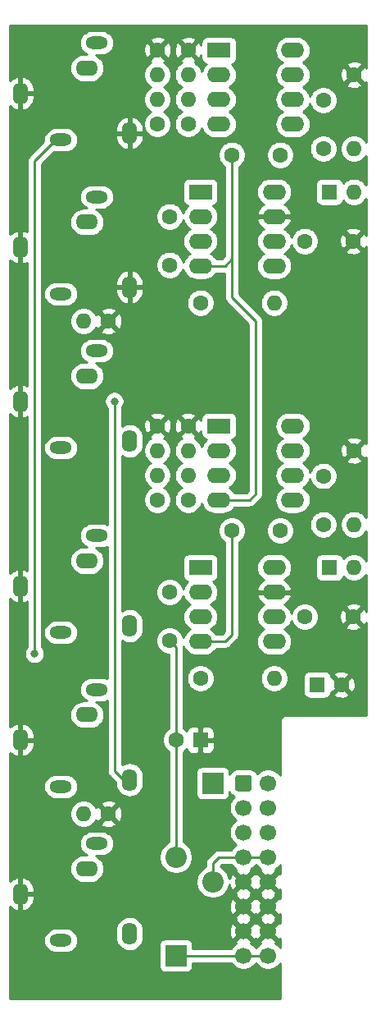
<source format=gbr>
G04 #@! TF.GenerationSoftware,KiCad,Pcbnew,(5.1.10)-1*
G04 #@! TF.CreationDate,2022-12-08T17:23:53+01:00*
G04 #@! TF.ProjectId,S&H Main,53264820-4d61-4696-9e2e-6b696361645f,rev?*
G04 #@! TF.SameCoordinates,Original*
G04 #@! TF.FileFunction,Copper,L1,Top*
G04 #@! TF.FilePolarity,Positive*
%FSLAX46Y46*%
G04 Gerber Fmt 4.6, Leading zero omitted, Abs format (unit mm)*
G04 Created by KiCad (PCBNEW (5.1.10)-1) date 2022-12-08 17:23:53*
%MOMM*%
%LPD*%
G01*
G04 APERTURE LIST*
G04 #@! TA.AperFunction,ComponentPad*
%ADD10C,1.700000*%
G04 #@! TD*
G04 #@! TA.AperFunction,ComponentPad*
%ADD11O,2.200000X2.200000*%
G04 #@! TD*
G04 #@! TA.AperFunction,ComponentPad*
%ADD12R,2.200000X2.200000*%
G04 #@! TD*
G04 #@! TA.AperFunction,ComponentPad*
%ADD13O,2.300000X1.300000*%
G04 #@! TD*
G04 #@! TA.AperFunction,ComponentPad*
%ADD14O,2.300000X1.600000*%
G04 #@! TD*
G04 #@! TA.AperFunction,ComponentPad*
%ADD15O,1.600000X2.300000*%
G04 #@! TD*
G04 #@! TA.AperFunction,ComponentPad*
%ADD16O,1.600000X1.600000*%
G04 #@! TD*
G04 #@! TA.AperFunction,ComponentPad*
%ADD17C,1.600000*%
G04 #@! TD*
G04 #@! TA.AperFunction,ComponentPad*
%ADD18R,1.600000X1.600000*%
G04 #@! TD*
G04 #@! TA.AperFunction,ComponentPad*
%ADD19O,2.400000X1.600000*%
G04 #@! TD*
G04 #@! TA.AperFunction,ComponentPad*
%ADD20R,2.400000X1.600000*%
G04 #@! TD*
G04 #@! TA.AperFunction,ViaPad*
%ADD21C,0.800000*%
G04 #@! TD*
G04 #@! TA.AperFunction,Conductor*
%ADD22C,0.250000*%
G04 #@! TD*
G04 #@! TA.AperFunction,Conductor*
%ADD23C,0.254000*%
G04 #@! TD*
G04 #@! TA.AperFunction,Conductor*
%ADD24C,0.100000*%
G04 #@! TD*
G04 APERTURE END LIST*
G04 #@! TO.P,J5,Gate*
G04 #@! TO.N,N/C*
G04 #@! TA.AperFunction,ComponentPad*
G36*
G01*
X23915000Y-79340100D02*
X23915000Y-78139900D01*
G75*
G02*
X24164900Y-77890000I249900J0D01*
G01*
X25365100Y-77890000D01*
G75*
G02*
X25615000Y-78139900I0J-249900D01*
G01*
X25615000Y-79340100D01*
G75*
G02*
X25365100Y-79590000I-249900J0D01*
G01*
X24164900Y-79590000D01*
G75*
G02*
X23915000Y-79340100I0J249900D01*
G01*
G37*
G04 #@! TD.AperFunction*
D10*
G04 #@! TO.P,J5,CV*
X24765000Y-81280000D03*
G04 #@! TO.P,J5,+5V*
X24765000Y-83820000D03*
G04 #@! TO.P,J5,+12V*
G04 #@! TO.N,Net-(D3-Pad2)*
X24765000Y-86360000D03*
G04 #@! TO.P,J5,GND*
G04 #@! TO.N,GND*
X24765000Y-88900000D03*
X24765000Y-91440000D03*
X24765000Y-93980000D03*
G04 #@! TO.P,J5,-12V*
G04 #@! TO.N,Net-(D4-Pad1)*
X24765000Y-96520000D03*
G04 #@! TO.P,J5,Gate*
G04 #@! TO.N,N/C*
X27305000Y-78740000D03*
G04 #@! TO.P,J5,CV*
X27305000Y-81280000D03*
G04 #@! TO.P,J5,+5V*
X27305000Y-83820000D03*
G04 #@! TO.P,J5,+12V*
G04 #@! TO.N,Net-(D3-Pad2)*
X27305000Y-86360000D03*
G04 #@! TO.P,J5,GND*
G04 #@! TO.N,GND*
X27305000Y-88900000D03*
X27305000Y-91440000D03*
X27305000Y-93980000D03*
G04 #@! TO.P,J5,-12V*
G04 #@! TO.N,Net-(D4-Pad1)*
X27305000Y-96520000D03*
G04 #@! TD*
D11*
G04 #@! TO.P,D4,2*
G04 #@! TO.N,-12V*
X17780000Y-86360000D03*
D12*
G04 #@! TO.P,D4,1*
G04 #@! TO.N,Net-(D4-Pad1)*
X17780000Y-96520000D03*
G04 #@! TD*
D11*
G04 #@! TO.P,D3,2*
G04 #@! TO.N,Net-(D3-Pad2)*
X21590000Y-88900000D03*
D12*
G04 #@! TO.P,D3,1*
G04 #@! TO.N,+12V*
X21590000Y-78740000D03*
G04 #@! TD*
D13*
G04 #@! TO.P,J7,T*
G04 #@! TO.N,Net-(J7-PadT)*
X5900000Y-44170000D03*
G04 #@! TO.P,J7,*
G04 #@! TO.N,*
X9600000Y-34170000D03*
D14*
X8600000Y-36770000D03*
D15*
G04 #@! TO.P,J7,TN*
G04 #@! TO.N,N/C*
X13000000Y-43470000D03*
G04 #@! TO.P,J7,S*
G04 #@! TO.N,GND*
X1700000Y-39370000D03*
G04 #@! TD*
D13*
G04 #@! TO.P,J6,T*
G04 #@! TO.N,Net-(J6-PadT)*
X5900000Y-94970000D03*
G04 #@! TO.P,J6,*
G04 #@! TO.N,*
X9600000Y-84970000D03*
D14*
X8600000Y-87570000D03*
D15*
G04 #@! TO.P,J6,TN*
G04 #@! TO.N,N/C*
X13000000Y-94270000D03*
G04 #@! TO.P,J6,S*
G04 #@! TO.N,GND*
X1700000Y-90170000D03*
G04 #@! TD*
D13*
G04 #@! TO.P,J4,T*
G04 #@! TO.N,Net-(J2-PadTN)*
X5900000Y-28295000D03*
G04 #@! TO.P,J4,*
G04 #@! TO.N,*
X9600000Y-18295000D03*
D14*
X8600000Y-20895000D03*
D15*
G04 #@! TO.P,J4,TN*
G04 #@! TO.N,GND*
X13000000Y-27595000D03*
G04 #@! TO.P,J4,S*
X1700000Y-23495000D03*
G04 #@! TD*
D13*
G04 #@! TO.P,J3,T*
G04 #@! TO.N,Net-(J1-PadTN)*
X5900000Y-12420000D03*
G04 #@! TO.P,J3,*
G04 #@! TO.N,*
X9600000Y-2420000D03*
D14*
X8600000Y-5020000D03*
D15*
G04 #@! TO.P,J3,TN*
G04 #@! TO.N,GND*
X13000000Y-11720000D03*
G04 #@! TO.P,J3,S*
X1700000Y-7620000D03*
G04 #@! TD*
D13*
G04 #@! TO.P,J2,T*
G04 #@! TO.N,Net-(J2-PadT)*
X5900000Y-79095000D03*
G04 #@! TO.P,J2,*
G04 #@! TO.N,*
X9600000Y-69095000D03*
D14*
X8600000Y-71695000D03*
D15*
G04 #@! TO.P,J2,TN*
G04 #@! TO.N,Net-(J2-PadTN)*
X13000000Y-78395000D03*
G04 #@! TO.P,J2,S*
G04 #@! TO.N,GND*
X1700000Y-74295000D03*
G04 #@! TD*
D13*
G04 #@! TO.P,J1,T*
G04 #@! TO.N,Net-(J1-PadT)*
X5900000Y-63220000D03*
G04 #@! TO.P,J1,*
G04 #@! TO.N,*
X9600000Y-53220000D03*
D14*
X8600000Y-55820000D03*
D15*
G04 #@! TO.P,J1,TN*
G04 #@! TO.N,Net-(J1-PadTN)*
X13000000Y-62520000D03*
G04 #@! TO.P,J1,S*
G04 #@! TO.N,GND*
X1700000Y-58420000D03*
G04 #@! TD*
D16*
G04 #@! TO.P,R1,2*
G04 #@! TO.N,Net-(J2-PadT)*
X8255000Y-81915000D03*
D17*
G04 #@! TO.P,R1,1*
G04 #@! TO.N,GND*
X10795000Y-81915000D03*
G04 #@! TD*
D16*
G04 #@! TO.P,D1,2*
G04 #@! TO.N,Net-(C1-Pad1)*
X36195000Y-56515000D03*
D18*
G04 #@! TO.P,D1,1*
G04 #@! TO.N,Net-(D1-Pad1)*
X33655000Y-56515000D03*
G04 #@! TD*
D16*
G04 #@! TO.P,R8,2*
G04 #@! TO.N,Net-(R7-Pad2)*
X19050000Y-44450000D03*
D17*
G04 #@! TO.P,R8,1*
G04 #@! TO.N,GND*
X19050000Y-41910000D03*
G04 #@! TD*
D16*
G04 #@! TO.P,R7,2*
G04 #@! TO.N,Net-(R7-Pad2)*
X19050000Y-46990000D03*
D17*
G04 #@! TO.P,R7,1*
G04 #@! TO.N,+12V*
X19050000Y-49530000D03*
G04 #@! TD*
D16*
G04 #@! TO.P,R5,2*
G04 #@! TO.N,Net-(R3-Pad2)*
X15875000Y-44450000D03*
D17*
G04 #@! TO.P,R5,1*
G04 #@! TO.N,GND*
X15875000Y-41910000D03*
G04 #@! TD*
D16*
G04 #@! TO.P,R3,2*
G04 #@! TO.N,Net-(R3-Pad2)*
X15875000Y-46990000D03*
D17*
G04 #@! TO.P,R3,1*
G04 #@! TO.N,Net-(J1-PadT)*
X15875000Y-49530000D03*
G04 #@! TD*
D16*
G04 #@! TO.P,D2,2*
G04 #@! TO.N,Net-(C2-Pad1)*
X36195000Y-17780000D03*
D18*
G04 #@! TO.P,D2,1*
G04 #@! TO.N,Net-(D2-Pad1)*
X33655000Y-17780000D03*
G04 #@! TD*
D16*
G04 #@! TO.P,R10,2*
G04 #@! TO.N,Net-(R10-Pad2)*
X19050000Y-5715000D03*
D17*
G04 #@! TO.P,R10,1*
G04 #@! TO.N,GND*
X19050000Y-3175000D03*
G04 #@! TD*
D16*
G04 #@! TO.P,R9,2*
G04 #@! TO.N,Net-(R10-Pad2)*
X19050000Y-8255000D03*
D17*
G04 #@! TO.P,R9,1*
G04 #@! TO.N,+12V*
X19050000Y-10795000D03*
G04 #@! TD*
D16*
G04 #@! TO.P,R2,2*
G04 #@! TO.N,Net-(J2-PadTN)*
X8255000Y-31115000D03*
D17*
G04 #@! TO.P,R2,1*
G04 #@! TO.N,GND*
X10795000Y-31115000D03*
G04 #@! TD*
D16*
G04 #@! TO.P,R6,2*
G04 #@! TO.N,Net-(R4-Pad2)*
X15875000Y-5715000D03*
D17*
G04 #@! TO.P,R6,1*
G04 #@! TO.N,GND*
X15875000Y-3175000D03*
G04 #@! TD*
D16*
G04 #@! TO.P,R4,2*
G04 #@! TO.N,Net-(R4-Pad2)*
X15875000Y-8255000D03*
D17*
G04 #@! TO.P,R4,1*
G04 #@! TO.N,Net-(J1-PadTN)*
X15875000Y-10795000D03*
G04 #@! TD*
D19*
G04 #@! TO.P,U4,8*
G04 #@! TO.N,N/C*
X29845000Y-3175000D03*
G04 #@! TO.P,U4,4*
G04 #@! TO.N,-12V*
X22225000Y-10795000D03*
G04 #@! TO.P,U4,7*
G04 #@! TO.N,+12V*
X29845000Y-5715000D03*
G04 #@! TO.P,U4,3*
G04 #@! TO.N,Net-(R4-Pad2)*
X22225000Y-8255000D03*
G04 #@! TO.P,U4,6*
G04 #@! TO.N,Net-(C2-Pad2)*
X29845000Y-8255000D03*
G04 #@! TO.P,U4,2*
G04 #@! TO.N,Net-(R10-Pad2)*
X22225000Y-5715000D03*
G04 #@! TO.P,U4,5*
G04 #@! TO.N,N/C*
X29845000Y-10795000D03*
D20*
G04 #@! TO.P,U4,1*
X22225000Y-3175000D03*
G04 #@! TD*
D19*
G04 #@! TO.P,U1,8*
G04 #@! TO.N,N/C*
X29845000Y-41910000D03*
G04 #@! TO.P,U1,4*
G04 #@! TO.N,-12V*
X22225000Y-49530000D03*
G04 #@! TO.P,U1,7*
G04 #@! TO.N,+12V*
X29845000Y-44450000D03*
G04 #@! TO.P,U1,3*
G04 #@! TO.N,Net-(R3-Pad2)*
X22225000Y-46990000D03*
G04 #@! TO.P,U1,6*
G04 #@! TO.N,Net-(C1-Pad2)*
X29845000Y-46990000D03*
G04 #@! TO.P,U1,2*
G04 #@! TO.N,Net-(R7-Pad2)*
X22225000Y-44450000D03*
G04 #@! TO.P,U1,5*
G04 #@! TO.N,N/C*
X29845000Y-49530000D03*
D20*
G04 #@! TO.P,U1,1*
X22225000Y-41910000D03*
G04 #@! TD*
D17*
G04 #@! TO.P,C10,2*
G04 #@! TO.N,-12V*
X17145000Y-25320000D03*
G04 #@! TO.P,C10,1*
G04 #@! TO.N,+12V*
X17145000Y-20320000D03*
G04 #@! TD*
G04 #@! TO.P,C9,2*
G04 #@! TO.N,-12V*
X23575000Y-13970000D03*
G04 #@! TO.P,C9,1*
G04 #@! TO.N,+12V*
X28575000Y-13970000D03*
G04 #@! TD*
G04 #@! TO.P,C8,2*
G04 #@! TO.N,-12V*
X17145000Y-64055000D03*
G04 #@! TO.P,C8,1*
G04 #@! TO.N,+12V*
X17145000Y-59055000D03*
G04 #@! TD*
D19*
G04 #@! TO.P,U3,8*
G04 #@! TO.N,Net-(D2-Pad1)*
X27940000Y-17780000D03*
G04 #@! TO.P,U3,4*
G04 #@! TO.N,-12V*
X20320000Y-25400000D03*
G04 #@! TO.P,U3,7*
G04 #@! TO.N,GND*
X27940000Y-20320000D03*
G04 #@! TO.P,U3,3*
G04 #@! TO.N,Net-(J2-PadTN)*
X20320000Y-22860000D03*
G04 #@! TO.P,U3,6*
G04 #@! TO.N,Net-(C7-Pad1)*
X27940000Y-22860000D03*
G04 #@! TO.P,U3,2*
G04 #@! TO.N,N/C*
X20320000Y-20320000D03*
G04 #@! TO.P,U3,5*
G04 #@! TO.N,Net-(R14-Pad2)*
X27940000Y-25400000D03*
D20*
G04 #@! TO.P,U3,1*
G04 #@! TO.N,+12V*
X20320000Y-17780000D03*
G04 #@! TD*
D19*
G04 #@! TO.P,U2,8*
G04 #@! TO.N,Net-(D1-Pad1)*
X27940000Y-56515000D03*
G04 #@! TO.P,U2,4*
G04 #@! TO.N,-12V*
X20320000Y-64135000D03*
G04 #@! TO.P,U2,7*
G04 #@! TO.N,GND*
X27940000Y-59055000D03*
G04 #@! TO.P,U2,3*
G04 #@! TO.N,Net-(J2-PadT)*
X20320000Y-61595000D03*
G04 #@! TO.P,U2,6*
G04 #@! TO.N,Net-(C6-Pad1)*
X27940000Y-61595000D03*
G04 #@! TO.P,U2,2*
G04 #@! TO.N,N/C*
X20320000Y-59055000D03*
G04 #@! TO.P,U2,5*
G04 #@! TO.N,Net-(R13-Pad2)*
X27940000Y-64135000D03*
D20*
G04 #@! TO.P,U2,1*
G04 #@! TO.N,+12V*
X20320000Y-56515000D03*
G04 #@! TD*
D16*
G04 #@! TO.P,R14,2*
G04 #@! TO.N,Net-(R14-Pad2)*
X27940000Y-29210000D03*
D17*
G04 #@! TO.P,R14,1*
G04 #@! TO.N,Net-(J7-PadT)*
X20320000Y-29210000D03*
G04 #@! TD*
D16*
G04 #@! TO.P,R13,2*
G04 #@! TO.N,Net-(R13-Pad2)*
X27940000Y-67945000D03*
D17*
G04 #@! TO.P,R13,1*
G04 #@! TO.N,Net-(J6-PadT)*
X20320000Y-67945000D03*
G04 #@! TD*
D16*
G04 #@! TO.P,R12,2*
G04 #@! TO.N,Net-(C2-Pad1)*
X36195000Y-13335000D03*
D17*
G04 #@! TO.P,R12,1*
G04 #@! TO.N,GND*
X36195000Y-5715000D03*
G04 #@! TD*
D16*
G04 #@! TO.P,R11,2*
G04 #@! TO.N,Net-(C1-Pad1)*
X36195000Y-52070000D03*
D17*
G04 #@! TO.P,R11,1*
G04 #@! TO.N,GND*
X36195000Y-44450000D03*
G04 #@! TD*
G04 #@! TO.P,C7,2*
G04 #@! TO.N,GND*
X36115000Y-22860000D03*
G04 #@! TO.P,C7,1*
G04 #@! TO.N,Net-(C7-Pad1)*
X31115000Y-22860000D03*
G04 #@! TD*
G04 #@! TO.P,C6,2*
G04 #@! TO.N,GND*
X36115000Y-61595000D03*
G04 #@! TO.P,C6,1*
G04 #@! TO.N,Net-(C6-Pad1)*
X31115000Y-61595000D03*
G04 #@! TD*
G04 #@! TO.P,C5,2*
G04 #@! TO.N,-12V*
X17820000Y-74295000D03*
D18*
G04 #@! TO.P,C5,1*
G04 #@! TO.N,GND*
X20320000Y-74295000D03*
G04 #@! TD*
D17*
G04 #@! TO.P,C4,2*
G04 #@! TO.N,GND*
X34885000Y-68580000D03*
D18*
G04 #@! TO.P,C4,1*
G04 #@! TO.N,+12V*
X32385000Y-68580000D03*
G04 #@! TD*
D17*
G04 #@! TO.P,C3,2*
G04 #@! TO.N,-12V*
X23575000Y-52705000D03*
G04 #@! TO.P,C3,1*
G04 #@! TO.N,+12V*
X28575000Y-52705000D03*
G04 #@! TD*
G04 #@! TO.P,C2,2*
G04 #@! TO.N,Net-(C2-Pad2)*
X33020000Y-8335000D03*
G04 #@! TO.P,C2,1*
G04 #@! TO.N,Net-(C2-Pad1)*
X33020000Y-13335000D03*
G04 #@! TD*
G04 #@! TO.P,C1,2*
G04 #@! TO.N,Net-(C1-Pad2)*
X33020000Y-47070000D03*
G04 #@! TO.P,C1,1*
G04 #@! TO.N,Net-(C1-Pad1)*
X33020000Y-52070000D03*
G04 #@! TD*
D21*
G04 #@! TO.N,GND*
X17780000Y-52705000D03*
G04 #@! TO.N,Net-(J1-PadTN)*
X3175000Y-65405000D03*
G04 #@! TO.N,Net-(J2-PadTN)*
X11430000Y-39370000D03*
G04 #@! TD*
D22*
G04 #@! TO.N,-12V*
X23575000Y-13970000D02*
X23575000Y-24685000D01*
X22860000Y-25400000D02*
X20320000Y-25400000D01*
X23575000Y-24685000D02*
X22860000Y-25400000D01*
X23575000Y-24685000D02*
X23575000Y-28655000D01*
X23575000Y-28655000D02*
X26035000Y-31115000D01*
X26035000Y-31115000D02*
X26035000Y-48895000D01*
X25400000Y-49530000D02*
X22225000Y-49530000D01*
X26035000Y-48895000D02*
X25400000Y-49530000D01*
X23575000Y-52705000D02*
X23575000Y-63420000D01*
X22860000Y-64135000D02*
X20320000Y-64135000D01*
X23575000Y-63420000D02*
X22860000Y-64135000D01*
X17780000Y-74335000D02*
X17820000Y-74295000D01*
X17780000Y-86360000D02*
X17780000Y-74335000D01*
X17820000Y-64730000D02*
X17145000Y-64055000D01*
X17820000Y-74295000D02*
X17820000Y-64730000D01*
G04 #@! TO.N,Net-(J1-PadTN)*
X3175000Y-14605000D02*
X3175000Y-65405000D01*
X5360000Y-12420000D02*
X3175000Y-14605000D01*
X5900000Y-12420000D02*
X5360000Y-12420000D01*
X3175000Y-65405000D02*
X3175000Y-65405000D01*
G04 #@! TO.N,Net-(J2-PadTN)*
X11430000Y-77470000D02*
X12355000Y-78395000D01*
X12355000Y-78395000D02*
X13000000Y-78395000D01*
X11430000Y-39370000D02*
X11430000Y-77470000D01*
G04 #@! TO.N,Net-(D3-Pad2)*
X27305000Y-86360000D02*
X24765000Y-86360000D01*
X21590000Y-88900000D02*
X21590000Y-86995000D01*
X21590000Y-86995000D02*
X22225000Y-86360000D01*
X22225000Y-86360000D02*
X24765000Y-86360000D01*
G04 #@! TO.N,Net-(D4-Pad1)*
X27305000Y-96520000D02*
X24765000Y-96520000D01*
X24765000Y-96520000D02*
X17780000Y-96520000D01*
G04 #@! TD*
D23*
G04 #@! TO.N,GND*
X37440000Y-4989069D02*
X37431671Y-4973486D01*
X37187702Y-4901903D01*
X36374605Y-5715000D01*
X37187702Y-6528097D01*
X37431671Y-6456514D01*
X37440000Y-6438911D01*
X37440000Y-12615344D01*
X37309637Y-12420241D01*
X37109759Y-12220363D01*
X36874727Y-12063320D01*
X36613574Y-11955147D01*
X36336335Y-11900000D01*
X36053665Y-11900000D01*
X35776426Y-11955147D01*
X35515273Y-12063320D01*
X35280241Y-12220363D01*
X35080363Y-12420241D01*
X34923320Y-12655273D01*
X34815147Y-12916426D01*
X34760000Y-13193665D01*
X34760000Y-13476335D01*
X34815147Y-13753574D01*
X34923320Y-14014727D01*
X35080363Y-14249759D01*
X35280241Y-14449637D01*
X35515273Y-14606680D01*
X35776426Y-14714853D01*
X36053665Y-14770000D01*
X36336335Y-14770000D01*
X36613574Y-14714853D01*
X36874727Y-14606680D01*
X37109759Y-14449637D01*
X37309637Y-14249759D01*
X37440000Y-14054656D01*
X37440000Y-17060344D01*
X37309637Y-16865241D01*
X37109759Y-16665363D01*
X36874727Y-16508320D01*
X36613574Y-16400147D01*
X36336335Y-16345000D01*
X36053665Y-16345000D01*
X35776426Y-16400147D01*
X35515273Y-16508320D01*
X35280241Y-16665363D01*
X35081643Y-16863961D01*
X35080812Y-16855518D01*
X35044502Y-16735820D01*
X34985537Y-16625506D01*
X34906185Y-16528815D01*
X34809494Y-16449463D01*
X34699180Y-16390498D01*
X34579482Y-16354188D01*
X34455000Y-16341928D01*
X32855000Y-16341928D01*
X32730518Y-16354188D01*
X32610820Y-16390498D01*
X32500506Y-16449463D01*
X32403815Y-16528815D01*
X32324463Y-16625506D01*
X32265498Y-16735820D01*
X32229188Y-16855518D01*
X32216928Y-16980000D01*
X32216928Y-18580000D01*
X32229188Y-18704482D01*
X32265498Y-18824180D01*
X32324463Y-18934494D01*
X32403815Y-19031185D01*
X32500506Y-19110537D01*
X32610820Y-19169502D01*
X32730518Y-19205812D01*
X32855000Y-19218072D01*
X34455000Y-19218072D01*
X34579482Y-19205812D01*
X34699180Y-19169502D01*
X34809494Y-19110537D01*
X34906185Y-19031185D01*
X34985537Y-18934494D01*
X35044502Y-18824180D01*
X35080812Y-18704482D01*
X35081643Y-18696039D01*
X35280241Y-18894637D01*
X35515273Y-19051680D01*
X35776426Y-19159853D01*
X36053665Y-19215000D01*
X36336335Y-19215000D01*
X36613574Y-19159853D01*
X36874727Y-19051680D01*
X37109759Y-18894637D01*
X37309637Y-18694759D01*
X37440000Y-18499656D01*
X37440000Y-22303541D01*
X37418603Y-22243708D01*
X37351671Y-22118486D01*
X37107702Y-22046903D01*
X36294605Y-22860000D01*
X37107702Y-23673097D01*
X37351671Y-23601514D01*
X37440000Y-23414839D01*
X37440001Y-43724070D01*
X37431671Y-43708486D01*
X37187702Y-43636903D01*
X36374605Y-44450000D01*
X37187702Y-45263097D01*
X37431671Y-45191514D01*
X37440001Y-45173910D01*
X37440001Y-51350345D01*
X37309637Y-51155241D01*
X37109759Y-50955363D01*
X36874727Y-50798320D01*
X36613574Y-50690147D01*
X36336335Y-50635000D01*
X36053665Y-50635000D01*
X35776426Y-50690147D01*
X35515273Y-50798320D01*
X35280241Y-50955363D01*
X35080363Y-51155241D01*
X34923320Y-51390273D01*
X34815147Y-51651426D01*
X34760000Y-51928665D01*
X34760000Y-52211335D01*
X34815147Y-52488574D01*
X34923320Y-52749727D01*
X35080363Y-52984759D01*
X35280241Y-53184637D01*
X35515273Y-53341680D01*
X35776426Y-53449853D01*
X36053665Y-53505000D01*
X36336335Y-53505000D01*
X36613574Y-53449853D01*
X36874727Y-53341680D01*
X37109759Y-53184637D01*
X37309637Y-52984759D01*
X37440001Y-52789655D01*
X37440001Y-55795345D01*
X37309637Y-55600241D01*
X37109759Y-55400363D01*
X36874727Y-55243320D01*
X36613574Y-55135147D01*
X36336335Y-55080000D01*
X36053665Y-55080000D01*
X35776426Y-55135147D01*
X35515273Y-55243320D01*
X35280241Y-55400363D01*
X35081643Y-55598961D01*
X35080812Y-55590518D01*
X35044502Y-55470820D01*
X34985537Y-55360506D01*
X34906185Y-55263815D01*
X34809494Y-55184463D01*
X34699180Y-55125498D01*
X34579482Y-55089188D01*
X34455000Y-55076928D01*
X32855000Y-55076928D01*
X32730518Y-55089188D01*
X32610820Y-55125498D01*
X32500506Y-55184463D01*
X32403815Y-55263815D01*
X32324463Y-55360506D01*
X32265498Y-55470820D01*
X32229188Y-55590518D01*
X32216928Y-55715000D01*
X32216928Y-57315000D01*
X32229188Y-57439482D01*
X32265498Y-57559180D01*
X32324463Y-57669494D01*
X32403815Y-57766185D01*
X32500506Y-57845537D01*
X32610820Y-57904502D01*
X32730518Y-57940812D01*
X32855000Y-57953072D01*
X34455000Y-57953072D01*
X34579482Y-57940812D01*
X34699180Y-57904502D01*
X34809494Y-57845537D01*
X34906185Y-57766185D01*
X34985537Y-57669494D01*
X35044502Y-57559180D01*
X35080812Y-57439482D01*
X35081643Y-57431039D01*
X35280241Y-57629637D01*
X35515273Y-57786680D01*
X35776426Y-57894853D01*
X36053665Y-57950000D01*
X36336335Y-57950000D01*
X36613574Y-57894853D01*
X36874727Y-57786680D01*
X37109759Y-57629637D01*
X37309637Y-57429759D01*
X37440001Y-57234655D01*
X37440001Y-61038543D01*
X37418603Y-60978708D01*
X37351671Y-60853486D01*
X37107702Y-60781903D01*
X36294605Y-61595000D01*
X37107702Y-62408097D01*
X37351671Y-62336514D01*
X37440001Y-62149838D01*
X37440001Y-71730000D01*
X29242419Y-71730000D01*
X29210000Y-71726807D01*
X29177581Y-71730000D01*
X29080617Y-71739550D01*
X28956207Y-71777290D01*
X28841550Y-71838575D01*
X28741052Y-71921052D01*
X28658575Y-72021550D01*
X28597290Y-72136207D01*
X28559550Y-72260617D01*
X28546807Y-72390000D01*
X28550001Y-72422429D01*
X28550001Y-77930346D01*
X28458475Y-77793368D01*
X28251632Y-77586525D01*
X28008411Y-77424010D01*
X27738158Y-77312068D01*
X27451260Y-77255000D01*
X27158740Y-77255000D01*
X26871842Y-77312068D01*
X26601589Y-77424010D01*
X26358368Y-77586525D01*
X26171311Y-77773582D01*
X26103422Y-77646569D01*
X25992991Y-77512009D01*
X25858431Y-77401578D01*
X25704912Y-77319521D01*
X25538335Y-77268990D01*
X25365100Y-77251928D01*
X24164900Y-77251928D01*
X23991665Y-77268990D01*
X23825088Y-77319521D01*
X23671569Y-77401578D01*
X23537009Y-77512009D01*
X23426578Y-77646569D01*
X23344521Y-77800088D01*
X23328072Y-77854313D01*
X23328072Y-77640000D01*
X23315812Y-77515518D01*
X23279502Y-77395820D01*
X23220537Y-77285506D01*
X23141185Y-77188815D01*
X23044494Y-77109463D01*
X22934180Y-77050498D01*
X22814482Y-77014188D01*
X22690000Y-77001928D01*
X20490000Y-77001928D01*
X20365518Y-77014188D01*
X20245820Y-77050498D01*
X20135506Y-77109463D01*
X20038815Y-77188815D01*
X19959463Y-77285506D01*
X19900498Y-77395820D01*
X19864188Y-77515518D01*
X19851928Y-77640000D01*
X19851928Y-79840000D01*
X19864188Y-79964482D01*
X19900498Y-80084180D01*
X19959463Y-80194494D01*
X20038815Y-80291185D01*
X20135506Y-80370537D01*
X20245820Y-80429502D01*
X20365518Y-80465812D01*
X20490000Y-80478072D01*
X22690000Y-80478072D01*
X22814482Y-80465812D01*
X22934180Y-80429502D01*
X23044494Y-80370537D01*
X23141185Y-80291185D01*
X23220537Y-80194494D01*
X23279502Y-80084180D01*
X23315812Y-79964482D01*
X23328072Y-79840000D01*
X23328072Y-79625687D01*
X23344521Y-79679912D01*
X23426578Y-79833431D01*
X23537009Y-79967991D01*
X23671569Y-80078422D01*
X23798582Y-80146311D01*
X23611525Y-80333368D01*
X23449010Y-80576589D01*
X23337068Y-80846842D01*
X23280000Y-81133740D01*
X23280000Y-81426260D01*
X23337068Y-81713158D01*
X23449010Y-81983411D01*
X23611525Y-82226632D01*
X23818368Y-82433475D01*
X23992760Y-82550000D01*
X23818368Y-82666525D01*
X23611525Y-82873368D01*
X23449010Y-83116589D01*
X23337068Y-83386842D01*
X23280000Y-83673740D01*
X23280000Y-83966260D01*
X23337068Y-84253158D01*
X23449010Y-84523411D01*
X23611525Y-84766632D01*
X23818368Y-84973475D01*
X23992760Y-85090000D01*
X23818368Y-85206525D01*
X23611525Y-85413368D01*
X23486822Y-85600000D01*
X22262333Y-85600000D01*
X22225000Y-85596323D01*
X22187667Y-85600000D01*
X22076014Y-85610997D01*
X21932753Y-85654454D01*
X21800724Y-85725026D01*
X21684999Y-85819999D01*
X21661200Y-85848998D01*
X21078998Y-86431201D01*
X21050000Y-86454999D01*
X21026202Y-86483997D01*
X21026201Y-86483998D01*
X20955026Y-86570724D01*
X20884454Y-86702754D01*
X20840998Y-86846015D01*
X20826324Y-86995000D01*
X20830001Y-87032332D01*
X20830001Y-87336851D01*
X20768169Y-87362463D01*
X20484002Y-87552337D01*
X20242337Y-87794002D01*
X20052463Y-88078169D01*
X19921675Y-88393919D01*
X19855000Y-88729117D01*
X19855000Y-89070883D01*
X19921675Y-89406081D01*
X20052463Y-89721831D01*
X20242337Y-90005998D01*
X20484002Y-90247663D01*
X20768169Y-90437537D01*
X21083919Y-90568325D01*
X21419117Y-90635000D01*
X21760883Y-90635000D01*
X22096081Y-90568325D01*
X22411831Y-90437537D01*
X22695998Y-90247663D01*
X22937663Y-90005998D01*
X22989514Y-89928397D01*
X23916208Y-89928397D01*
X23991514Y-90170000D01*
X23916208Y-90411603D01*
X24765000Y-91260395D01*
X25613792Y-90411603D01*
X25538486Y-90170000D01*
X25613792Y-89928397D01*
X26456208Y-89928397D01*
X26531514Y-90170000D01*
X26456208Y-90411603D01*
X27305000Y-91260395D01*
X28153792Y-90411603D01*
X28078486Y-90170000D01*
X28153792Y-89928397D01*
X27305000Y-89079605D01*
X26456208Y-89928397D01*
X25613792Y-89928397D01*
X24765000Y-89079605D01*
X23916208Y-89928397D01*
X22989514Y-89928397D01*
X23127537Y-89721831D01*
X23258325Y-89406081D01*
X23304326Y-89174817D01*
X23316401Y-89258019D01*
X23414081Y-89533747D01*
X23487528Y-89671157D01*
X23736603Y-89748792D01*
X24585395Y-88900000D01*
X24944605Y-88900000D01*
X25793397Y-89748792D01*
X26035000Y-89673486D01*
X26276603Y-89748792D01*
X27125395Y-88900000D01*
X26276603Y-88051208D01*
X26035000Y-88126514D01*
X25793397Y-88051208D01*
X24944605Y-88900000D01*
X24585395Y-88900000D01*
X23736603Y-88051208D01*
X23487528Y-88128843D01*
X23361629Y-88392883D01*
X23303596Y-88621512D01*
X23258325Y-88393919D01*
X23127537Y-88078169D01*
X22937663Y-87794002D01*
X22695998Y-87552337D01*
X22411831Y-87362463D01*
X22350000Y-87336852D01*
X22350000Y-87309801D01*
X22539802Y-87120000D01*
X23486822Y-87120000D01*
X23611525Y-87306632D01*
X23818368Y-87513475D01*
X23991729Y-87629311D01*
X23916208Y-87871603D01*
X24765000Y-88720395D01*
X25613792Y-87871603D01*
X25538271Y-87629311D01*
X25711632Y-87513475D01*
X25918475Y-87306632D01*
X26035000Y-87132240D01*
X26151525Y-87306632D01*
X26358368Y-87513475D01*
X26531729Y-87629311D01*
X26456208Y-87871603D01*
X27305000Y-88720395D01*
X28153792Y-87871603D01*
X28078271Y-87629311D01*
X28251632Y-87513475D01*
X28458475Y-87306632D01*
X28550000Y-87169654D01*
X28550000Y-88118722D01*
X28333397Y-88051208D01*
X27484605Y-88900000D01*
X28333397Y-89748792D01*
X28550000Y-89681278D01*
X28550000Y-90658722D01*
X28333397Y-90591208D01*
X27484605Y-91440000D01*
X28333397Y-92288792D01*
X28550000Y-92221278D01*
X28550000Y-93198722D01*
X28333397Y-93131208D01*
X27484605Y-93980000D01*
X28333397Y-94828792D01*
X28550000Y-94761278D01*
X28550000Y-95710345D01*
X28458475Y-95573368D01*
X28251632Y-95366525D01*
X28078271Y-95250689D01*
X28153792Y-95008397D01*
X27305000Y-94159605D01*
X26456208Y-95008397D01*
X26531729Y-95250689D01*
X26358368Y-95366525D01*
X26151525Y-95573368D01*
X26035000Y-95747760D01*
X25918475Y-95573368D01*
X25711632Y-95366525D01*
X25538271Y-95250689D01*
X25613792Y-95008397D01*
X24765000Y-94159605D01*
X23916208Y-95008397D01*
X23991729Y-95250689D01*
X23818368Y-95366525D01*
X23611525Y-95573368D01*
X23486822Y-95760000D01*
X19518072Y-95760000D01*
X19518072Y-95420000D01*
X19505812Y-95295518D01*
X19469502Y-95175820D01*
X19410537Y-95065506D01*
X19331185Y-94968815D01*
X19234494Y-94889463D01*
X19124180Y-94830498D01*
X19004482Y-94794188D01*
X18880000Y-94781928D01*
X16680000Y-94781928D01*
X16555518Y-94794188D01*
X16435820Y-94830498D01*
X16325506Y-94889463D01*
X16228815Y-94968815D01*
X16149463Y-95065506D01*
X16090498Y-95175820D01*
X16054188Y-95295518D01*
X16041928Y-95420000D01*
X16041928Y-97620000D01*
X16054188Y-97744482D01*
X16090498Y-97864180D01*
X16149463Y-97974494D01*
X16228815Y-98071185D01*
X16325506Y-98150537D01*
X16435820Y-98209502D01*
X16555518Y-98245812D01*
X16680000Y-98258072D01*
X18880000Y-98258072D01*
X19004482Y-98245812D01*
X19124180Y-98209502D01*
X19234494Y-98150537D01*
X19331185Y-98071185D01*
X19410537Y-97974494D01*
X19469502Y-97864180D01*
X19505812Y-97744482D01*
X19518072Y-97620000D01*
X19518072Y-97280000D01*
X23486822Y-97280000D01*
X23611525Y-97466632D01*
X23818368Y-97673475D01*
X24061589Y-97835990D01*
X24331842Y-97947932D01*
X24618740Y-98005000D01*
X24911260Y-98005000D01*
X25198158Y-97947932D01*
X25468411Y-97835990D01*
X25711632Y-97673475D01*
X25918475Y-97466632D01*
X26035000Y-97292240D01*
X26151525Y-97466632D01*
X26358368Y-97673475D01*
X26601589Y-97835990D01*
X26871842Y-97947932D01*
X27158740Y-98005000D01*
X27451260Y-98005000D01*
X27738158Y-97947932D01*
X28008411Y-97835990D01*
X28251632Y-97673475D01*
X28458475Y-97466632D01*
X28550000Y-97329655D01*
X28550000Y-100940000D01*
X660000Y-100940000D01*
X660000Y-94970000D01*
X4108783Y-94970000D01*
X4133593Y-95221904D01*
X4207071Y-95464127D01*
X4326392Y-95687362D01*
X4486972Y-95883028D01*
X4682638Y-96043608D01*
X4905873Y-96162929D01*
X5148096Y-96236407D01*
X5336877Y-96255000D01*
X6463123Y-96255000D01*
X6651904Y-96236407D01*
X6894127Y-96162929D01*
X7117362Y-96043608D01*
X7313028Y-95883028D01*
X7473608Y-95687362D01*
X7592929Y-95464127D01*
X7666407Y-95221904D01*
X7691217Y-94970000D01*
X7666407Y-94718096D01*
X7592929Y-94475873D01*
X7473608Y-94252638D01*
X7313028Y-94056972D01*
X7117362Y-93896392D01*
X7029650Y-93849509D01*
X11565000Y-93849509D01*
X11565000Y-94690492D01*
X11585764Y-94901309D01*
X11667818Y-95171808D01*
X11801068Y-95421101D01*
X11980393Y-95639608D01*
X12198900Y-95818932D01*
X12448193Y-95952182D01*
X12718692Y-96034236D01*
X13000000Y-96061943D01*
X13281309Y-96034236D01*
X13551808Y-95952182D01*
X13801101Y-95818932D01*
X14019608Y-95639608D01*
X14198932Y-95421101D01*
X14332182Y-95171808D01*
X14414236Y-94901308D01*
X14435000Y-94690491D01*
X14435000Y-94048531D01*
X23274389Y-94048531D01*
X23316401Y-94338019D01*
X23414081Y-94613747D01*
X23487528Y-94751157D01*
X23736603Y-94828792D01*
X24585395Y-93980000D01*
X24944605Y-93980000D01*
X25793397Y-94828792D01*
X26035000Y-94753486D01*
X26276603Y-94828792D01*
X27125395Y-93980000D01*
X26276603Y-93131208D01*
X26035000Y-93206514D01*
X25793397Y-93131208D01*
X24944605Y-93980000D01*
X24585395Y-93980000D01*
X23736603Y-93131208D01*
X23487528Y-93208843D01*
X23361629Y-93472883D01*
X23289661Y-93756411D01*
X23274389Y-94048531D01*
X14435000Y-94048531D01*
X14435000Y-93849508D01*
X14414236Y-93638691D01*
X14332182Y-93368192D01*
X14198932Y-93118899D01*
X14019607Y-92900392D01*
X13801100Y-92721068D01*
X13551807Y-92587818D01*
X13281308Y-92505764D01*
X13000000Y-92478057D01*
X12718691Y-92505764D01*
X12448192Y-92587818D01*
X12198899Y-92721068D01*
X11980392Y-92900393D01*
X11801068Y-93118900D01*
X11667818Y-93368193D01*
X11585764Y-93638692D01*
X11565000Y-93849509D01*
X7029650Y-93849509D01*
X6894127Y-93777071D01*
X6651904Y-93703593D01*
X6463123Y-93685000D01*
X5336877Y-93685000D01*
X5148096Y-93703593D01*
X4905873Y-93777071D01*
X4682638Y-93896392D01*
X4486972Y-94056972D01*
X4326392Y-94252638D01*
X4207071Y-94475873D01*
X4133593Y-94718096D01*
X4108783Y-94970000D01*
X660000Y-94970000D01*
X660000Y-92468397D01*
X23916208Y-92468397D01*
X23991514Y-92710000D01*
X23916208Y-92951603D01*
X24765000Y-93800395D01*
X25613792Y-92951603D01*
X25538486Y-92710000D01*
X25613792Y-92468397D01*
X26456208Y-92468397D01*
X26531514Y-92710000D01*
X26456208Y-92951603D01*
X27305000Y-93800395D01*
X28153792Y-92951603D01*
X28078486Y-92710000D01*
X28153792Y-92468397D01*
X27305000Y-91619605D01*
X26456208Y-92468397D01*
X25613792Y-92468397D01*
X24765000Y-91619605D01*
X23916208Y-92468397D01*
X660000Y-92468397D01*
X660000Y-91507092D01*
X775105Y-91624500D01*
X1008354Y-91783715D01*
X1268182Y-91894367D01*
X1350961Y-91911904D01*
X1573000Y-91789915D01*
X1573000Y-90297000D01*
X1827000Y-90297000D01*
X1827000Y-91789915D01*
X2049039Y-91911904D01*
X2131818Y-91894367D01*
X2391646Y-91783715D01*
X2624895Y-91624500D01*
X2738589Y-91508531D01*
X23274389Y-91508531D01*
X23316401Y-91798019D01*
X23414081Y-92073747D01*
X23487528Y-92211157D01*
X23736603Y-92288792D01*
X24585395Y-91440000D01*
X24944605Y-91440000D01*
X25793397Y-92288792D01*
X26035000Y-92213486D01*
X26276603Y-92288792D01*
X27125395Y-91440000D01*
X26276603Y-90591208D01*
X26035000Y-90666514D01*
X25793397Y-90591208D01*
X24944605Y-91440000D01*
X24585395Y-91440000D01*
X23736603Y-90591208D01*
X23487528Y-90668843D01*
X23361629Y-90932883D01*
X23289661Y-91216411D01*
X23274389Y-91508531D01*
X2738589Y-91508531D01*
X2822601Y-91422839D01*
X2977166Y-91186483D01*
X3082650Y-90924514D01*
X3135000Y-90647000D01*
X3135000Y-90297000D01*
X1827000Y-90297000D01*
X1573000Y-90297000D01*
X1553000Y-90297000D01*
X1553000Y-90043000D01*
X1573000Y-90043000D01*
X1573000Y-88550085D01*
X1827000Y-88550085D01*
X1827000Y-90043000D01*
X3135000Y-90043000D01*
X3135000Y-89693000D01*
X3082650Y-89415486D01*
X2977166Y-89153517D01*
X2822601Y-88917161D01*
X2624895Y-88715500D01*
X2391646Y-88556285D01*
X2131818Y-88445633D01*
X2049039Y-88428096D01*
X1827000Y-88550085D01*
X1573000Y-88550085D01*
X1350961Y-88428096D01*
X1268182Y-88445633D01*
X1008354Y-88556285D01*
X775105Y-88715500D01*
X660000Y-88832908D01*
X660000Y-87570000D01*
X6808057Y-87570000D01*
X6835764Y-87851309D01*
X6917818Y-88121808D01*
X7051068Y-88371101D01*
X7230392Y-88589608D01*
X7448899Y-88768932D01*
X7698192Y-88902182D01*
X7968691Y-88984236D01*
X8179508Y-89005000D01*
X9020492Y-89005000D01*
X9231309Y-88984236D01*
X9501808Y-88902182D01*
X9751101Y-88768932D01*
X9969608Y-88589608D01*
X10148932Y-88371101D01*
X10282182Y-88121808D01*
X10364236Y-87851309D01*
X10391943Y-87570000D01*
X10364236Y-87288691D01*
X10282182Y-87018192D01*
X10148932Y-86768899D01*
X9969608Y-86550392D01*
X9751101Y-86371068D01*
X9533953Y-86255000D01*
X10163123Y-86255000D01*
X10351904Y-86236407D01*
X10594127Y-86162929D01*
X10817362Y-86043608D01*
X11013028Y-85883028D01*
X11173608Y-85687362D01*
X11292929Y-85464127D01*
X11366407Y-85221904D01*
X11391217Y-84970000D01*
X11366407Y-84718096D01*
X11292929Y-84475873D01*
X11173608Y-84252638D01*
X11013028Y-84056972D01*
X10817362Y-83896392D01*
X10594127Y-83777071D01*
X10351904Y-83703593D01*
X10163123Y-83685000D01*
X9036877Y-83685000D01*
X8848096Y-83703593D01*
X8605873Y-83777071D01*
X8382638Y-83896392D01*
X8186972Y-84056972D01*
X8026392Y-84252638D01*
X7907071Y-84475873D01*
X7833593Y-84718096D01*
X7808783Y-84970000D01*
X7833593Y-85221904D01*
X7907071Y-85464127D01*
X8026392Y-85687362D01*
X8186972Y-85883028D01*
X8382638Y-86043608D01*
X8553621Y-86135000D01*
X8179508Y-86135000D01*
X7968691Y-86155764D01*
X7698192Y-86237818D01*
X7448899Y-86371068D01*
X7230392Y-86550392D01*
X7051068Y-86768899D01*
X6917818Y-87018192D01*
X6835764Y-87288691D01*
X6808057Y-87570000D01*
X660000Y-87570000D01*
X660000Y-81773665D01*
X6820000Y-81773665D01*
X6820000Y-82056335D01*
X6875147Y-82333574D01*
X6983320Y-82594727D01*
X7140363Y-82829759D01*
X7340241Y-83029637D01*
X7575273Y-83186680D01*
X7836426Y-83294853D01*
X8113665Y-83350000D01*
X8396335Y-83350000D01*
X8673574Y-83294853D01*
X8934727Y-83186680D01*
X9169759Y-83029637D01*
X9291694Y-82907702D01*
X9981903Y-82907702D01*
X10053486Y-83151671D01*
X10308996Y-83272571D01*
X10583184Y-83341300D01*
X10865512Y-83355217D01*
X11145130Y-83313787D01*
X11411292Y-83218603D01*
X11536514Y-83151671D01*
X11608097Y-82907702D01*
X10795000Y-82094605D01*
X9981903Y-82907702D01*
X9291694Y-82907702D01*
X9369637Y-82829759D01*
X9525915Y-82595872D01*
X9558329Y-82656514D01*
X9802298Y-82728097D01*
X10615395Y-81915000D01*
X10974605Y-81915000D01*
X11787702Y-82728097D01*
X12031671Y-82656514D01*
X12152571Y-82401004D01*
X12221300Y-82126816D01*
X12235217Y-81844488D01*
X12193787Y-81564870D01*
X12098603Y-81298708D01*
X12031671Y-81173486D01*
X11787702Y-81101903D01*
X10974605Y-81915000D01*
X10615395Y-81915000D01*
X9802298Y-81101903D01*
X9558329Y-81173486D01*
X9527806Y-81237992D01*
X9526680Y-81235273D01*
X9369637Y-81000241D01*
X9291694Y-80922298D01*
X9981903Y-80922298D01*
X10795000Y-81735395D01*
X11608097Y-80922298D01*
X11536514Y-80678329D01*
X11281004Y-80557429D01*
X11006816Y-80488700D01*
X10724488Y-80474783D01*
X10444870Y-80516213D01*
X10178708Y-80611397D01*
X10053486Y-80678329D01*
X9981903Y-80922298D01*
X9291694Y-80922298D01*
X9169759Y-80800363D01*
X8934727Y-80643320D01*
X8673574Y-80535147D01*
X8396335Y-80480000D01*
X8113665Y-80480000D01*
X7836426Y-80535147D01*
X7575273Y-80643320D01*
X7340241Y-80800363D01*
X7140363Y-81000241D01*
X6983320Y-81235273D01*
X6875147Y-81496426D01*
X6820000Y-81773665D01*
X660000Y-81773665D01*
X660000Y-79095000D01*
X4108783Y-79095000D01*
X4133593Y-79346904D01*
X4207071Y-79589127D01*
X4326392Y-79812362D01*
X4486972Y-80008028D01*
X4682638Y-80168608D01*
X4905873Y-80287929D01*
X5148096Y-80361407D01*
X5336877Y-80380000D01*
X6463123Y-80380000D01*
X6651904Y-80361407D01*
X6894127Y-80287929D01*
X7117362Y-80168608D01*
X7313028Y-80008028D01*
X7473608Y-79812362D01*
X7592929Y-79589127D01*
X7666407Y-79346904D01*
X7691217Y-79095000D01*
X7666407Y-78843096D01*
X7592929Y-78600873D01*
X7473608Y-78377638D01*
X7313028Y-78181972D01*
X7117362Y-78021392D01*
X6894127Y-77902071D01*
X6651904Y-77828593D01*
X6463123Y-77810000D01*
X5336877Y-77810000D01*
X5148096Y-77828593D01*
X4905873Y-77902071D01*
X4682638Y-78021392D01*
X4486972Y-78181972D01*
X4326392Y-78377638D01*
X4207071Y-78600873D01*
X4133593Y-78843096D01*
X4108783Y-79095000D01*
X660000Y-79095000D01*
X660000Y-75632092D01*
X775105Y-75749500D01*
X1008354Y-75908715D01*
X1268182Y-76019367D01*
X1350961Y-76036904D01*
X1573000Y-75914915D01*
X1573000Y-74422000D01*
X1827000Y-74422000D01*
X1827000Y-75914915D01*
X2049039Y-76036904D01*
X2131818Y-76019367D01*
X2391646Y-75908715D01*
X2624895Y-75749500D01*
X2822601Y-75547839D01*
X2977166Y-75311483D01*
X3082650Y-75049514D01*
X3135000Y-74772000D01*
X3135000Y-74422000D01*
X1827000Y-74422000D01*
X1573000Y-74422000D01*
X1553000Y-74422000D01*
X1553000Y-74168000D01*
X1573000Y-74168000D01*
X1573000Y-72675085D01*
X1827000Y-72675085D01*
X1827000Y-74168000D01*
X3135000Y-74168000D01*
X3135000Y-73818000D01*
X3082650Y-73540486D01*
X2977166Y-73278517D01*
X2822601Y-73042161D01*
X2624895Y-72840500D01*
X2391646Y-72681285D01*
X2131818Y-72570633D01*
X2049039Y-72553096D01*
X1827000Y-72675085D01*
X1573000Y-72675085D01*
X1350961Y-72553096D01*
X1268182Y-72570633D01*
X1008354Y-72681285D01*
X775105Y-72840500D01*
X660000Y-72957908D01*
X660000Y-59757092D01*
X775105Y-59874500D01*
X1008354Y-60033715D01*
X1268182Y-60144367D01*
X1350961Y-60161904D01*
X1573000Y-60039915D01*
X1573000Y-58547000D01*
X1553000Y-58547000D01*
X1553000Y-58293000D01*
X1573000Y-58293000D01*
X1573000Y-56800085D01*
X1350961Y-56678096D01*
X1268182Y-56695633D01*
X1008354Y-56806285D01*
X775105Y-56965500D01*
X660000Y-57082908D01*
X660000Y-40707092D01*
X775105Y-40824500D01*
X1008354Y-40983715D01*
X1268182Y-41094367D01*
X1350961Y-41111904D01*
X1573000Y-40989915D01*
X1573000Y-39497000D01*
X1553000Y-39497000D01*
X1553000Y-39243000D01*
X1573000Y-39243000D01*
X1573000Y-37750085D01*
X1350961Y-37628096D01*
X1268182Y-37645633D01*
X1008354Y-37756285D01*
X775105Y-37915500D01*
X660000Y-38032908D01*
X660000Y-24832092D01*
X775105Y-24949500D01*
X1008354Y-25108715D01*
X1268182Y-25219367D01*
X1350961Y-25236904D01*
X1573000Y-25114915D01*
X1573000Y-23622000D01*
X1553000Y-23622000D01*
X1553000Y-23368000D01*
X1573000Y-23368000D01*
X1573000Y-21875085D01*
X1827000Y-21875085D01*
X1827000Y-23368000D01*
X1847000Y-23368000D01*
X1847000Y-23622000D01*
X1827000Y-23622000D01*
X1827000Y-25114915D01*
X2049039Y-25236904D01*
X2131818Y-25219367D01*
X2391646Y-25108715D01*
X2415000Y-25092773D01*
X2415000Y-37772227D01*
X2391646Y-37756285D01*
X2131818Y-37645633D01*
X2049039Y-37628096D01*
X1827000Y-37750085D01*
X1827000Y-39243000D01*
X1847000Y-39243000D01*
X1847000Y-39497000D01*
X1827000Y-39497000D01*
X1827000Y-40989915D01*
X2049039Y-41111904D01*
X2131818Y-41094367D01*
X2391646Y-40983715D01*
X2415001Y-40967773D01*
X2415001Y-56822227D01*
X2391646Y-56806285D01*
X2131818Y-56695633D01*
X2049039Y-56678096D01*
X1827000Y-56800085D01*
X1827000Y-58293000D01*
X1847000Y-58293000D01*
X1847000Y-58547000D01*
X1827000Y-58547000D01*
X1827000Y-60039915D01*
X2049039Y-60161904D01*
X2131818Y-60144367D01*
X2391646Y-60033715D01*
X2415001Y-60017773D01*
X2415001Y-64701288D01*
X2371063Y-64745226D01*
X2257795Y-64914744D01*
X2179774Y-65103102D01*
X2140000Y-65303061D01*
X2140000Y-65506939D01*
X2179774Y-65706898D01*
X2257795Y-65895256D01*
X2371063Y-66064774D01*
X2515226Y-66208937D01*
X2684744Y-66322205D01*
X2873102Y-66400226D01*
X3073061Y-66440000D01*
X3276939Y-66440000D01*
X3476898Y-66400226D01*
X3665256Y-66322205D01*
X3834774Y-66208937D01*
X3978937Y-66064774D01*
X4092205Y-65895256D01*
X4170226Y-65706898D01*
X4210000Y-65506939D01*
X4210000Y-65303061D01*
X4170226Y-65103102D01*
X4092205Y-64914744D01*
X3978937Y-64745226D01*
X3935000Y-64701289D01*
X3935000Y-63220000D01*
X4108783Y-63220000D01*
X4133593Y-63471904D01*
X4207071Y-63714127D01*
X4326392Y-63937362D01*
X4486972Y-64133028D01*
X4682638Y-64293608D01*
X4905873Y-64412929D01*
X5148096Y-64486407D01*
X5336877Y-64505000D01*
X6463123Y-64505000D01*
X6651904Y-64486407D01*
X6894127Y-64412929D01*
X7117362Y-64293608D01*
X7313028Y-64133028D01*
X7473608Y-63937362D01*
X7592929Y-63714127D01*
X7666407Y-63471904D01*
X7691217Y-63220000D01*
X7666407Y-62968096D01*
X7592929Y-62725873D01*
X7473608Y-62502638D01*
X7313028Y-62306972D01*
X7117362Y-62146392D01*
X6894127Y-62027071D01*
X6651904Y-61953593D01*
X6463123Y-61935000D01*
X5336877Y-61935000D01*
X5148096Y-61953593D01*
X4905873Y-62027071D01*
X4682638Y-62146392D01*
X4486972Y-62306972D01*
X4326392Y-62502638D01*
X4207071Y-62725873D01*
X4133593Y-62968096D01*
X4108783Y-63220000D01*
X3935000Y-63220000D01*
X3935000Y-55820000D01*
X6808057Y-55820000D01*
X6835764Y-56101309D01*
X6917818Y-56371808D01*
X7051068Y-56621101D01*
X7230392Y-56839608D01*
X7448899Y-57018932D01*
X7698192Y-57152182D01*
X7968691Y-57234236D01*
X8179508Y-57255000D01*
X9020492Y-57255000D01*
X9231309Y-57234236D01*
X9501808Y-57152182D01*
X9751101Y-57018932D01*
X9969608Y-56839608D01*
X10148932Y-56621101D01*
X10282182Y-56371808D01*
X10364236Y-56101309D01*
X10391943Y-55820000D01*
X10364236Y-55538691D01*
X10282182Y-55268192D01*
X10148932Y-55018899D01*
X9969608Y-54800392D01*
X9751101Y-54621068D01*
X9533953Y-54505000D01*
X10163123Y-54505000D01*
X10351904Y-54486407D01*
X10594127Y-54412929D01*
X10670000Y-54372374D01*
X10670001Y-67942626D01*
X10594127Y-67902071D01*
X10351904Y-67828593D01*
X10163123Y-67810000D01*
X9036877Y-67810000D01*
X8848096Y-67828593D01*
X8605873Y-67902071D01*
X8382638Y-68021392D01*
X8186972Y-68181972D01*
X8026392Y-68377638D01*
X7907071Y-68600873D01*
X7833593Y-68843096D01*
X7808783Y-69095000D01*
X7833593Y-69346904D01*
X7907071Y-69589127D01*
X8026392Y-69812362D01*
X8186972Y-70008028D01*
X8382638Y-70168608D01*
X8553621Y-70260000D01*
X8179508Y-70260000D01*
X7968691Y-70280764D01*
X7698192Y-70362818D01*
X7448899Y-70496068D01*
X7230392Y-70675392D01*
X7051068Y-70893899D01*
X6917818Y-71143192D01*
X6835764Y-71413691D01*
X6808057Y-71695000D01*
X6835764Y-71976309D01*
X6917818Y-72246808D01*
X7051068Y-72496101D01*
X7230392Y-72714608D01*
X7448899Y-72893932D01*
X7698192Y-73027182D01*
X7968691Y-73109236D01*
X8179508Y-73130000D01*
X9020492Y-73130000D01*
X9231309Y-73109236D01*
X9501808Y-73027182D01*
X9751101Y-72893932D01*
X9969608Y-72714608D01*
X10148932Y-72496101D01*
X10282182Y-72246808D01*
X10364236Y-71976309D01*
X10391943Y-71695000D01*
X10364236Y-71413691D01*
X10282182Y-71143192D01*
X10148932Y-70893899D01*
X9969608Y-70675392D01*
X9751101Y-70496068D01*
X9533953Y-70380000D01*
X10163123Y-70380000D01*
X10351904Y-70361407D01*
X10594127Y-70287929D01*
X10670001Y-70247374D01*
X10670001Y-77432667D01*
X10666324Y-77470000D01*
X10670001Y-77507333D01*
X10680998Y-77618986D01*
X10689192Y-77645997D01*
X10724454Y-77762246D01*
X10795026Y-77894276D01*
X10860872Y-77974509D01*
X10890000Y-78010001D01*
X10918998Y-78033799D01*
X11565000Y-78679802D01*
X11565000Y-78815492D01*
X11585764Y-79026309D01*
X11667818Y-79296808D01*
X11801068Y-79546101D01*
X11980393Y-79764608D01*
X12198900Y-79943932D01*
X12448193Y-80077182D01*
X12718692Y-80159236D01*
X13000000Y-80186943D01*
X13281309Y-80159236D01*
X13551808Y-80077182D01*
X13801101Y-79943932D01*
X14019608Y-79764608D01*
X14198932Y-79546101D01*
X14332182Y-79296808D01*
X14414236Y-79026308D01*
X14435000Y-78815491D01*
X14435000Y-77974508D01*
X14414236Y-77763691D01*
X14332182Y-77493192D01*
X14198932Y-77243899D01*
X14019607Y-77025392D01*
X13801100Y-76846068D01*
X13551807Y-76712818D01*
X13281308Y-76630764D01*
X13000000Y-76603057D01*
X12718691Y-76630764D01*
X12448192Y-76712818D01*
X12198899Y-76846068D01*
X12190000Y-76853371D01*
X12190000Y-64061628D01*
X12198900Y-64068932D01*
X12448193Y-64202182D01*
X12718692Y-64284236D01*
X13000000Y-64311943D01*
X13281309Y-64284236D01*
X13551808Y-64202182D01*
X13801101Y-64068932D01*
X14019608Y-63889608D01*
X14198932Y-63671101D01*
X14332182Y-63421808D01*
X14414236Y-63151308D01*
X14435000Y-62940491D01*
X14435000Y-62099508D01*
X14414236Y-61888691D01*
X14332182Y-61618192D01*
X14198932Y-61368899D01*
X14019607Y-61150392D01*
X13801100Y-60971068D01*
X13551807Y-60837818D01*
X13281308Y-60755764D01*
X13000000Y-60728057D01*
X12718691Y-60755764D01*
X12448192Y-60837818D01*
X12198899Y-60971068D01*
X12190000Y-60978371D01*
X12190000Y-58913665D01*
X15710000Y-58913665D01*
X15710000Y-59196335D01*
X15765147Y-59473574D01*
X15873320Y-59734727D01*
X16030363Y-59969759D01*
X16230241Y-60169637D01*
X16465273Y-60326680D01*
X16726426Y-60434853D01*
X17003665Y-60490000D01*
X17286335Y-60490000D01*
X17563574Y-60434853D01*
X17824727Y-60326680D01*
X18059759Y-60169637D01*
X18259637Y-59969759D01*
X18416680Y-59734727D01*
X18524853Y-59473574D01*
X18533783Y-59428678D01*
X18587818Y-59606808D01*
X18721068Y-59856101D01*
X18900392Y-60074608D01*
X19118899Y-60253932D01*
X19251858Y-60325000D01*
X19118899Y-60396068D01*
X18900392Y-60575392D01*
X18721068Y-60793899D01*
X18587818Y-61043192D01*
X18505764Y-61313691D01*
X18478057Y-61595000D01*
X18505764Y-61876309D01*
X18587818Y-62146808D01*
X18721068Y-62396101D01*
X18900392Y-62614608D01*
X19118899Y-62793932D01*
X19251858Y-62865000D01*
X19118899Y-62936068D01*
X18900392Y-63115392D01*
X18721068Y-63333899D01*
X18587818Y-63583192D01*
X18543394Y-63729639D01*
X18524853Y-63636426D01*
X18416680Y-63375273D01*
X18259637Y-63140241D01*
X18059759Y-62940363D01*
X17824727Y-62783320D01*
X17563574Y-62675147D01*
X17286335Y-62620000D01*
X17003665Y-62620000D01*
X16726426Y-62675147D01*
X16465273Y-62783320D01*
X16230241Y-62940363D01*
X16030363Y-63140241D01*
X15873320Y-63375273D01*
X15765147Y-63636426D01*
X15710000Y-63913665D01*
X15710000Y-64196335D01*
X15765147Y-64473574D01*
X15873320Y-64734727D01*
X16030363Y-64969759D01*
X16230241Y-65169637D01*
X16465273Y-65326680D01*
X16726426Y-65434853D01*
X17003665Y-65490000D01*
X17060001Y-65490000D01*
X17060000Y-73076956D01*
X16905241Y-73180363D01*
X16705363Y-73380241D01*
X16548320Y-73615273D01*
X16440147Y-73876426D01*
X16385000Y-74153665D01*
X16385000Y-74436335D01*
X16440147Y-74713574D01*
X16548320Y-74974727D01*
X16705363Y-75209759D01*
X16905241Y-75409637D01*
X17020001Y-75486317D01*
X17020000Y-84796852D01*
X16958169Y-84822463D01*
X16674002Y-85012337D01*
X16432337Y-85254002D01*
X16242463Y-85538169D01*
X16111675Y-85853919D01*
X16045000Y-86189117D01*
X16045000Y-86530883D01*
X16111675Y-86866081D01*
X16242463Y-87181831D01*
X16432337Y-87465998D01*
X16674002Y-87707663D01*
X16958169Y-87897537D01*
X17273919Y-88028325D01*
X17609117Y-88095000D01*
X17950883Y-88095000D01*
X18286081Y-88028325D01*
X18601831Y-87897537D01*
X18885998Y-87707663D01*
X19127663Y-87465998D01*
X19317537Y-87181831D01*
X19448325Y-86866081D01*
X19515000Y-86530883D01*
X19515000Y-86189117D01*
X19448325Y-85853919D01*
X19317537Y-85538169D01*
X19127663Y-85254002D01*
X18885998Y-85012337D01*
X18601831Y-84822463D01*
X18540000Y-84796852D01*
X18540000Y-75539771D01*
X18734759Y-75409637D01*
X18901339Y-75243057D01*
X18930498Y-75339180D01*
X18989463Y-75449494D01*
X19068815Y-75546185D01*
X19165506Y-75625537D01*
X19275820Y-75684502D01*
X19395518Y-75720812D01*
X19520000Y-75733072D01*
X20034250Y-75730000D01*
X20193000Y-75571250D01*
X20193000Y-74422000D01*
X20447000Y-74422000D01*
X20447000Y-75571250D01*
X20605750Y-75730000D01*
X21120000Y-75733072D01*
X21244482Y-75720812D01*
X21364180Y-75684502D01*
X21474494Y-75625537D01*
X21571185Y-75546185D01*
X21650537Y-75449494D01*
X21709502Y-75339180D01*
X21745812Y-75219482D01*
X21758072Y-75095000D01*
X21755000Y-74580750D01*
X21596250Y-74422000D01*
X20447000Y-74422000D01*
X20193000Y-74422000D01*
X20173000Y-74422000D01*
X20173000Y-74168000D01*
X20193000Y-74168000D01*
X20193000Y-73018750D01*
X20447000Y-73018750D01*
X20447000Y-74168000D01*
X21596250Y-74168000D01*
X21755000Y-74009250D01*
X21758072Y-73495000D01*
X21745812Y-73370518D01*
X21709502Y-73250820D01*
X21650537Y-73140506D01*
X21571185Y-73043815D01*
X21474494Y-72964463D01*
X21364180Y-72905498D01*
X21244482Y-72869188D01*
X21120000Y-72856928D01*
X20605750Y-72860000D01*
X20447000Y-73018750D01*
X20193000Y-73018750D01*
X20034250Y-72860000D01*
X19520000Y-72856928D01*
X19395518Y-72869188D01*
X19275820Y-72905498D01*
X19165506Y-72964463D01*
X19068815Y-73043815D01*
X18989463Y-73140506D01*
X18930498Y-73250820D01*
X18901339Y-73346943D01*
X18734759Y-73180363D01*
X18580000Y-73076957D01*
X18580000Y-67803665D01*
X18885000Y-67803665D01*
X18885000Y-68086335D01*
X18940147Y-68363574D01*
X19048320Y-68624727D01*
X19205363Y-68859759D01*
X19405241Y-69059637D01*
X19640273Y-69216680D01*
X19901426Y-69324853D01*
X20178665Y-69380000D01*
X20461335Y-69380000D01*
X20738574Y-69324853D01*
X20999727Y-69216680D01*
X21234759Y-69059637D01*
X21434637Y-68859759D01*
X21591680Y-68624727D01*
X21699853Y-68363574D01*
X21755000Y-68086335D01*
X21755000Y-67803665D01*
X26505000Y-67803665D01*
X26505000Y-68086335D01*
X26560147Y-68363574D01*
X26668320Y-68624727D01*
X26825363Y-68859759D01*
X27025241Y-69059637D01*
X27260273Y-69216680D01*
X27521426Y-69324853D01*
X27798665Y-69380000D01*
X28081335Y-69380000D01*
X28358574Y-69324853D01*
X28619727Y-69216680D01*
X28854759Y-69059637D01*
X29054637Y-68859759D01*
X29211680Y-68624727D01*
X29319853Y-68363574D01*
X29375000Y-68086335D01*
X29375000Y-67803665D01*
X29370293Y-67780000D01*
X30946928Y-67780000D01*
X30946928Y-69380000D01*
X30959188Y-69504482D01*
X30995498Y-69624180D01*
X31054463Y-69734494D01*
X31133815Y-69831185D01*
X31230506Y-69910537D01*
X31340820Y-69969502D01*
X31460518Y-70005812D01*
X31585000Y-70018072D01*
X33185000Y-70018072D01*
X33309482Y-70005812D01*
X33429180Y-69969502D01*
X33539494Y-69910537D01*
X33636185Y-69831185D01*
X33715537Y-69734494D01*
X33774502Y-69624180D01*
X33790117Y-69572702D01*
X34071903Y-69572702D01*
X34143486Y-69816671D01*
X34398996Y-69937571D01*
X34673184Y-70006300D01*
X34955512Y-70020217D01*
X35235130Y-69978787D01*
X35501292Y-69883603D01*
X35626514Y-69816671D01*
X35698097Y-69572702D01*
X34885000Y-68759605D01*
X34071903Y-69572702D01*
X33790117Y-69572702D01*
X33810812Y-69504482D01*
X33823072Y-69380000D01*
X33823072Y-69372785D01*
X33892298Y-69393097D01*
X34705395Y-68580000D01*
X35064605Y-68580000D01*
X35877702Y-69393097D01*
X36121671Y-69321514D01*
X36242571Y-69066004D01*
X36311300Y-68791816D01*
X36325217Y-68509488D01*
X36283787Y-68229870D01*
X36188603Y-67963708D01*
X36121671Y-67838486D01*
X35877702Y-67766903D01*
X35064605Y-68580000D01*
X34705395Y-68580000D01*
X33892298Y-67766903D01*
X33823072Y-67787215D01*
X33823072Y-67780000D01*
X33810812Y-67655518D01*
X33790118Y-67587298D01*
X34071903Y-67587298D01*
X34885000Y-68400395D01*
X35698097Y-67587298D01*
X35626514Y-67343329D01*
X35371004Y-67222429D01*
X35096816Y-67153700D01*
X34814488Y-67139783D01*
X34534870Y-67181213D01*
X34268708Y-67276397D01*
X34143486Y-67343329D01*
X34071903Y-67587298D01*
X33790118Y-67587298D01*
X33774502Y-67535820D01*
X33715537Y-67425506D01*
X33636185Y-67328815D01*
X33539494Y-67249463D01*
X33429180Y-67190498D01*
X33309482Y-67154188D01*
X33185000Y-67141928D01*
X31585000Y-67141928D01*
X31460518Y-67154188D01*
X31340820Y-67190498D01*
X31230506Y-67249463D01*
X31133815Y-67328815D01*
X31054463Y-67425506D01*
X30995498Y-67535820D01*
X30959188Y-67655518D01*
X30946928Y-67780000D01*
X29370293Y-67780000D01*
X29319853Y-67526426D01*
X29211680Y-67265273D01*
X29054637Y-67030241D01*
X28854759Y-66830363D01*
X28619727Y-66673320D01*
X28358574Y-66565147D01*
X28081335Y-66510000D01*
X27798665Y-66510000D01*
X27521426Y-66565147D01*
X27260273Y-66673320D01*
X27025241Y-66830363D01*
X26825363Y-67030241D01*
X26668320Y-67265273D01*
X26560147Y-67526426D01*
X26505000Y-67803665D01*
X21755000Y-67803665D01*
X21699853Y-67526426D01*
X21591680Y-67265273D01*
X21434637Y-67030241D01*
X21234759Y-66830363D01*
X20999727Y-66673320D01*
X20738574Y-66565147D01*
X20461335Y-66510000D01*
X20178665Y-66510000D01*
X19901426Y-66565147D01*
X19640273Y-66673320D01*
X19405241Y-66830363D01*
X19205363Y-67030241D01*
X19048320Y-67265273D01*
X18940147Y-67526426D01*
X18885000Y-67803665D01*
X18580000Y-67803665D01*
X18580000Y-64767322D01*
X18583676Y-64729999D01*
X18580000Y-64692676D01*
X18580000Y-64692667D01*
X18575387Y-64645827D01*
X18587818Y-64686808D01*
X18721068Y-64936101D01*
X18900392Y-65154608D01*
X19118899Y-65333932D01*
X19368192Y-65467182D01*
X19638691Y-65549236D01*
X19849508Y-65570000D01*
X20790492Y-65570000D01*
X21001309Y-65549236D01*
X21271808Y-65467182D01*
X21521101Y-65333932D01*
X21739608Y-65154608D01*
X21918932Y-64936101D01*
X21940901Y-64895000D01*
X22822678Y-64895000D01*
X22860000Y-64898676D01*
X22897322Y-64895000D01*
X22897333Y-64895000D01*
X23008986Y-64884003D01*
X23152247Y-64840546D01*
X23284276Y-64769974D01*
X23400001Y-64675001D01*
X23423803Y-64645998D01*
X24086002Y-63983799D01*
X24115001Y-63960001D01*
X24209974Y-63844276D01*
X24280546Y-63712247D01*
X24324003Y-63568986D01*
X24335000Y-63457333D01*
X24335000Y-63457325D01*
X24338676Y-63420000D01*
X24335000Y-63382675D01*
X24335000Y-61595000D01*
X26098057Y-61595000D01*
X26125764Y-61876309D01*
X26207818Y-62146808D01*
X26341068Y-62396101D01*
X26520392Y-62614608D01*
X26738899Y-62793932D01*
X26871858Y-62865000D01*
X26738899Y-62936068D01*
X26520392Y-63115392D01*
X26341068Y-63333899D01*
X26207818Y-63583192D01*
X26125764Y-63853691D01*
X26098057Y-64135000D01*
X26125764Y-64416309D01*
X26207818Y-64686808D01*
X26341068Y-64936101D01*
X26520392Y-65154608D01*
X26738899Y-65333932D01*
X26988192Y-65467182D01*
X27258691Y-65549236D01*
X27469508Y-65570000D01*
X28410492Y-65570000D01*
X28621309Y-65549236D01*
X28891808Y-65467182D01*
X29141101Y-65333932D01*
X29359608Y-65154608D01*
X29538932Y-64936101D01*
X29672182Y-64686808D01*
X29754236Y-64416309D01*
X29781943Y-64135000D01*
X29754236Y-63853691D01*
X29672182Y-63583192D01*
X29538932Y-63333899D01*
X29359608Y-63115392D01*
X29141101Y-62936068D01*
X29008142Y-62865000D01*
X29141101Y-62793932D01*
X29359608Y-62614608D01*
X29538932Y-62396101D01*
X29672182Y-62146808D01*
X29726217Y-61968678D01*
X29735147Y-62013574D01*
X29843320Y-62274727D01*
X30000363Y-62509759D01*
X30200241Y-62709637D01*
X30435273Y-62866680D01*
X30696426Y-62974853D01*
X30973665Y-63030000D01*
X31256335Y-63030000D01*
X31533574Y-62974853D01*
X31794727Y-62866680D01*
X32029759Y-62709637D01*
X32151694Y-62587702D01*
X35301903Y-62587702D01*
X35373486Y-62831671D01*
X35628996Y-62952571D01*
X35903184Y-63021300D01*
X36185512Y-63035217D01*
X36465130Y-62993787D01*
X36731292Y-62898603D01*
X36856514Y-62831671D01*
X36928097Y-62587702D01*
X36115000Y-61774605D01*
X35301903Y-62587702D01*
X32151694Y-62587702D01*
X32229637Y-62509759D01*
X32386680Y-62274727D01*
X32494853Y-62013574D01*
X32550000Y-61736335D01*
X32550000Y-61665512D01*
X34674783Y-61665512D01*
X34716213Y-61945130D01*
X34811397Y-62211292D01*
X34878329Y-62336514D01*
X35122298Y-62408097D01*
X35935395Y-61595000D01*
X35122298Y-60781903D01*
X34878329Y-60853486D01*
X34757429Y-61108996D01*
X34688700Y-61383184D01*
X34674783Y-61665512D01*
X32550000Y-61665512D01*
X32550000Y-61453665D01*
X32494853Y-61176426D01*
X32386680Y-60915273D01*
X32229637Y-60680241D01*
X32151694Y-60602298D01*
X35301903Y-60602298D01*
X36115000Y-61415395D01*
X36928097Y-60602298D01*
X36856514Y-60358329D01*
X36601004Y-60237429D01*
X36326816Y-60168700D01*
X36044488Y-60154783D01*
X35764870Y-60196213D01*
X35498708Y-60291397D01*
X35373486Y-60358329D01*
X35301903Y-60602298D01*
X32151694Y-60602298D01*
X32029759Y-60480363D01*
X31794727Y-60323320D01*
X31533574Y-60215147D01*
X31256335Y-60160000D01*
X30973665Y-60160000D01*
X30696426Y-60215147D01*
X30435273Y-60323320D01*
X30200241Y-60480363D01*
X30000363Y-60680241D01*
X29843320Y-60915273D01*
X29735147Y-61176426D01*
X29726217Y-61221322D01*
X29672182Y-61043192D01*
X29538932Y-60793899D01*
X29359608Y-60575392D01*
X29141101Y-60396068D01*
X29013259Y-60327735D01*
X29242839Y-60177601D01*
X29444500Y-59979895D01*
X29603715Y-59746646D01*
X29714367Y-59486818D01*
X29731904Y-59404039D01*
X29609915Y-59182000D01*
X28067000Y-59182000D01*
X28067000Y-59202000D01*
X27813000Y-59202000D01*
X27813000Y-59182000D01*
X26270085Y-59182000D01*
X26148096Y-59404039D01*
X26165633Y-59486818D01*
X26276285Y-59746646D01*
X26435500Y-59979895D01*
X26637161Y-60177601D01*
X26866741Y-60327735D01*
X26738899Y-60396068D01*
X26520392Y-60575392D01*
X26341068Y-60793899D01*
X26207818Y-61043192D01*
X26125764Y-61313691D01*
X26098057Y-61595000D01*
X24335000Y-61595000D01*
X24335000Y-56515000D01*
X26098057Y-56515000D01*
X26125764Y-56796309D01*
X26207818Y-57066808D01*
X26341068Y-57316101D01*
X26520392Y-57534608D01*
X26738899Y-57713932D01*
X26866741Y-57782265D01*
X26637161Y-57932399D01*
X26435500Y-58130105D01*
X26276285Y-58363354D01*
X26165633Y-58623182D01*
X26148096Y-58705961D01*
X26270085Y-58928000D01*
X27813000Y-58928000D01*
X27813000Y-58908000D01*
X28067000Y-58908000D01*
X28067000Y-58928000D01*
X29609915Y-58928000D01*
X29731904Y-58705961D01*
X29714367Y-58623182D01*
X29603715Y-58363354D01*
X29444500Y-58130105D01*
X29242839Y-57932399D01*
X29013259Y-57782265D01*
X29141101Y-57713932D01*
X29359608Y-57534608D01*
X29538932Y-57316101D01*
X29672182Y-57066808D01*
X29754236Y-56796309D01*
X29781943Y-56515000D01*
X29754236Y-56233691D01*
X29672182Y-55963192D01*
X29538932Y-55713899D01*
X29359608Y-55495392D01*
X29141101Y-55316068D01*
X28891808Y-55182818D01*
X28621309Y-55100764D01*
X28410492Y-55080000D01*
X27469508Y-55080000D01*
X27258691Y-55100764D01*
X26988192Y-55182818D01*
X26738899Y-55316068D01*
X26520392Y-55495392D01*
X26341068Y-55713899D01*
X26207818Y-55963192D01*
X26125764Y-56233691D01*
X26098057Y-56515000D01*
X24335000Y-56515000D01*
X24335000Y-53923043D01*
X24489759Y-53819637D01*
X24689637Y-53619759D01*
X24846680Y-53384727D01*
X24954853Y-53123574D01*
X25010000Y-52846335D01*
X25010000Y-52563665D01*
X27140000Y-52563665D01*
X27140000Y-52846335D01*
X27195147Y-53123574D01*
X27303320Y-53384727D01*
X27460363Y-53619759D01*
X27660241Y-53819637D01*
X27895273Y-53976680D01*
X28156426Y-54084853D01*
X28433665Y-54140000D01*
X28716335Y-54140000D01*
X28993574Y-54084853D01*
X29254727Y-53976680D01*
X29489759Y-53819637D01*
X29689637Y-53619759D01*
X29846680Y-53384727D01*
X29954853Y-53123574D01*
X30010000Y-52846335D01*
X30010000Y-52563665D01*
X29954853Y-52286426D01*
X29846680Y-52025273D01*
X29782129Y-51928665D01*
X31585000Y-51928665D01*
X31585000Y-52211335D01*
X31640147Y-52488574D01*
X31748320Y-52749727D01*
X31905363Y-52984759D01*
X32105241Y-53184637D01*
X32340273Y-53341680D01*
X32601426Y-53449853D01*
X32878665Y-53505000D01*
X33161335Y-53505000D01*
X33438574Y-53449853D01*
X33699727Y-53341680D01*
X33934759Y-53184637D01*
X34134637Y-52984759D01*
X34291680Y-52749727D01*
X34399853Y-52488574D01*
X34455000Y-52211335D01*
X34455000Y-51928665D01*
X34399853Y-51651426D01*
X34291680Y-51390273D01*
X34134637Y-51155241D01*
X33934759Y-50955363D01*
X33699727Y-50798320D01*
X33438574Y-50690147D01*
X33161335Y-50635000D01*
X32878665Y-50635000D01*
X32601426Y-50690147D01*
X32340273Y-50798320D01*
X32105241Y-50955363D01*
X31905363Y-51155241D01*
X31748320Y-51390273D01*
X31640147Y-51651426D01*
X31585000Y-51928665D01*
X29782129Y-51928665D01*
X29689637Y-51790241D01*
X29489759Y-51590363D01*
X29254727Y-51433320D01*
X28993574Y-51325147D01*
X28716335Y-51270000D01*
X28433665Y-51270000D01*
X28156426Y-51325147D01*
X27895273Y-51433320D01*
X27660241Y-51590363D01*
X27460363Y-51790241D01*
X27303320Y-52025273D01*
X27195147Y-52286426D01*
X27140000Y-52563665D01*
X25010000Y-52563665D01*
X24954853Y-52286426D01*
X24846680Y-52025273D01*
X24689637Y-51790241D01*
X24489759Y-51590363D01*
X24254727Y-51433320D01*
X23993574Y-51325147D01*
X23716335Y-51270000D01*
X23433665Y-51270000D01*
X23156426Y-51325147D01*
X22895273Y-51433320D01*
X22660241Y-51590363D01*
X22460363Y-51790241D01*
X22303320Y-52025273D01*
X22195147Y-52286426D01*
X22140000Y-52563665D01*
X22140000Y-52846335D01*
X22195147Y-53123574D01*
X22303320Y-53384727D01*
X22460363Y-53619759D01*
X22660241Y-53819637D01*
X22815000Y-53923043D01*
X22815001Y-63105197D01*
X22545199Y-63375000D01*
X21940901Y-63375000D01*
X21918932Y-63333899D01*
X21739608Y-63115392D01*
X21521101Y-62936068D01*
X21388142Y-62865000D01*
X21521101Y-62793932D01*
X21739608Y-62614608D01*
X21918932Y-62396101D01*
X22052182Y-62146808D01*
X22134236Y-61876309D01*
X22161943Y-61595000D01*
X22134236Y-61313691D01*
X22052182Y-61043192D01*
X21918932Y-60793899D01*
X21739608Y-60575392D01*
X21521101Y-60396068D01*
X21388142Y-60325000D01*
X21521101Y-60253932D01*
X21739608Y-60074608D01*
X21918932Y-59856101D01*
X22052182Y-59606808D01*
X22134236Y-59336309D01*
X22161943Y-59055000D01*
X22134236Y-58773691D01*
X22052182Y-58503192D01*
X21918932Y-58253899D01*
X21739608Y-58035392D01*
X21626518Y-57942581D01*
X21644482Y-57940812D01*
X21764180Y-57904502D01*
X21874494Y-57845537D01*
X21971185Y-57766185D01*
X22050537Y-57669494D01*
X22109502Y-57559180D01*
X22145812Y-57439482D01*
X22158072Y-57315000D01*
X22158072Y-55715000D01*
X22145812Y-55590518D01*
X22109502Y-55470820D01*
X22050537Y-55360506D01*
X21971185Y-55263815D01*
X21874494Y-55184463D01*
X21764180Y-55125498D01*
X21644482Y-55089188D01*
X21520000Y-55076928D01*
X19120000Y-55076928D01*
X18995518Y-55089188D01*
X18875820Y-55125498D01*
X18765506Y-55184463D01*
X18668815Y-55263815D01*
X18589463Y-55360506D01*
X18530498Y-55470820D01*
X18494188Y-55590518D01*
X18481928Y-55715000D01*
X18481928Y-57315000D01*
X18494188Y-57439482D01*
X18530498Y-57559180D01*
X18589463Y-57669494D01*
X18668815Y-57766185D01*
X18765506Y-57845537D01*
X18875820Y-57904502D01*
X18995518Y-57940812D01*
X19013482Y-57942581D01*
X18900392Y-58035392D01*
X18721068Y-58253899D01*
X18587818Y-58503192D01*
X18533783Y-58681322D01*
X18524853Y-58636426D01*
X18416680Y-58375273D01*
X18259637Y-58140241D01*
X18059759Y-57940363D01*
X17824727Y-57783320D01*
X17563574Y-57675147D01*
X17286335Y-57620000D01*
X17003665Y-57620000D01*
X16726426Y-57675147D01*
X16465273Y-57783320D01*
X16230241Y-57940363D01*
X16030363Y-58140241D01*
X15873320Y-58375273D01*
X15765147Y-58636426D01*
X15710000Y-58913665D01*
X12190000Y-58913665D01*
X12190000Y-45011628D01*
X12198900Y-45018932D01*
X12448193Y-45152182D01*
X12718692Y-45234236D01*
X13000000Y-45261943D01*
X13281309Y-45234236D01*
X13551808Y-45152182D01*
X13801101Y-45018932D01*
X14019608Y-44839608D01*
X14198932Y-44621101D01*
X14332182Y-44371808D01*
X14351335Y-44308665D01*
X14440000Y-44308665D01*
X14440000Y-44591335D01*
X14495147Y-44868574D01*
X14603320Y-45129727D01*
X14760363Y-45364759D01*
X14960241Y-45564637D01*
X15192759Y-45720000D01*
X14960241Y-45875363D01*
X14760363Y-46075241D01*
X14603320Y-46310273D01*
X14495147Y-46571426D01*
X14440000Y-46848665D01*
X14440000Y-47131335D01*
X14495147Y-47408574D01*
X14603320Y-47669727D01*
X14760363Y-47904759D01*
X14960241Y-48104637D01*
X15192759Y-48260000D01*
X14960241Y-48415363D01*
X14760363Y-48615241D01*
X14603320Y-48850273D01*
X14495147Y-49111426D01*
X14440000Y-49388665D01*
X14440000Y-49671335D01*
X14495147Y-49948574D01*
X14603320Y-50209727D01*
X14760363Y-50444759D01*
X14960241Y-50644637D01*
X15195273Y-50801680D01*
X15456426Y-50909853D01*
X15733665Y-50965000D01*
X16016335Y-50965000D01*
X16293574Y-50909853D01*
X16554727Y-50801680D01*
X16789759Y-50644637D01*
X16989637Y-50444759D01*
X17146680Y-50209727D01*
X17254853Y-49948574D01*
X17310000Y-49671335D01*
X17310000Y-49388665D01*
X17254853Y-49111426D01*
X17146680Y-48850273D01*
X16989637Y-48615241D01*
X16789759Y-48415363D01*
X16557241Y-48260000D01*
X16789759Y-48104637D01*
X16989637Y-47904759D01*
X17146680Y-47669727D01*
X17254853Y-47408574D01*
X17310000Y-47131335D01*
X17310000Y-46848665D01*
X17254853Y-46571426D01*
X17146680Y-46310273D01*
X16989637Y-46075241D01*
X16789759Y-45875363D01*
X16557241Y-45720000D01*
X16789759Y-45564637D01*
X16989637Y-45364759D01*
X17146680Y-45129727D01*
X17254853Y-44868574D01*
X17310000Y-44591335D01*
X17310000Y-44308665D01*
X17254853Y-44031426D01*
X17146680Y-43770273D01*
X16989637Y-43535241D01*
X16789759Y-43335363D01*
X16555872Y-43179085D01*
X16616514Y-43146671D01*
X16688097Y-42902702D01*
X15875000Y-42089605D01*
X15061903Y-42902702D01*
X15133486Y-43146671D01*
X15197992Y-43177194D01*
X15195273Y-43178320D01*
X14960241Y-43335363D01*
X14760363Y-43535241D01*
X14603320Y-43770273D01*
X14495147Y-44031426D01*
X14440000Y-44308665D01*
X14351335Y-44308665D01*
X14414236Y-44101308D01*
X14435000Y-43890491D01*
X14435000Y-43049508D01*
X14414236Y-42838691D01*
X14332182Y-42568192D01*
X14198932Y-42318899D01*
X14019607Y-42100392D01*
X13873533Y-41980512D01*
X14434783Y-41980512D01*
X14476213Y-42260130D01*
X14571397Y-42526292D01*
X14638329Y-42651514D01*
X14882298Y-42723097D01*
X15695395Y-41910000D01*
X16054605Y-41910000D01*
X16867702Y-42723097D01*
X17111671Y-42651514D01*
X17232571Y-42396004D01*
X17301300Y-42121816D01*
X17308265Y-41980512D01*
X17609783Y-41980512D01*
X17651213Y-42260130D01*
X17746397Y-42526292D01*
X17813329Y-42651514D01*
X18057298Y-42723097D01*
X18870395Y-41910000D01*
X18057298Y-41096903D01*
X17813329Y-41168486D01*
X17692429Y-41423996D01*
X17623700Y-41698184D01*
X17609783Y-41980512D01*
X17308265Y-41980512D01*
X17315217Y-41839488D01*
X17273787Y-41559870D01*
X17178603Y-41293708D01*
X17111671Y-41168486D01*
X16867702Y-41096903D01*
X16054605Y-41910000D01*
X15695395Y-41910000D01*
X14882298Y-41096903D01*
X14638329Y-41168486D01*
X14517429Y-41423996D01*
X14448700Y-41698184D01*
X14434783Y-41980512D01*
X13873533Y-41980512D01*
X13801100Y-41921068D01*
X13551807Y-41787818D01*
X13281308Y-41705764D01*
X13000000Y-41678057D01*
X12718691Y-41705764D01*
X12448192Y-41787818D01*
X12198899Y-41921068D01*
X12190000Y-41928371D01*
X12190000Y-40917298D01*
X15061903Y-40917298D01*
X15875000Y-41730395D01*
X16688097Y-40917298D01*
X18236903Y-40917298D01*
X19050000Y-41730395D01*
X19863097Y-40917298D01*
X19791514Y-40673329D01*
X19536004Y-40552429D01*
X19261816Y-40483700D01*
X18979488Y-40469783D01*
X18699870Y-40511213D01*
X18433708Y-40606397D01*
X18308486Y-40673329D01*
X18236903Y-40917298D01*
X16688097Y-40917298D01*
X16616514Y-40673329D01*
X16361004Y-40552429D01*
X16086816Y-40483700D01*
X15804488Y-40469783D01*
X15524870Y-40511213D01*
X15258708Y-40606397D01*
X15133486Y-40673329D01*
X15061903Y-40917298D01*
X12190000Y-40917298D01*
X12190000Y-40073711D01*
X12233937Y-40029774D01*
X12347205Y-39860256D01*
X12425226Y-39671898D01*
X12465000Y-39471939D01*
X12465000Y-39268061D01*
X12425226Y-39068102D01*
X12347205Y-38879744D01*
X12233937Y-38710226D01*
X12089774Y-38566063D01*
X11920256Y-38452795D01*
X11731898Y-38374774D01*
X11531939Y-38335000D01*
X11328061Y-38335000D01*
X11128102Y-38374774D01*
X10939744Y-38452795D01*
X10770226Y-38566063D01*
X10626063Y-38710226D01*
X10512795Y-38879744D01*
X10434774Y-39068102D01*
X10395000Y-39268061D01*
X10395000Y-39471939D01*
X10434774Y-39671898D01*
X10512795Y-39860256D01*
X10626063Y-40029774D01*
X10670000Y-40073711D01*
X10670000Y-52067626D01*
X10594127Y-52027071D01*
X10351904Y-51953593D01*
X10163123Y-51935000D01*
X9036877Y-51935000D01*
X8848096Y-51953593D01*
X8605873Y-52027071D01*
X8382638Y-52146392D01*
X8186972Y-52306972D01*
X8026392Y-52502638D01*
X7907071Y-52725873D01*
X7833593Y-52968096D01*
X7808783Y-53220000D01*
X7833593Y-53471904D01*
X7907071Y-53714127D01*
X8026392Y-53937362D01*
X8186972Y-54133028D01*
X8382638Y-54293608D01*
X8553621Y-54385000D01*
X8179508Y-54385000D01*
X7968691Y-54405764D01*
X7698192Y-54487818D01*
X7448899Y-54621068D01*
X7230392Y-54800392D01*
X7051068Y-55018899D01*
X6917818Y-55268192D01*
X6835764Y-55538691D01*
X6808057Y-55820000D01*
X3935000Y-55820000D01*
X3935000Y-44170000D01*
X4108783Y-44170000D01*
X4133593Y-44421904D01*
X4207071Y-44664127D01*
X4326392Y-44887362D01*
X4486972Y-45083028D01*
X4682638Y-45243608D01*
X4905873Y-45362929D01*
X5148096Y-45436407D01*
X5336877Y-45455000D01*
X6463123Y-45455000D01*
X6651904Y-45436407D01*
X6894127Y-45362929D01*
X7117362Y-45243608D01*
X7313028Y-45083028D01*
X7473608Y-44887362D01*
X7592929Y-44664127D01*
X7666407Y-44421904D01*
X7691217Y-44170000D01*
X7666407Y-43918096D01*
X7592929Y-43675873D01*
X7473608Y-43452638D01*
X7313028Y-43256972D01*
X7117362Y-43096392D01*
X6894127Y-42977071D01*
X6651904Y-42903593D01*
X6463123Y-42885000D01*
X5336877Y-42885000D01*
X5148096Y-42903593D01*
X4905873Y-42977071D01*
X4682638Y-43096392D01*
X4486972Y-43256972D01*
X4326392Y-43452638D01*
X4207071Y-43675873D01*
X4133593Y-43918096D01*
X4108783Y-44170000D01*
X3935000Y-44170000D01*
X3935000Y-36770000D01*
X6808057Y-36770000D01*
X6835764Y-37051309D01*
X6917818Y-37321808D01*
X7051068Y-37571101D01*
X7230392Y-37789608D01*
X7448899Y-37968932D01*
X7698192Y-38102182D01*
X7968691Y-38184236D01*
X8179508Y-38205000D01*
X9020492Y-38205000D01*
X9231309Y-38184236D01*
X9501808Y-38102182D01*
X9751101Y-37968932D01*
X9969608Y-37789608D01*
X10148932Y-37571101D01*
X10282182Y-37321808D01*
X10364236Y-37051309D01*
X10391943Y-36770000D01*
X10364236Y-36488691D01*
X10282182Y-36218192D01*
X10148932Y-35968899D01*
X9969608Y-35750392D01*
X9751101Y-35571068D01*
X9533953Y-35455000D01*
X10163123Y-35455000D01*
X10351904Y-35436407D01*
X10594127Y-35362929D01*
X10817362Y-35243608D01*
X11013028Y-35083028D01*
X11173608Y-34887362D01*
X11292929Y-34664127D01*
X11366407Y-34421904D01*
X11391217Y-34170000D01*
X11366407Y-33918096D01*
X11292929Y-33675873D01*
X11173608Y-33452638D01*
X11013028Y-33256972D01*
X10817362Y-33096392D01*
X10594127Y-32977071D01*
X10351904Y-32903593D01*
X10163123Y-32885000D01*
X9036877Y-32885000D01*
X8848096Y-32903593D01*
X8605873Y-32977071D01*
X8382638Y-33096392D01*
X8186972Y-33256972D01*
X8026392Y-33452638D01*
X7907071Y-33675873D01*
X7833593Y-33918096D01*
X7808783Y-34170000D01*
X7833593Y-34421904D01*
X7907071Y-34664127D01*
X8026392Y-34887362D01*
X8186972Y-35083028D01*
X8382638Y-35243608D01*
X8553621Y-35335000D01*
X8179508Y-35335000D01*
X7968691Y-35355764D01*
X7698192Y-35437818D01*
X7448899Y-35571068D01*
X7230392Y-35750392D01*
X7051068Y-35968899D01*
X6917818Y-36218192D01*
X6835764Y-36488691D01*
X6808057Y-36770000D01*
X3935000Y-36770000D01*
X3935000Y-30973665D01*
X6820000Y-30973665D01*
X6820000Y-31256335D01*
X6875147Y-31533574D01*
X6983320Y-31794727D01*
X7140363Y-32029759D01*
X7340241Y-32229637D01*
X7575273Y-32386680D01*
X7836426Y-32494853D01*
X8113665Y-32550000D01*
X8396335Y-32550000D01*
X8673574Y-32494853D01*
X8934727Y-32386680D01*
X9169759Y-32229637D01*
X9291694Y-32107702D01*
X9981903Y-32107702D01*
X10053486Y-32351671D01*
X10308996Y-32472571D01*
X10583184Y-32541300D01*
X10865512Y-32555217D01*
X11145130Y-32513787D01*
X11411292Y-32418603D01*
X11536514Y-32351671D01*
X11608097Y-32107702D01*
X10795000Y-31294605D01*
X9981903Y-32107702D01*
X9291694Y-32107702D01*
X9369637Y-32029759D01*
X9525915Y-31795872D01*
X9558329Y-31856514D01*
X9802298Y-31928097D01*
X10615395Y-31115000D01*
X10974605Y-31115000D01*
X11787702Y-31928097D01*
X12031671Y-31856514D01*
X12152571Y-31601004D01*
X12221300Y-31326816D01*
X12235217Y-31044488D01*
X12193787Y-30764870D01*
X12098603Y-30498708D01*
X12031671Y-30373486D01*
X11787702Y-30301903D01*
X10974605Y-31115000D01*
X10615395Y-31115000D01*
X9802298Y-30301903D01*
X9558329Y-30373486D01*
X9527806Y-30437992D01*
X9526680Y-30435273D01*
X9369637Y-30200241D01*
X9291694Y-30122298D01*
X9981903Y-30122298D01*
X10795000Y-30935395D01*
X11608097Y-30122298D01*
X11536514Y-29878329D01*
X11281004Y-29757429D01*
X11006816Y-29688700D01*
X10724488Y-29674783D01*
X10444870Y-29716213D01*
X10178708Y-29811397D01*
X10053486Y-29878329D01*
X9981903Y-30122298D01*
X9291694Y-30122298D01*
X9169759Y-30000363D01*
X8934727Y-29843320D01*
X8673574Y-29735147D01*
X8396335Y-29680000D01*
X8113665Y-29680000D01*
X7836426Y-29735147D01*
X7575273Y-29843320D01*
X7340241Y-30000363D01*
X7140363Y-30200241D01*
X6983320Y-30435273D01*
X6875147Y-30696426D01*
X6820000Y-30973665D01*
X3935000Y-30973665D01*
X3935000Y-28295000D01*
X4108783Y-28295000D01*
X4133593Y-28546904D01*
X4207071Y-28789127D01*
X4326392Y-29012362D01*
X4486972Y-29208028D01*
X4682638Y-29368608D01*
X4905873Y-29487929D01*
X5148096Y-29561407D01*
X5336877Y-29580000D01*
X6463123Y-29580000D01*
X6651904Y-29561407D01*
X6894127Y-29487929D01*
X7117362Y-29368608D01*
X7313028Y-29208028D01*
X7473608Y-29012362D01*
X7592929Y-28789127D01*
X7666407Y-28546904D01*
X7691217Y-28295000D01*
X7666407Y-28043096D01*
X7592929Y-27800873D01*
X7550771Y-27722000D01*
X11565000Y-27722000D01*
X11565000Y-28072000D01*
X11617350Y-28349514D01*
X11722834Y-28611483D01*
X11877399Y-28847839D01*
X12075105Y-29049500D01*
X12308354Y-29208715D01*
X12568182Y-29319367D01*
X12650961Y-29336904D01*
X12873000Y-29214915D01*
X12873000Y-27722000D01*
X13127000Y-27722000D01*
X13127000Y-29214915D01*
X13349039Y-29336904D01*
X13431818Y-29319367D01*
X13691646Y-29208715D01*
X13896818Y-29068665D01*
X18885000Y-29068665D01*
X18885000Y-29351335D01*
X18940147Y-29628574D01*
X19048320Y-29889727D01*
X19205363Y-30124759D01*
X19405241Y-30324637D01*
X19640273Y-30481680D01*
X19901426Y-30589853D01*
X20178665Y-30645000D01*
X20461335Y-30645000D01*
X20738574Y-30589853D01*
X20999727Y-30481680D01*
X21234759Y-30324637D01*
X21434637Y-30124759D01*
X21591680Y-29889727D01*
X21699853Y-29628574D01*
X21755000Y-29351335D01*
X21755000Y-29068665D01*
X21699853Y-28791426D01*
X21591680Y-28530273D01*
X21434637Y-28295241D01*
X21234759Y-28095363D01*
X20999727Y-27938320D01*
X20738574Y-27830147D01*
X20461335Y-27775000D01*
X20178665Y-27775000D01*
X19901426Y-27830147D01*
X19640273Y-27938320D01*
X19405241Y-28095363D01*
X19205363Y-28295241D01*
X19048320Y-28530273D01*
X18940147Y-28791426D01*
X18885000Y-29068665D01*
X13896818Y-29068665D01*
X13924895Y-29049500D01*
X14122601Y-28847839D01*
X14277166Y-28611483D01*
X14382650Y-28349514D01*
X14435000Y-28072000D01*
X14435000Y-27722000D01*
X13127000Y-27722000D01*
X12873000Y-27722000D01*
X11565000Y-27722000D01*
X7550771Y-27722000D01*
X7473608Y-27577638D01*
X7313028Y-27381972D01*
X7117362Y-27221392D01*
X6923929Y-27118000D01*
X11565000Y-27118000D01*
X11565000Y-27468000D01*
X12873000Y-27468000D01*
X12873000Y-25975085D01*
X13127000Y-25975085D01*
X13127000Y-27468000D01*
X14435000Y-27468000D01*
X14435000Y-27118000D01*
X14382650Y-26840486D01*
X14277166Y-26578517D01*
X14122601Y-26342161D01*
X13924895Y-26140500D01*
X13691646Y-25981285D01*
X13431818Y-25870633D01*
X13349039Y-25853096D01*
X13127000Y-25975085D01*
X12873000Y-25975085D01*
X12650961Y-25853096D01*
X12568182Y-25870633D01*
X12308354Y-25981285D01*
X12075105Y-26140500D01*
X11877399Y-26342161D01*
X11722834Y-26578517D01*
X11617350Y-26840486D01*
X11565000Y-27118000D01*
X6923929Y-27118000D01*
X6894127Y-27102071D01*
X6651904Y-27028593D01*
X6463123Y-27010000D01*
X5336877Y-27010000D01*
X5148096Y-27028593D01*
X4905873Y-27102071D01*
X4682638Y-27221392D01*
X4486972Y-27381972D01*
X4326392Y-27577638D01*
X4207071Y-27800873D01*
X4133593Y-28043096D01*
X4108783Y-28295000D01*
X3935000Y-28295000D01*
X3935000Y-20895000D01*
X6808057Y-20895000D01*
X6835764Y-21176309D01*
X6917818Y-21446808D01*
X7051068Y-21696101D01*
X7230392Y-21914608D01*
X7448899Y-22093932D01*
X7698192Y-22227182D01*
X7968691Y-22309236D01*
X8179508Y-22330000D01*
X9020492Y-22330000D01*
X9231309Y-22309236D01*
X9501808Y-22227182D01*
X9751101Y-22093932D01*
X9969608Y-21914608D01*
X10148932Y-21696101D01*
X10282182Y-21446808D01*
X10364236Y-21176309D01*
X10391943Y-20895000D01*
X10364236Y-20613691D01*
X10282182Y-20343192D01*
X10194241Y-20178665D01*
X15710000Y-20178665D01*
X15710000Y-20461335D01*
X15765147Y-20738574D01*
X15873320Y-20999727D01*
X16030363Y-21234759D01*
X16230241Y-21434637D01*
X16465273Y-21591680D01*
X16726426Y-21699853D01*
X17003665Y-21755000D01*
X17286335Y-21755000D01*
X17563574Y-21699853D01*
X17824727Y-21591680D01*
X18059759Y-21434637D01*
X18259637Y-21234759D01*
X18416680Y-20999727D01*
X18524853Y-20738574D01*
X18533783Y-20693678D01*
X18587818Y-20871808D01*
X18721068Y-21121101D01*
X18900392Y-21339608D01*
X19118899Y-21518932D01*
X19251858Y-21590000D01*
X19118899Y-21661068D01*
X18900392Y-21840392D01*
X18721068Y-22058899D01*
X18587818Y-22308192D01*
X18505764Y-22578691D01*
X18478057Y-22860000D01*
X18505764Y-23141309D01*
X18587818Y-23411808D01*
X18721068Y-23661101D01*
X18900392Y-23879608D01*
X19118899Y-24058932D01*
X19251858Y-24130000D01*
X19118899Y-24201068D01*
X18900392Y-24380392D01*
X18721068Y-24598899D01*
X18587818Y-24848192D01*
X18543394Y-24994639D01*
X18524853Y-24901426D01*
X18416680Y-24640273D01*
X18259637Y-24405241D01*
X18059759Y-24205363D01*
X17824727Y-24048320D01*
X17563574Y-23940147D01*
X17286335Y-23885000D01*
X17003665Y-23885000D01*
X16726426Y-23940147D01*
X16465273Y-24048320D01*
X16230241Y-24205363D01*
X16030363Y-24405241D01*
X15873320Y-24640273D01*
X15765147Y-24901426D01*
X15710000Y-25178665D01*
X15710000Y-25461335D01*
X15765147Y-25738574D01*
X15873320Y-25999727D01*
X16030363Y-26234759D01*
X16230241Y-26434637D01*
X16465273Y-26591680D01*
X16726426Y-26699853D01*
X17003665Y-26755000D01*
X17286335Y-26755000D01*
X17563574Y-26699853D01*
X17824727Y-26591680D01*
X18059759Y-26434637D01*
X18259637Y-26234759D01*
X18416680Y-25999727D01*
X18523861Y-25740968D01*
X18587818Y-25951808D01*
X18721068Y-26201101D01*
X18900392Y-26419608D01*
X19118899Y-26598932D01*
X19368192Y-26732182D01*
X19638691Y-26814236D01*
X19849508Y-26835000D01*
X20790492Y-26835000D01*
X21001309Y-26814236D01*
X21271808Y-26732182D01*
X21521101Y-26598932D01*
X21739608Y-26419608D01*
X21918932Y-26201101D01*
X21940901Y-26160000D01*
X22815000Y-26160000D01*
X22815001Y-28617668D01*
X22811324Y-28655000D01*
X22815001Y-28692333D01*
X22824535Y-28789127D01*
X22825998Y-28803985D01*
X22869454Y-28947246D01*
X22940026Y-29079276D01*
X23011201Y-29166002D01*
X23035000Y-29195001D01*
X23063998Y-29218799D01*
X25275000Y-31429802D01*
X25275001Y-48580197D01*
X25085199Y-48770000D01*
X23845901Y-48770000D01*
X23823932Y-48728899D01*
X23644608Y-48510392D01*
X23426101Y-48331068D01*
X23293142Y-48260000D01*
X23426101Y-48188932D01*
X23644608Y-48009608D01*
X23823932Y-47791101D01*
X23957182Y-47541808D01*
X24039236Y-47271309D01*
X24066943Y-46990000D01*
X24039236Y-46708691D01*
X23957182Y-46438192D01*
X23823932Y-46188899D01*
X23644608Y-45970392D01*
X23426101Y-45791068D01*
X23293142Y-45720000D01*
X23426101Y-45648932D01*
X23644608Y-45469608D01*
X23823932Y-45251101D01*
X23957182Y-45001808D01*
X24039236Y-44731309D01*
X24066943Y-44450000D01*
X24039236Y-44168691D01*
X23957182Y-43898192D01*
X23823932Y-43648899D01*
X23644608Y-43430392D01*
X23531518Y-43337581D01*
X23549482Y-43335812D01*
X23669180Y-43299502D01*
X23779494Y-43240537D01*
X23876185Y-43161185D01*
X23955537Y-43064494D01*
X24014502Y-42954180D01*
X24050812Y-42834482D01*
X24063072Y-42710000D01*
X24063072Y-41110000D01*
X24050812Y-40985518D01*
X24014502Y-40865820D01*
X23955537Y-40755506D01*
X23876185Y-40658815D01*
X23779494Y-40579463D01*
X23669180Y-40520498D01*
X23549482Y-40484188D01*
X23425000Y-40471928D01*
X21025000Y-40471928D01*
X20900518Y-40484188D01*
X20780820Y-40520498D01*
X20670506Y-40579463D01*
X20573815Y-40658815D01*
X20494463Y-40755506D01*
X20435498Y-40865820D01*
X20399188Y-40985518D01*
X20386928Y-41110000D01*
X20386928Y-41386894D01*
X20353603Y-41293708D01*
X20286671Y-41168486D01*
X20042702Y-41096903D01*
X19229605Y-41910000D01*
X20042702Y-42723097D01*
X20286671Y-42651514D01*
X20386928Y-42439631D01*
X20386928Y-42710000D01*
X20399188Y-42834482D01*
X20435498Y-42954180D01*
X20494463Y-43064494D01*
X20573815Y-43161185D01*
X20670506Y-43240537D01*
X20780820Y-43299502D01*
X20900518Y-43335812D01*
X20918482Y-43337581D01*
X20805392Y-43430392D01*
X20626068Y-43648899D01*
X20492818Y-43898192D01*
X20438783Y-44076322D01*
X20429853Y-44031426D01*
X20321680Y-43770273D01*
X20164637Y-43535241D01*
X19964759Y-43335363D01*
X19730872Y-43179085D01*
X19791514Y-43146671D01*
X19863097Y-42902702D01*
X19050000Y-42089605D01*
X18236903Y-42902702D01*
X18308486Y-43146671D01*
X18372992Y-43177194D01*
X18370273Y-43178320D01*
X18135241Y-43335363D01*
X17935363Y-43535241D01*
X17778320Y-43770273D01*
X17670147Y-44031426D01*
X17615000Y-44308665D01*
X17615000Y-44591335D01*
X17670147Y-44868574D01*
X17778320Y-45129727D01*
X17935363Y-45364759D01*
X18135241Y-45564637D01*
X18367759Y-45720000D01*
X18135241Y-45875363D01*
X17935363Y-46075241D01*
X17778320Y-46310273D01*
X17670147Y-46571426D01*
X17615000Y-46848665D01*
X17615000Y-47131335D01*
X17670147Y-47408574D01*
X17778320Y-47669727D01*
X17935363Y-47904759D01*
X18135241Y-48104637D01*
X18367759Y-48260000D01*
X18135241Y-48415363D01*
X17935363Y-48615241D01*
X17778320Y-48850273D01*
X17670147Y-49111426D01*
X17615000Y-49388665D01*
X17615000Y-49671335D01*
X17670147Y-49948574D01*
X17778320Y-50209727D01*
X17935363Y-50444759D01*
X18135241Y-50644637D01*
X18370273Y-50801680D01*
X18631426Y-50909853D01*
X18908665Y-50965000D01*
X19191335Y-50965000D01*
X19468574Y-50909853D01*
X19729727Y-50801680D01*
X19964759Y-50644637D01*
X20164637Y-50444759D01*
X20321680Y-50209727D01*
X20429853Y-49948574D01*
X20438783Y-49903678D01*
X20492818Y-50081808D01*
X20626068Y-50331101D01*
X20805392Y-50549608D01*
X21023899Y-50728932D01*
X21273192Y-50862182D01*
X21543691Y-50944236D01*
X21754508Y-50965000D01*
X22695492Y-50965000D01*
X22906309Y-50944236D01*
X23176808Y-50862182D01*
X23426101Y-50728932D01*
X23644608Y-50549608D01*
X23823932Y-50331101D01*
X23845901Y-50290000D01*
X25362678Y-50290000D01*
X25400000Y-50293676D01*
X25437322Y-50290000D01*
X25437333Y-50290000D01*
X25548986Y-50279003D01*
X25692247Y-50235546D01*
X25824276Y-50164974D01*
X25940001Y-50070001D01*
X25963803Y-50040998D01*
X26546002Y-49458800D01*
X26575001Y-49435001D01*
X26669974Y-49319276D01*
X26740546Y-49187247D01*
X26784003Y-49043986D01*
X26795000Y-48932333D01*
X26798677Y-48895000D01*
X26795000Y-48857667D01*
X26795000Y-41910000D01*
X28003057Y-41910000D01*
X28030764Y-42191309D01*
X28112818Y-42461808D01*
X28246068Y-42711101D01*
X28425392Y-42929608D01*
X28643899Y-43108932D01*
X28776858Y-43180000D01*
X28643899Y-43251068D01*
X28425392Y-43430392D01*
X28246068Y-43648899D01*
X28112818Y-43898192D01*
X28030764Y-44168691D01*
X28003057Y-44450000D01*
X28030764Y-44731309D01*
X28112818Y-45001808D01*
X28246068Y-45251101D01*
X28425392Y-45469608D01*
X28643899Y-45648932D01*
X28776858Y-45720000D01*
X28643899Y-45791068D01*
X28425392Y-45970392D01*
X28246068Y-46188899D01*
X28112818Y-46438192D01*
X28030764Y-46708691D01*
X28003057Y-46990000D01*
X28030764Y-47271309D01*
X28112818Y-47541808D01*
X28246068Y-47791101D01*
X28425392Y-48009608D01*
X28643899Y-48188932D01*
X28776858Y-48260000D01*
X28643899Y-48331068D01*
X28425392Y-48510392D01*
X28246068Y-48728899D01*
X28112818Y-48978192D01*
X28030764Y-49248691D01*
X28003057Y-49530000D01*
X28030764Y-49811309D01*
X28112818Y-50081808D01*
X28246068Y-50331101D01*
X28425392Y-50549608D01*
X28643899Y-50728932D01*
X28893192Y-50862182D01*
X29163691Y-50944236D01*
X29374508Y-50965000D01*
X30315492Y-50965000D01*
X30526309Y-50944236D01*
X30796808Y-50862182D01*
X31046101Y-50728932D01*
X31264608Y-50549608D01*
X31443932Y-50331101D01*
X31577182Y-50081808D01*
X31659236Y-49811309D01*
X31686943Y-49530000D01*
X31659236Y-49248691D01*
X31577182Y-48978192D01*
X31443932Y-48728899D01*
X31264608Y-48510392D01*
X31046101Y-48331068D01*
X30913142Y-48260000D01*
X31046101Y-48188932D01*
X31264608Y-48009608D01*
X31443932Y-47791101D01*
X31577182Y-47541808D01*
X31621606Y-47395361D01*
X31640147Y-47488574D01*
X31748320Y-47749727D01*
X31905363Y-47984759D01*
X32105241Y-48184637D01*
X32340273Y-48341680D01*
X32601426Y-48449853D01*
X32878665Y-48505000D01*
X33161335Y-48505000D01*
X33438574Y-48449853D01*
X33699727Y-48341680D01*
X33934759Y-48184637D01*
X34134637Y-47984759D01*
X34291680Y-47749727D01*
X34399853Y-47488574D01*
X34455000Y-47211335D01*
X34455000Y-46928665D01*
X34399853Y-46651426D01*
X34291680Y-46390273D01*
X34134637Y-46155241D01*
X33934759Y-45955363D01*
X33699727Y-45798320D01*
X33438574Y-45690147D01*
X33161335Y-45635000D01*
X32878665Y-45635000D01*
X32601426Y-45690147D01*
X32340273Y-45798320D01*
X32105241Y-45955363D01*
X31905363Y-46155241D01*
X31748320Y-46390273D01*
X31641139Y-46649032D01*
X31577182Y-46438192D01*
X31443932Y-46188899D01*
X31264608Y-45970392D01*
X31046101Y-45791068D01*
X30913142Y-45720000D01*
X31046101Y-45648932D01*
X31264608Y-45469608D01*
X31286689Y-45442702D01*
X35381903Y-45442702D01*
X35453486Y-45686671D01*
X35708996Y-45807571D01*
X35983184Y-45876300D01*
X36265512Y-45890217D01*
X36545130Y-45848787D01*
X36811292Y-45753603D01*
X36936514Y-45686671D01*
X37008097Y-45442702D01*
X36195000Y-44629605D01*
X35381903Y-45442702D01*
X31286689Y-45442702D01*
X31443932Y-45251101D01*
X31577182Y-45001808D01*
X31659236Y-44731309D01*
X31679998Y-44520512D01*
X34754783Y-44520512D01*
X34796213Y-44800130D01*
X34891397Y-45066292D01*
X34958329Y-45191514D01*
X35202298Y-45263097D01*
X36015395Y-44450000D01*
X35202298Y-43636903D01*
X34958329Y-43708486D01*
X34837429Y-43963996D01*
X34768700Y-44238184D01*
X34754783Y-44520512D01*
X31679998Y-44520512D01*
X31686943Y-44450000D01*
X31659236Y-44168691D01*
X31577182Y-43898192D01*
X31443932Y-43648899D01*
X31286690Y-43457298D01*
X35381903Y-43457298D01*
X36195000Y-44270395D01*
X37008097Y-43457298D01*
X36936514Y-43213329D01*
X36681004Y-43092429D01*
X36406816Y-43023700D01*
X36124488Y-43009783D01*
X35844870Y-43051213D01*
X35578708Y-43146397D01*
X35453486Y-43213329D01*
X35381903Y-43457298D01*
X31286690Y-43457298D01*
X31264608Y-43430392D01*
X31046101Y-43251068D01*
X30913142Y-43180000D01*
X31046101Y-43108932D01*
X31264608Y-42929608D01*
X31443932Y-42711101D01*
X31577182Y-42461808D01*
X31659236Y-42191309D01*
X31686943Y-41910000D01*
X31659236Y-41628691D01*
X31577182Y-41358192D01*
X31443932Y-41108899D01*
X31264608Y-40890392D01*
X31046101Y-40711068D01*
X30796808Y-40577818D01*
X30526309Y-40495764D01*
X30315492Y-40475000D01*
X29374508Y-40475000D01*
X29163691Y-40495764D01*
X28893192Y-40577818D01*
X28643899Y-40711068D01*
X28425392Y-40890392D01*
X28246068Y-41108899D01*
X28112818Y-41358192D01*
X28030764Y-41628691D01*
X28003057Y-41910000D01*
X26795000Y-41910000D01*
X26795000Y-31152322D01*
X26798676Y-31114999D01*
X26795000Y-31077676D01*
X26795000Y-31077667D01*
X26784003Y-30966014D01*
X26740546Y-30822753D01*
X26669974Y-30690724D01*
X26575001Y-30574999D01*
X26546004Y-30551202D01*
X25063467Y-29068665D01*
X26505000Y-29068665D01*
X26505000Y-29351335D01*
X26560147Y-29628574D01*
X26668320Y-29889727D01*
X26825363Y-30124759D01*
X27025241Y-30324637D01*
X27260273Y-30481680D01*
X27521426Y-30589853D01*
X27798665Y-30645000D01*
X28081335Y-30645000D01*
X28358574Y-30589853D01*
X28619727Y-30481680D01*
X28854759Y-30324637D01*
X29054637Y-30124759D01*
X29211680Y-29889727D01*
X29319853Y-29628574D01*
X29375000Y-29351335D01*
X29375000Y-29068665D01*
X29319853Y-28791426D01*
X29211680Y-28530273D01*
X29054637Y-28295241D01*
X28854759Y-28095363D01*
X28619727Y-27938320D01*
X28358574Y-27830147D01*
X28081335Y-27775000D01*
X27798665Y-27775000D01*
X27521426Y-27830147D01*
X27260273Y-27938320D01*
X27025241Y-28095363D01*
X26825363Y-28295241D01*
X26668320Y-28530273D01*
X26560147Y-28791426D01*
X26505000Y-29068665D01*
X25063467Y-29068665D01*
X24335000Y-28340199D01*
X24335000Y-24722325D01*
X24338676Y-24685000D01*
X24335000Y-24647675D01*
X24335000Y-22860000D01*
X26098057Y-22860000D01*
X26125764Y-23141309D01*
X26207818Y-23411808D01*
X26341068Y-23661101D01*
X26520392Y-23879608D01*
X26738899Y-24058932D01*
X26871858Y-24130000D01*
X26738899Y-24201068D01*
X26520392Y-24380392D01*
X26341068Y-24598899D01*
X26207818Y-24848192D01*
X26125764Y-25118691D01*
X26098057Y-25400000D01*
X26125764Y-25681309D01*
X26207818Y-25951808D01*
X26341068Y-26201101D01*
X26520392Y-26419608D01*
X26738899Y-26598932D01*
X26988192Y-26732182D01*
X27258691Y-26814236D01*
X27469508Y-26835000D01*
X28410492Y-26835000D01*
X28621309Y-26814236D01*
X28891808Y-26732182D01*
X29141101Y-26598932D01*
X29359608Y-26419608D01*
X29538932Y-26201101D01*
X29672182Y-25951808D01*
X29754236Y-25681309D01*
X29781943Y-25400000D01*
X29754236Y-25118691D01*
X29672182Y-24848192D01*
X29538932Y-24598899D01*
X29359608Y-24380392D01*
X29141101Y-24201068D01*
X29008142Y-24130000D01*
X29141101Y-24058932D01*
X29359608Y-23879608D01*
X29538932Y-23661101D01*
X29672182Y-23411808D01*
X29726217Y-23233678D01*
X29735147Y-23278574D01*
X29843320Y-23539727D01*
X30000363Y-23774759D01*
X30200241Y-23974637D01*
X30435273Y-24131680D01*
X30696426Y-24239853D01*
X30973665Y-24295000D01*
X31256335Y-24295000D01*
X31533574Y-24239853D01*
X31794727Y-24131680D01*
X32029759Y-23974637D01*
X32151694Y-23852702D01*
X35301903Y-23852702D01*
X35373486Y-24096671D01*
X35628996Y-24217571D01*
X35903184Y-24286300D01*
X36185512Y-24300217D01*
X36465130Y-24258787D01*
X36731292Y-24163603D01*
X36856514Y-24096671D01*
X36928097Y-23852702D01*
X36115000Y-23039605D01*
X35301903Y-23852702D01*
X32151694Y-23852702D01*
X32229637Y-23774759D01*
X32386680Y-23539727D01*
X32494853Y-23278574D01*
X32550000Y-23001335D01*
X32550000Y-22930512D01*
X34674783Y-22930512D01*
X34716213Y-23210130D01*
X34811397Y-23476292D01*
X34878329Y-23601514D01*
X35122298Y-23673097D01*
X35935395Y-22860000D01*
X35122298Y-22046903D01*
X34878329Y-22118486D01*
X34757429Y-22373996D01*
X34688700Y-22648184D01*
X34674783Y-22930512D01*
X32550000Y-22930512D01*
X32550000Y-22718665D01*
X32494853Y-22441426D01*
X32386680Y-22180273D01*
X32229637Y-21945241D01*
X32151694Y-21867298D01*
X35301903Y-21867298D01*
X36115000Y-22680395D01*
X36928097Y-21867298D01*
X36856514Y-21623329D01*
X36601004Y-21502429D01*
X36326816Y-21433700D01*
X36044488Y-21419783D01*
X35764870Y-21461213D01*
X35498708Y-21556397D01*
X35373486Y-21623329D01*
X35301903Y-21867298D01*
X32151694Y-21867298D01*
X32029759Y-21745363D01*
X31794727Y-21588320D01*
X31533574Y-21480147D01*
X31256335Y-21425000D01*
X30973665Y-21425000D01*
X30696426Y-21480147D01*
X30435273Y-21588320D01*
X30200241Y-21745363D01*
X30000363Y-21945241D01*
X29843320Y-22180273D01*
X29735147Y-22441426D01*
X29726217Y-22486322D01*
X29672182Y-22308192D01*
X29538932Y-22058899D01*
X29359608Y-21840392D01*
X29141101Y-21661068D01*
X29013259Y-21592735D01*
X29242839Y-21442601D01*
X29444500Y-21244895D01*
X29603715Y-21011646D01*
X29714367Y-20751818D01*
X29731904Y-20669039D01*
X29609915Y-20447000D01*
X28067000Y-20447000D01*
X28067000Y-20467000D01*
X27813000Y-20467000D01*
X27813000Y-20447000D01*
X26270085Y-20447000D01*
X26148096Y-20669039D01*
X26165633Y-20751818D01*
X26276285Y-21011646D01*
X26435500Y-21244895D01*
X26637161Y-21442601D01*
X26866741Y-21592735D01*
X26738899Y-21661068D01*
X26520392Y-21840392D01*
X26341068Y-22058899D01*
X26207818Y-22308192D01*
X26125764Y-22578691D01*
X26098057Y-22860000D01*
X24335000Y-22860000D01*
X24335000Y-17780000D01*
X26098057Y-17780000D01*
X26125764Y-18061309D01*
X26207818Y-18331808D01*
X26341068Y-18581101D01*
X26520392Y-18799608D01*
X26738899Y-18978932D01*
X26866741Y-19047265D01*
X26637161Y-19197399D01*
X26435500Y-19395105D01*
X26276285Y-19628354D01*
X26165633Y-19888182D01*
X26148096Y-19970961D01*
X26270085Y-20193000D01*
X27813000Y-20193000D01*
X27813000Y-20173000D01*
X28067000Y-20173000D01*
X28067000Y-20193000D01*
X29609915Y-20193000D01*
X29731904Y-19970961D01*
X29714367Y-19888182D01*
X29603715Y-19628354D01*
X29444500Y-19395105D01*
X29242839Y-19197399D01*
X29013259Y-19047265D01*
X29141101Y-18978932D01*
X29359608Y-18799608D01*
X29538932Y-18581101D01*
X29672182Y-18331808D01*
X29754236Y-18061309D01*
X29781943Y-17780000D01*
X29754236Y-17498691D01*
X29672182Y-17228192D01*
X29538932Y-16978899D01*
X29359608Y-16760392D01*
X29141101Y-16581068D01*
X28891808Y-16447818D01*
X28621309Y-16365764D01*
X28410492Y-16345000D01*
X27469508Y-16345000D01*
X27258691Y-16365764D01*
X26988192Y-16447818D01*
X26738899Y-16581068D01*
X26520392Y-16760392D01*
X26341068Y-16978899D01*
X26207818Y-17228192D01*
X26125764Y-17498691D01*
X26098057Y-17780000D01*
X24335000Y-17780000D01*
X24335000Y-15188043D01*
X24489759Y-15084637D01*
X24689637Y-14884759D01*
X24846680Y-14649727D01*
X24954853Y-14388574D01*
X25010000Y-14111335D01*
X25010000Y-13828665D01*
X27140000Y-13828665D01*
X27140000Y-14111335D01*
X27195147Y-14388574D01*
X27303320Y-14649727D01*
X27460363Y-14884759D01*
X27660241Y-15084637D01*
X27895273Y-15241680D01*
X28156426Y-15349853D01*
X28433665Y-15405000D01*
X28716335Y-15405000D01*
X28993574Y-15349853D01*
X29254727Y-15241680D01*
X29489759Y-15084637D01*
X29689637Y-14884759D01*
X29846680Y-14649727D01*
X29954853Y-14388574D01*
X30010000Y-14111335D01*
X30010000Y-13828665D01*
X29954853Y-13551426D01*
X29846680Y-13290273D01*
X29782129Y-13193665D01*
X31585000Y-13193665D01*
X31585000Y-13476335D01*
X31640147Y-13753574D01*
X31748320Y-14014727D01*
X31905363Y-14249759D01*
X32105241Y-14449637D01*
X32340273Y-14606680D01*
X32601426Y-14714853D01*
X32878665Y-14770000D01*
X33161335Y-14770000D01*
X33438574Y-14714853D01*
X33699727Y-14606680D01*
X33934759Y-14449637D01*
X34134637Y-14249759D01*
X34291680Y-14014727D01*
X34399853Y-13753574D01*
X34455000Y-13476335D01*
X34455000Y-13193665D01*
X34399853Y-12916426D01*
X34291680Y-12655273D01*
X34134637Y-12420241D01*
X33934759Y-12220363D01*
X33699727Y-12063320D01*
X33438574Y-11955147D01*
X33161335Y-11900000D01*
X32878665Y-11900000D01*
X32601426Y-11955147D01*
X32340273Y-12063320D01*
X32105241Y-12220363D01*
X31905363Y-12420241D01*
X31748320Y-12655273D01*
X31640147Y-12916426D01*
X31585000Y-13193665D01*
X29782129Y-13193665D01*
X29689637Y-13055241D01*
X29489759Y-12855363D01*
X29254727Y-12698320D01*
X28993574Y-12590147D01*
X28716335Y-12535000D01*
X28433665Y-12535000D01*
X28156426Y-12590147D01*
X27895273Y-12698320D01*
X27660241Y-12855363D01*
X27460363Y-13055241D01*
X27303320Y-13290273D01*
X27195147Y-13551426D01*
X27140000Y-13828665D01*
X25010000Y-13828665D01*
X24954853Y-13551426D01*
X24846680Y-13290273D01*
X24689637Y-13055241D01*
X24489759Y-12855363D01*
X24254727Y-12698320D01*
X23993574Y-12590147D01*
X23716335Y-12535000D01*
X23433665Y-12535000D01*
X23156426Y-12590147D01*
X22895273Y-12698320D01*
X22660241Y-12855363D01*
X22460363Y-13055241D01*
X22303320Y-13290273D01*
X22195147Y-13551426D01*
X22140000Y-13828665D01*
X22140000Y-14111335D01*
X22195147Y-14388574D01*
X22303320Y-14649727D01*
X22460363Y-14884759D01*
X22660241Y-15084637D01*
X22815000Y-15188043D01*
X22815001Y-24370197D01*
X22545199Y-24640000D01*
X21940901Y-24640000D01*
X21918932Y-24598899D01*
X21739608Y-24380392D01*
X21521101Y-24201068D01*
X21388142Y-24130000D01*
X21521101Y-24058932D01*
X21739608Y-23879608D01*
X21918932Y-23661101D01*
X22052182Y-23411808D01*
X22134236Y-23141309D01*
X22161943Y-22860000D01*
X22134236Y-22578691D01*
X22052182Y-22308192D01*
X21918932Y-22058899D01*
X21739608Y-21840392D01*
X21521101Y-21661068D01*
X21388142Y-21590000D01*
X21521101Y-21518932D01*
X21739608Y-21339608D01*
X21918932Y-21121101D01*
X22052182Y-20871808D01*
X22134236Y-20601309D01*
X22161943Y-20320000D01*
X22134236Y-20038691D01*
X22052182Y-19768192D01*
X21918932Y-19518899D01*
X21739608Y-19300392D01*
X21626518Y-19207581D01*
X21644482Y-19205812D01*
X21764180Y-19169502D01*
X21874494Y-19110537D01*
X21971185Y-19031185D01*
X22050537Y-18934494D01*
X22109502Y-18824180D01*
X22145812Y-18704482D01*
X22158072Y-18580000D01*
X22158072Y-16980000D01*
X22145812Y-16855518D01*
X22109502Y-16735820D01*
X22050537Y-16625506D01*
X21971185Y-16528815D01*
X21874494Y-16449463D01*
X21764180Y-16390498D01*
X21644482Y-16354188D01*
X21520000Y-16341928D01*
X19120000Y-16341928D01*
X18995518Y-16354188D01*
X18875820Y-16390498D01*
X18765506Y-16449463D01*
X18668815Y-16528815D01*
X18589463Y-16625506D01*
X18530498Y-16735820D01*
X18494188Y-16855518D01*
X18481928Y-16980000D01*
X18481928Y-18580000D01*
X18494188Y-18704482D01*
X18530498Y-18824180D01*
X18589463Y-18934494D01*
X18668815Y-19031185D01*
X18765506Y-19110537D01*
X18875820Y-19169502D01*
X18995518Y-19205812D01*
X19013482Y-19207581D01*
X18900392Y-19300392D01*
X18721068Y-19518899D01*
X18587818Y-19768192D01*
X18533783Y-19946322D01*
X18524853Y-19901426D01*
X18416680Y-19640273D01*
X18259637Y-19405241D01*
X18059759Y-19205363D01*
X17824727Y-19048320D01*
X17563574Y-18940147D01*
X17286335Y-18885000D01*
X17003665Y-18885000D01*
X16726426Y-18940147D01*
X16465273Y-19048320D01*
X16230241Y-19205363D01*
X16030363Y-19405241D01*
X15873320Y-19640273D01*
X15765147Y-19901426D01*
X15710000Y-20178665D01*
X10194241Y-20178665D01*
X10148932Y-20093899D01*
X9969608Y-19875392D01*
X9751101Y-19696068D01*
X9533953Y-19580000D01*
X10163123Y-19580000D01*
X10351904Y-19561407D01*
X10594127Y-19487929D01*
X10817362Y-19368608D01*
X11013028Y-19208028D01*
X11173608Y-19012362D01*
X11292929Y-18789127D01*
X11366407Y-18546904D01*
X11391217Y-18295000D01*
X11366407Y-18043096D01*
X11292929Y-17800873D01*
X11173608Y-17577638D01*
X11013028Y-17381972D01*
X10817362Y-17221392D01*
X10594127Y-17102071D01*
X10351904Y-17028593D01*
X10163123Y-17010000D01*
X9036877Y-17010000D01*
X8848096Y-17028593D01*
X8605873Y-17102071D01*
X8382638Y-17221392D01*
X8186972Y-17381972D01*
X8026392Y-17577638D01*
X7907071Y-17800873D01*
X7833593Y-18043096D01*
X7808783Y-18295000D01*
X7833593Y-18546904D01*
X7907071Y-18789127D01*
X8026392Y-19012362D01*
X8186972Y-19208028D01*
X8382638Y-19368608D01*
X8553621Y-19460000D01*
X8179508Y-19460000D01*
X7968691Y-19480764D01*
X7698192Y-19562818D01*
X7448899Y-19696068D01*
X7230392Y-19875392D01*
X7051068Y-20093899D01*
X6917818Y-20343192D01*
X6835764Y-20613691D01*
X6808057Y-20895000D01*
X3935000Y-20895000D01*
X3935000Y-14919801D01*
X5166575Y-13688227D01*
X5336877Y-13705000D01*
X6463123Y-13705000D01*
X6651904Y-13686407D01*
X6894127Y-13612929D01*
X7117362Y-13493608D01*
X7313028Y-13333028D01*
X7473608Y-13137362D01*
X7592929Y-12914127D01*
X7666407Y-12671904D01*
X7691217Y-12420000D01*
X7666407Y-12168096D01*
X7592929Y-11925873D01*
X7550771Y-11847000D01*
X11565000Y-11847000D01*
X11565000Y-12197000D01*
X11617350Y-12474514D01*
X11722834Y-12736483D01*
X11877399Y-12972839D01*
X12075105Y-13174500D01*
X12308354Y-13333715D01*
X12568182Y-13444367D01*
X12650961Y-13461904D01*
X12873000Y-13339915D01*
X12873000Y-11847000D01*
X13127000Y-11847000D01*
X13127000Y-13339915D01*
X13349039Y-13461904D01*
X13431818Y-13444367D01*
X13691646Y-13333715D01*
X13924895Y-13174500D01*
X14122601Y-12972839D01*
X14277166Y-12736483D01*
X14382650Y-12474514D01*
X14435000Y-12197000D01*
X14435000Y-11847000D01*
X13127000Y-11847000D01*
X12873000Y-11847000D01*
X11565000Y-11847000D01*
X7550771Y-11847000D01*
X7473608Y-11702638D01*
X7313028Y-11506972D01*
X7117362Y-11346392D01*
X6923929Y-11243000D01*
X11565000Y-11243000D01*
X11565000Y-11593000D01*
X12873000Y-11593000D01*
X12873000Y-10100085D01*
X13127000Y-10100085D01*
X13127000Y-11593000D01*
X14435000Y-11593000D01*
X14435000Y-11243000D01*
X14382650Y-10965486D01*
X14277166Y-10703517D01*
X14122601Y-10467161D01*
X13924895Y-10265500D01*
X13691646Y-10106285D01*
X13431818Y-9995633D01*
X13349039Y-9978096D01*
X13127000Y-10100085D01*
X12873000Y-10100085D01*
X12650961Y-9978096D01*
X12568182Y-9995633D01*
X12308354Y-10106285D01*
X12075105Y-10265500D01*
X11877399Y-10467161D01*
X11722834Y-10703517D01*
X11617350Y-10965486D01*
X11565000Y-11243000D01*
X6923929Y-11243000D01*
X6894127Y-11227071D01*
X6651904Y-11153593D01*
X6463123Y-11135000D01*
X5336877Y-11135000D01*
X5148096Y-11153593D01*
X4905873Y-11227071D01*
X4682638Y-11346392D01*
X4486972Y-11506972D01*
X4326392Y-11702638D01*
X4207071Y-11925873D01*
X4133593Y-12168096D01*
X4108783Y-12420000D01*
X4124600Y-12580598D01*
X2664003Y-14041196D01*
X2634999Y-14064999D01*
X2579871Y-14132174D01*
X2540026Y-14180724D01*
X2503126Y-14249759D01*
X2469454Y-14312754D01*
X2425997Y-14456015D01*
X2415000Y-14567668D01*
X2415000Y-14567678D01*
X2411324Y-14605000D01*
X2415000Y-14642322D01*
X2415000Y-21897226D01*
X2391646Y-21881285D01*
X2131818Y-21770633D01*
X2049039Y-21753096D01*
X1827000Y-21875085D01*
X1573000Y-21875085D01*
X1350961Y-21753096D01*
X1268182Y-21770633D01*
X1008354Y-21881285D01*
X775105Y-22040500D01*
X660000Y-22157908D01*
X660000Y-8957092D01*
X775105Y-9074500D01*
X1008354Y-9233715D01*
X1268182Y-9344367D01*
X1350961Y-9361904D01*
X1573000Y-9239915D01*
X1573000Y-7747000D01*
X1827000Y-7747000D01*
X1827000Y-9239915D01*
X2049039Y-9361904D01*
X2131818Y-9344367D01*
X2391646Y-9233715D01*
X2624895Y-9074500D01*
X2822601Y-8872839D01*
X2977166Y-8636483D01*
X3082650Y-8374514D01*
X3135000Y-8097000D01*
X3135000Y-7747000D01*
X1827000Y-7747000D01*
X1573000Y-7747000D01*
X1553000Y-7747000D01*
X1553000Y-7493000D01*
X1573000Y-7493000D01*
X1573000Y-6000085D01*
X1827000Y-6000085D01*
X1827000Y-7493000D01*
X3135000Y-7493000D01*
X3135000Y-7143000D01*
X3082650Y-6865486D01*
X2977166Y-6603517D01*
X2822601Y-6367161D01*
X2624895Y-6165500D01*
X2391646Y-6006285D01*
X2131818Y-5895633D01*
X2049039Y-5878096D01*
X1827000Y-6000085D01*
X1573000Y-6000085D01*
X1350961Y-5878096D01*
X1268182Y-5895633D01*
X1008354Y-6006285D01*
X775105Y-6165500D01*
X660000Y-6282908D01*
X660000Y-5020000D01*
X6808057Y-5020000D01*
X6835764Y-5301309D01*
X6917818Y-5571808D01*
X7051068Y-5821101D01*
X7230392Y-6039608D01*
X7448899Y-6218932D01*
X7698192Y-6352182D01*
X7968691Y-6434236D01*
X8179508Y-6455000D01*
X9020492Y-6455000D01*
X9231309Y-6434236D01*
X9501808Y-6352182D01*
X9751101Y-6218932D01*
X9969608Y-6039608D01*
X10148932Y-5821101D01*
X10281189Y-5573665D01*
X14440000Y-5573665D01*
X14440000Y-5856335D01*
X14495147Y-6133574D01*
X14603320Y-6394727D01*
X14760363Y-6629759D01*
X14960241Y-6829637D01*
X15192759Y-6985000D01*
X14960241Y-7140363D01*
X14760363Y-7340241D01*
X14603320Y-7575273D01*
X14495147Y-7836426D01*
X14440000Y-8113665D01*
X14440000Y-8396335D01*
X14495147Y-8673574D01*
X14603320Y-8934727D01*
X14760363Y-9169759D01*
X14960241Y-9369637D01*
X15192759Y-9525000D01*
X14960241Y-9680363D01*
X14760363Y-9880241D01*
X14603320Y-10115273D01*
X14495147Y-10376426D01*
X14440000Y-10653665D01*
X14440000Y-10936335D01*
X14495147Y-11213574D01*
X14603320Y-11474727D01*
X14760363Y-11709759D01*
X14960241Y-11909637D01*
X15195273Y-12066680D01*
X15456426Y-12174853D01*
X15733665Y-12230000D01*
X16016335Y-12230000D01*
X16293574Y-12174853D01*
X16554727Y-12066680D01*
X16789759Y-11909637D01*
X16989637Y-11709759D01*
X17146680Y-11474727D01*
X17254853Y-11213574D01*
X17310000Y-10936335D01*
X17310000Y-10653665D01*
X17254853Y-10376426D01*
X17146680Y-10115273D01*
X16989637Y-9880241D01*
X16789759Y-9680363D01*
X16557241Y-9525000D01*
X16789759Y-9369637D01*
X16989637Y-9169759D01*
X17146680Y-8934727D01*
X17254853Y-8673574D01*
X17310000Y-8396335D01*
X17310000Y-8113665D01*
X17254853Y-7836426D01*
X17146680Y-7575273D01*
X16989637Y-7340241D01*
X16789759Y-7140363D01*
X16557241Y-6985000D01*
X16789759Y-6829637D01*
X16989637Y-6629759D01*
X17146680Y-6394727D01*
X17254853Y-6133574D01*
X17310000Y-5856335D01*
X17310000Y-5573665D01*
X17615000Y-5573665D01*
X17615000Y-5856335D01*
X17670147Y-6133574D01*
X17778320Y-6394727D01*
X17935363Y-6629759D01*
X18135241Y-6829637D01*
X18367759Y-6985000D01*
X18135241Y-7140363D01*
X17935363Y-7340241D01*
X17778320Y-7575273D01*
X17670147Y-7836426D01*
X17615000Y-8113665D01*
X17615000Y-8396335D01*
X17670147Y-8673574D01*
X17778320Y-8934727D01*
X17935363Y-9169759D01*
X18135241Y-9369637D01*
X18367759Y-9525000D01*
X18135241Y-9680363D01*
X17935363Y-9880241D01*
X17778320Y-10115273D01*
X17670147Y-10376426D01*
X17615000Y-10653665D01*
X17615000Y-10936335D01*
X17670147Y-11213574D01*
X17778320Y-11474727D01*
X17935363Y-11709759D01*
X18135241Y-11909637D01*
X18370273Y-12066680D01*
X18631426Y-12174853D01*
X18908665Y-12230000D01*
X19191335Y-12230000D01*
X19468574Y-12174853D01*
X19729727Y-12066680D01*
X19964759Y-11909637D01*
X20164637Y-11709759D01*
X20321680Y-11474727D01*
X20429853Y-11213574D01*
X20438783Y-11168678D01*
X20492818Y-11346808D01*
X20626068Y-11596101D01*
X20805392Y-11814608D01*
X21023899Y-11993932D01*
X21273192Y-12127182D01*
X21543691Y-12209236D01*
X21754508Y-12230000D01*
X22695492Y-12230000D01*
X22906309Y-12209236D01*
X23176808Y-12127182D01*
X23426101Y-11993932D01*
X23644608Y-11814608D01*
X23823932Y-11596101D01*
X23957182Y-11346808D01*
X24039236Y-11076309D01*
X24066943Y-10795000D01*
X24039236Y-10513691D01*
X23957182Y-10243192D01*
X23823932Y-9993899D01*
X23644608Y-9775392D01*
X23426101Y-9596068D01*
X23293142Y-9525000D01*
X23426101Y-9453932D01*
X23644608Y-9274608D01*
X23823932Y-9056101D01*
X23957182Y-8806808D01*
X24039236Y-8536309D01*
X24066943Y-8255000D01*
X24039236Y-7973691D01*
X23957182Y-7703192D01*
X23823932Y-7453899D01*
X23644608Y-7235392D01*
X23426101Y-7056068D01*
X23293142Y-6985000D01*
X23426101Y-6913932D01*
X23644608Y-6734608D01*
X23823932Y-6516101D01*
X23957182Y-6266808D01*
X24039236Y-5996309D01*
X24066943Y-5715000D01*
X24039236Y-5433691D01*
X23957182Y-5163192D01*
X23823932Y-4913899D01*
X23644608Y-4695392D01*
X23531518Y-4602581D01*
X23549482Y-4600812D01*
X23669180Y-4564502D01*
X23779494Y-4505537D01*
X23876185Y-4426185D01*
X23955537Y-4329494D01*
X24014502Y-4219180D01*
X24050812Y-4099482D01*
X24063072Y-3975000D01*
X24063072Y-3175000D01*
X28003057Y-3175000D01*
X28030764Y-3456309D01*
X28112818Y-3726808D01*
X28246068Y-3976101D01*
X28425392Y-4194608D01*
X28643899Y-4373932D01*
X28776858Y-4445000D01*
X28643899Y-4516068D01*
X28425392Y-4695392D01*
X28246068Y-4913899D01*
X28112818Y-5163192D01*
X28030764Y-5433691D01*
X28003057Y-5715000D01*
X28030764Y-5996309D01*
X28112818Y-6266808D01*
X28246068Y-6516101D01*
X28425392Y-6734608D01*
X28643899Y-6913932D01*
X28776858Y-6985000D01*
X28643899Y-7056068D01*
X28425392Y-7235392D01*
X28246068Y-7453899D01*
X28112818Y-7703192D01*
X28030764Y-7973691D01*
X28003057Y-8255000D01*
X28030764Y-8536309D01*
X28112818Y-8806808D01*
X28246068Y-9056101D01*
X28425392Y-9274608D01*
X28643899Y-9453932D01*
X28776858Y-9525000D01*
X28643899Y-9596068D01*
X28425392Y-9775392D01*
X28246068Y-9993899D01*
X28112818Y-10243192D01*
X28030764Y-10513691D01*
X28003057Y-10795000D01*
X28030764Y-11076309D01*
X28112818Y-11346808D01*
X28246068Y-11596101D01*
X28425392Y-11814608D01*
X28643899Y-11993932D01*
X28893192Y-12127182D01*
X29163691Y-12209236D01*
X29374508Y-12230000D01*
X30315492Y-12230000D01*
X30526309Y-12209236D01*
X30796808Y-12127182D01*
X31046101Y-11993932D01*
X31264608Y-11814608D01*
X31443932Y-11596101D01*
X31577182Y-11346808D01*
X31659236Y-11076309D01*
X31686943Y-10795000D01*
X31659236Y-10513691D01*
X31577182Y-10243192D01*
X31443932Y-9993899D01*
X31264608Y-9775392D01*
X31046101Y-9596068D01*
X30913142Y-9525000D01*
X31046101Y-9453932D01*
X31264608Y-9274608D01*
X31443932Y-9056101D01*
X31577182Y-8806808D01*
X31621606Y-8660361D01*
X31640147Y-8753574D01*
X31748320Y-9014727D01*
X31905363Y-9249759D01*
X32105241Y-9449637D01*
X32340273Y-9606680D01*
X32601426Y-9714853D01*
X32878665Y-9770000D01*
X33161335Y-9770000D01*
X33438574Y-9714853D01*
X33699727Y-9606680D01*
X33934759Y-9449637D01*
X34134637Y-9249759D01*
X34291680Y-9014727D01*
X34399853Y-8753574D01*
X34455000Y-8476335D01*
X34455000Y-8193665D01*
X34399853Y-7916426D01*
X34291680Y-7655273D01*
X34134637Y-7420241D01*
X33934759Y-7220363D01*
X33699727Y-7063320D01*
X33438574Y-6955147D01*
X33161335Y-6900000D01*
X32878665Y-6900000D01*
X32601426Y-6955147D01*
X32340273Y-7063320D01*
X32105241Y-7220363D01*
X31905363Y-7420241D01*
X31748320Y-7655273D01*
X31641139Y-7914032D01*
X31577182Y-7703192D01*
X31443932Y-7453899D01*
X31264608Y-7235392D01*
X31046101Y-7056068D01*
X30913142Y-6985000D01*
X31046101Y-6913932D01*
X31264608Y-6734608D01*
X31286689Y-6707702D01*
X35381903Y-6707702D01*
X35453486Y-6951671D01*
X35708996Y-7072571D01*
X35983184Y-7141300D01*
X36265512Y-7155217D01*
X36545130Y-7113787D01*
X36811292Y-7018603D01*
X36936514Y-6951671D01*
X37008097Y-6707702D01*
X36195000Y-5894605D01*
X35381903Y-6707702D01*
X31286689Y-6707702D01*
X31443932Y-6516101D01*
X31577182Y-6266808D01*
X31659236Y-5996309D01*
X31679998Y-5785512D01*
X34754783Y-5785512D01*
X34796213Y-6065130D01*
X34891397Y-6331292D01*
X34958329Y-6456514D01*
X35202298Y-6528097D01*
X36015395Y-5715000D01*
X35202298Y-4901903D01*
X34958329Y-4973486D01*
X34837429Y-5228996D01*
X34768700Y-5503184D01*
X34754783Y-5785512D01*
X31679998Y-5785512D01*
X31686943Y-5715000D01*
X31659236Y-5433691D01*
X31577182Y-5163192D01*
X31443932Y-4913899D01*
X31286690Y-4722298D01*
X35381903Y-4722298D01*
X36195000Y-5535395D01*
X37008097Y-4722298D01*
X36936514Y-4478329D01*
X36681004Y-4357429D01*
X36406816Y-4288700D01*
X36124488Y-4274783D01*
X35844870Y-4316213D01*
X35578708Y-4411397D01*
X35453486Y-4478329D01*
X35381903Y-4722298D01*
X31286690Y-4722298D01*
X31264608Y-4695392D01*
X31046101Y-4516068D01*
X30913142Y-4445000D01*
X31046101Y-4373932D01*
X31264608Y-4194608D01*
X31443932Y-3976101D01*
X31577182Y-3726808D01*
X31659236Y-3456309D01*
X31686943Y-3175000D01*
X31659236Y-2893691D01*
X31577182Y-2623192D01*
X31443932Y-2373899D01*
X31264608Y-2155392D01*
X31046101Y-1976068D01*
X30796808Y-1842818D01*
X30526309Y-1760764D01*
X30315492Y-1740000D01*
X29374508Y-1740000D01*
X29163691Y-1760764D01*
X28893192Y-1842818D01*
X28643899Y-1976068D01*
X28425392Y-2155392D01*
X28246068Y-2373899D01*
X28112818Y-2623192D01*
X28030764Y-2893691D01*
X28003057Y-3175000D01*
X24063072Y-3175000D01*
X24063072Y-2375000D01*
X24050812Y-2250518D01*
X24014502Y-2130820D01*
X23955537Y-2020506D01*
X23876185Y-1923815D01*
X23779494Y-1844463D01*
X23669180Y-1785498D01*
X23549482Y-1749188D01*
X23425000Y-1736928D01*
X21025000Y-1736928D01*
X20900518Y-1749188D01*
X20780820Y-1785498D01*
X20670506Y-1844463D01*
X20573815Y-1923815D01*
X20494463Y-2020506D01*
X20435498Y-2130820D01*
X20399188Y-2250518D01*
X20386928Y-2375000D01*
X20386928Y-2651894D01*
X20353603Y-2558708D01*
X20286671Y-2433486D01*
X20042702Y-2361903D01*
X19229605Y-3175000D01*
X20042702Y-3988097D01*
X20286671Y-3916514D01*
X20386928Y-3704631D01*
X20386928Y-3975000D01*
X20399188Y-4099482D01*
X20435498Y-4219180D01*
X20494463Y-4329494D01*
X20573815Y-4426185D01*
X20670506Y-4505537D01*
X20780820Y-4564502D01*
X20900518Y-4600812D01*
X20918482Y-4602581D01*
X20805392Y-4695392D01*
X20626068Y-4913899D01*
X20492818Y-5163192D01*
X20438783Y-5341322D01*
X20429853Y-5296426D01*
X20321680Y-5035273D01*
X20164637Y-4800241D01*
X19964759Y-4600363D01*
X19730872Y-4444085D01*
X19791514Y-4411671D01*
X19863097Y-4167702D01*
X19050000Y-3354605D01*
X18236903Y-4167702D01*
X18308486Y-4411671D01*
X18372992Y-4442194D01*
X18370273Y-4443320D01*
X18135241Y-4600363D01*
X17935363Y-4800241D01*
X17778320Y-5035273D01*
X17670147Y-5296426D01*
X17615000Y-5573665D01*
X17310000Y-5573665D01*
X17254853Y-5296426D01*
X17146680Y-5035273D01*
X16989637Y-4800241D01*
X16789759Y-4600363D01*
X16555872Y-4444085D01*
X16616514Y-4411671D01*
X16688097Y-4167702D01*
X15875000Y-3354605D01*
X15061903Y-4167702D01*
X15133486Y-4411671D01*
X15197992Y-4442194D01*
X15195273Y-4443320D01*
X14960241Y-4600363D01*
X14760363Y-4800241D01*
X14603320Y-5035273D01*
X14495147Y-5296426D01*
X14440000Y-5573665D01*
X10281189Y-5573665D01*
X10282182Y-5571808D01*
X10364236Y-5301309D01*
X10391943Y-5020000D01*
X10364236Y-4738691D01*
X10282182Y-4468192D01*
X10148932Y-4218899D01*
X9969608Y-4000392D01*
X9751101Y-3821068D01*
X9533953Y-3705000D01*
X10163123Y-3705000D01*
X10351904Y-3686407D01*
X10594127Y-3612929D01*
X10817362Y-3493608D01*
X11013028Y-3333028D01*
X11084851Y-3245512D01*
X14434783Y-3245512D01*
X14476213Y-3525130D01*
X14571397Y-3791292D01*
X14638329Y-3916514D01*
X14882298Y-3988097D01*
X15695395Y-3175000D01*
X16054605Y-3175000D01*
X16867702Y-3988097D01*
X17111671Y-3916514D01*
X17232571Y-3661004D01*
X17301300Y-3386816D01*
X17308265Y-3245512D01*
X17609783Y-3245512D01*
X17651213Y-3525130D01*
X17746397Y-3791292D01*
X17813329Y-3916514D01*
X18057298Y-3988097D01*
X18870395Y-3175000D01*
X18057298Y-2361903D01*
X17813329Y-2433486D01*
X17692429Y-2688996D01*
X17623700Y-2963184D01*
X17609783Y-3245512D01*
X17308265Y-3245512D01*
X17315217Y-3104488D01*
X17273787Y-2824870D01*
X17178603Y-2558708D01*
X17111671Y-2433486D01*
X16867702Y-2361903D01*
X16054605Y-3175000D01*
X15695395Y-3175000D01*
X14882298Y-2361903D01*
X14638329Y-2433486D01*
X14517429Y-2688996D01*
X14448700Y-2963184D01*
X14434783Y-3245512D01*
X11084851Y-3245512D01*
X11173608Y-3137362D01*
X11292929Y-2914127D01*
X11366407Y-2671904D01*
X11391217Y-2420000D01*
X11367806Y-2182298D01*
X15061903Y-2182298D01*
X15875000Y-2995395D01*
X16688097Y-2182298D01*
X18236903Y-2182298D01*
X19050000Y-2995395D01*
X19863097Y-2182298D01*
X19791514Y-1938329D01*
X19536004Y-1817429D01*
X19261816Y-1748700D01*
X18979488Y-1734783D01*
X18699870Y-1776213D01*
X18433708Y-1871397D01*
X18308486Y-1938329D01*
X18236903Y-2182298D01*
X16688097Y-2182298D01*
X16616514Y-1938329D01*
X16361004Y-1817429D01*
X16086816Y-1748700D01*
X15804488Y-1734783D01*
X15524870Y-1776213D01*
X15258708Y-1871397D01*
X15133486Y-1938329D01*
X15061903Y-2182298D01*
X11367806Y-2182298D01*
X11366407Y-2168096D01*
X11292929Y-1925873D01*
X11173608Y-1702638D01*
X11013028Y-1506972D01*
X10817362Y-1346392D01*
X10594127Y-1227071D01*
X10351904Y-1153593D01*
X10163123Y-1135000D01*
X9036877Y-1135000D01*
X8848096Y-1153593D01*
X8605873Y-1227071D01*
X8382638Y-1346392D01*
X8186972Y-1506972D01*
X8026392Y-1702638D01*
X7907071Y-1925873D01*
X7833593Y-2168096D01*
X7808783Y-2420000D01*
X7833593Y-2671904D01*
X7907071Y-2914127D01*
X8026392Y-3137362D01*
X8186972Y-3333028D01*
X8382638Y-3493608D01*
X8553621Y-3585000D01*
X8179508Y-3585000D01*
X7968691Y-3605764D01*
X7698192Y-3687818D01*
X7448899Y-3821068D01*
X7230392Y-4000392D01*
X7051068Y-4218899D01*
X6917818Y-4468192D01*
X6835764Y-4738691D01*
X6808057Y-5020000D01*
X660000Y-5020000D01*
X660000Y-660000D01*
X37440000Y-660000D01*
X37440000Y-4989069D01*
G04 #@! TA.AperFunction,Conductor*
D24*
G36*
X37440000Y-4989069D02*
G01*
X37431671Y-4973486D01*
X37187702Y-4901903D01*
X36374605Y-5715000D01*
X37187702Y-6528097D01*
X37431671Y-6456514D01*
X37440000Y-6438911D01*
X37440000Y-12615344D01*
X37309637Y-12420241D01*
X37109759Y-12220363D01*
X36874727Y-12063320D01*
X36613574Y-11955147D01*
X36336335Y-11900000D01*
X36053665Y-11900000D01*
X35776426Y-11955147D01*
X35515273Y-12063320D01*
X35280241Y-12220363D01*
X35080363Y-12420241D01*
X34923320Y-12655273D01*
X34815147Y-12916426D01*
X34760000Y-13193665D01*
X34760000Y-13476335D01*
X34815147Y-13753574D01*
X34923320Y-14014727D01*
X35080363Y-14249759D01*
X35280241Y-14449637D01*
X35515273Y-14606680D01*
X35776426Y-14714853D01*
X36053665Y-14770000D01*
X36336335Y-14770000D01*
X36613574Y-14714853D01*
X36874727Y-14606680D01*
X37109759Y-14449637D01*
X37309637Y-14249759D01*
X37440000Y-14054656D01*
X37440000Y-17060344D01*
X37309637Y-16865241D01*
X37109759Y-16665363D01*
X36874727Y-16508320D01*
X36613574Y-16400147D01*
X36336335Y-16345000D01*
X36053665Y-16345000D01*
X35776426Y-16400147D01*
X35515273Y-16508320D01*
X35280241Y-16665363D01*
X35081643Y-16863961D01*
X35080812Y-16855518D01*
X35044502Y-16735820D01*
X34985537Y-16625506D01*
X34906185Y-16528815D01*
X34809494Y-16449463D01*
X34699180Y-16390498D01*
X34579482Y-16354188D01*
X34455000Y-16341928D01*
X32855000Y-16341928D01*
X32730518Y-16354188D01*
X32610820Y-16390498D01*
X32500506Y-16449463D01*
X32403815Y-16528815D01*
X32324463Y-16625506D01*
X32265498Y-16735820D01*
X32229188Y-16855518D01*
X32216928Y-16980000D01*
X32216928Y-18580000D01*
X32229188Y-18704482D01*
X32265498Y-18824180D01*
X32324463Y-18934494D01*
X32403815Y-19031185D01*
X32500506Y-19110537D01*
X32610820Y-19169502D01*
X32730518Y-19205812D01*
X32855000Y-19218072D01*
X34455000Y-19218072D01*
X34579482Y-19205812D01*
X34699180Y-19169502D01*
X34809494Y-19110537D01*
X34906185Y-19031185D01*
X34985537Y-18934494D01*
X35044502Y-18824180D01*
X35080812Y-18704482D01*
X35081643Y-18696039D01*
X35280241Y-18894637D01*
X35515273Y-19051680D01*
X35776426Y-19159853D01*
X36053665Y-19215000D01*
X36336335Y-19215000D01*
X36613574Y-19159853D01*
X36874727Y-19051680D01*
X37109759Y-18894637D01*
X37309637Y-18694759D01*
X37440000Y-18499656D01*
X37440000Y-22303541D01*
X37418603Y-22243708D01*
X37351671Y-22118486D01*
X37107702Y-22046903D01*
X36294605Y-22860000D01*
X37107702Y-23673097D01*
X37351671Y-23601514D01*
X37440000Y-23414839D01*
X37440001Y-43724070D01*
X37431671Y-43708486D01*
X37187702Y-43636903D01*
X36374605Y-44450000D01*
X37187702Y-45263097D01*
X37431671Y-45191514D01*
X37440001Y-45173910D01*
X37440001Y-51350345D01*
X37309637Y-51155241D01*
X37109759Y-50955363D01*
X36874727Y-50798320D01*
X36613574Y-50690147D01*
X36336335Y-50635000D01*
X36053665Y-50635000D01*
X35776426Y-50690147D01*
X35515273Y-50798320D01*
X35280241Y-50955363D01*
X35080363Y-51155241D01*
X34923320Y-51390273D01*
X34815147Y-51651426D01*
X34760000Y-51928665D01*
X34760000Y-52211335D01*
X34815147Y-52488574D01*
X34923320Y-52749727D01*
X35080363Y-52984759D01*
X35280241Y-53184637D01*
X35515273Y-53341680D01*
X35776426Y-53449853D01*
X36053665Y-53505000D01*
X36336335Y-53505000D01*
X36613574Y-53449853D01*
X36874727Y-53341680D01*
X37109759Y-53184637D01*
X37309637Y-52984759D01*
X37440001Y-52789655D01*
X37440001Y-55795345D01*
X37309637Y-55600241D01*
X37109759Y-55400363D01*
X36874727Y-55243320D01*
X36613574Y-55135147D01*
X36336335Y-55080000D01*
X36053665Y-55080000D01*
X35776426Y-55135147D01*
X35515273Y-55243320D01*
X35280241Y-55400363D01*
X35081643Y-55598961D01*
X35080812Y-55590518D01*
X35044502Y-55470820D01*
X34985537Y-55360506D01*
X34906185Y-55263815D01*
X34809494Y-55184463D01*
X34699180Y-55125498D01*
X34579482Y-55089188D01*
X34455000Y-55076928D01*
X32855000Y-55076928D01*
X32730518Y-55089188D01*
X32610820Y-55125498D01*
X32500506Y-55184463D01*
X32403815Y-55263815D01*
X32324463Y-55360506D01*
X32265498Y-55470820D01*
X32229188Y-55590518D01*
X32216928Y-55715000D01*
X32216928Y-57315000D01*
X32229188Y-57439482D01*
X32265498Y-57559180D01*
X32324463Y-57669494D01*
X32403815Y-57766185D01*
X32500506Y-57845537D01*
X32610820Y-57904502D01*
X32730518Y-57940812D01*
X32855000Y-57953072D01*
X34455000Y-57953072D01*
X34579482Y-57940812D01*
X34699180Y-57904502D01*
X34809494Y-57845537D01*
X34906185Y-57766185D01*
X34985537Y-57669494D01*
X35044502Y-57559180D01*
X35080812Y-57439482D01*
X35081643Y-57431039D01*
X35280241Y-57629637D01*
X35515273Y-57786680D01*
X35776426Y-57894853D01*
X36053665Y-57950000D01*
X36336335Y-57950000D01*
X36613574Y-57894853D01*
X36874727Y-57786680D01*
X37109759Y-57629637D01*
X37309637Y-57429759D01*
X37440001Y-57234655D01*
X37440001Y-61038543D01*
X37418603Y-60978708D01*
X37351671Y-60853486D01*
X37107702Y-60781903D01*
X36294605Y-61595000D01*
X37107702Y-62408097D01*
X37351671Y-62336514D01*
X37440001Y-62149838D01*
X37440001Y-71730000D01*
X29242419Y-71730000D01*
X29210000Y-71726807D01*
X29177581Y-71730000D01*
X29080617Y-71739550D01*
X28956207Y-71777290D01*
X28841550Y-71838575D01*
X28741052Y-71921052D01*
X28658575Y-72021550D01*
X28597290Y-72136207D01*
X28559550Y-72260617D01*
X28546807Y-72390000D01*
X28550001Y-72422429D01*
X28550001Y-77930346D01*
X28458475Y-77793368D01*
X28251632Y-77586525D01*
X28008411Y-77424010D01*
X27738158Y-77312068D01*
X27451260Y-77255000D01*
X27158740Y-77255000D01*
X26871842Y-77312068D01*
X26601589Y-77424010D01*
X26358368Y-77586525D01*
X26171311Y-77773582D01*
X26103422Y-77646569D01*
X25992991Y-77512009D01*
X25858431Y-77401578D01*
X25704912Y-77319521D01*
X25538335Y-77268990D01*
X25365100Y-77251928D01*
X24164900Y-77251928D01*
X23991665Y-77268990D01*
X23825088Y-77319521D01*
X23671569Y-77401578D01*
X23537009Y-77512009D01*
X23426578Y-77646569D01*
X23344521Y-77800088D01*
X23328072Y-77854313D01*
X23328072Y-77640000D01*
X23315812Y-77515518D01*
X23279502Y-77395820D01*
X23220537Y-77285506D01*
X23141185Y-77188815D01*
X23044494Y-77109463D01*
X22934180Y-77050498D01*
X22814482Y-77014188D01*
X22690000Y-77001928D01*
X20490000Y-77001928D01*
X20365518Y-77014188D01*
X20245820Y-77050498D01*
X20135506Y-77109463D01*
X20038815Y-77188815D01*
X19959463Y-77285506D01*
X19900498Y-77395820D01*
X19864188Y-77515518D01*
X19851928Y-77640000D01*
X19851928Y-79840000D01*
X19864188Y-79964482D01*
X19900498Y-80084180D01*
X19959463Y-80194494D01*
X20038815Y-80291185D01*
X20135506Y-80370537D01*
X20245820Y-80429502D01*
X20365518Y-80465812D01*
X20490000Y-80478072D01*
X22690000Y-80478072D01*
X22814482Y-80465812D01*
X22934180Y-80429502D01*
X23044494Y-80370537D01*
X23141185Y-80291185D01*
X23220537Y-80194494D01*
X23279502Y-80084180D01*
X23315812Y-79964482D01*
X23328072Y-79840000D01*
X23328072Y-79625687D01*
X23344521Y-79679912D01*
X23426578Y-79833431D01*
X23537009Y-79967991D01*
X23671569Y-80078422D01*
X23798582Y-80146311D01*
X23611525Y-80333368D01*
X23449010Y-80576589D01*
X23337068Y-80846842D01*
X23280000Y-81133740D01*
X23280000Y-81426260D01*
X23337068Y-81713158D01*
X23449010Y-81983411D01*
X23611525Y-82226632D01*
X23818368Y-82433475D01*
X23992760Y-82550000D01*
X23818368Y-82666525D01*
X23611525Y-82873368D01*
X23449010Y-83116589D01*
X23337068Y-83386842D01*
X23280000Y-83673740D01*
X23280000Y-83966260D01*
X23337068Y-84253158D01*
X23449010Y-84523411D01*
X23611525Y-84766632D01*
X23818368Y-84973475D01*
X23992760Y-85090000D01*
X23818368Y-85206525D01*
X23611525Y-85413368D01*
X23486822Y-85600000D01*
X22262333Y-85600000D01*
X22225000Y-85596323D01*
X22187667Y-85600000D01*
X22076014Y-85610997D01*
X21932753Y-85654454D01*
X21800724Y-85725026D01*
X21684999Y-85819999D01*
X21661200Y-85848998D01*
X21078998Y-86431201D01*
X21050000Y-86454999D01*
X21026202Y-86483997D01*
X21026201Y-86483998D01*
X20955026Y-86570724D01*
X20884454Y-86702754D01*
X20840998Y-86846015D01*
X20826324Y-86995000D01*
X20830001Y-87032332D01*
X20830001Y-87336851D01*
X20768169Y-87362463D01*
X20484002Y-87552337D01*
X20242337Y-87794002D01*
X20052463Y-88078169D01*
X19921675Y-88393919D01*
X19855000Y-88729117D01*
X19855000Y-89070883D01*
X19921675Y-89406081D01*
X20052463Y-89721831D01*
X20242337Y-90005998D01*
X20484002Y-90247663D01*
X20768169Y-90437537D01*
X21083919Y-90568325D01*
X21419117Y-90635000D01*
X21760883Y-90635000D01*
X22096081Y-90568325D01*
X22411831Y-90437537D01*
X22695998Y-90247663D01*
X22937663Y-90005998D01*
X22989514Y-89928397D01*
X23916208Y-89928397D01*
X23991514Y-90170000D01*
X23916208Y-90411603D01*
X24765000Y-91260395D01*
X25613792Y-90411603D01*
X25538486Y-90170000D01*
X25613792Y-89928397D01*
X26456208Y-89928397D01*
X26531514Y-90170000D01*
X26456208Y-90411603D01*
X27305000Y-91260395D01*
X28153792Y-90411603D01*
X28078486Y-90170000D01*
X28153792Y-89928397D01*
X27305000Y-89079605D01*
X26456208Y-89928397D01*
X25613792Y-89928397D01*
X24765000Y-89079605D01*
X23916208Y-89928397D01*
X22989514Y-89928397D01*
X23127537Y-89721831D01*
X23258325Y-89406081D01*
X23304326Y-89174817D01*
X23316401Y-89258019D01*
X23414081Y-89533747D01*
X23487528Y-89671157D01*
X23736603Y-89748792D01*
X24585395Y-88900000D01*
X24944605Y-88900000D01*
X25793397Y-89748792D01*
X26035000Y-89673486D01*
X26276603Y-89748792D01*
X27125395Y-88900000D01*
X26276603Y-88051208D01*
X26035000Y-88126514D01*
X25793397Y-88051208D01*
X24944605Y-88900000D01*
X24585395Y-88900000D01*
X23736603Y-88051208D01*
X23487528Y-88128843D01*
X23361629Y-88392883D01*
X23303596Y-88621512D01*
X23258325Y-88393919D01*
X23127537Y-88078169D01*
X22937663Y-87794002D01*
X22695998Y-87552337D01*
X22411831Y-87362463D01*
X22350000Y-87336852D01*
X22350000Y-87309801D01*
X22539802Y-87120000D01*
X23486822Y-87120000D01*
X23611525Y-87306632D01*
X23818368Y-87513475D01*
X23991729Y-87629311D01*
X23916208Y-87871603D01*
X24765000Y-88720395D01*
X25613792Y-87871603D01*
X25538271Y-87629311D01*
X25711632Y-87513475D01*
X25918475Y-87306632D01*
X26035000Y-87132240D01*
X26151525Y-87306632D01*
X26358368Y-87513475D01*
X26531729Y-87629311D01*
X26456208Y-87871603D01*
X27305000Y-88720395D01*
X28153792Y-87871603D01*
X28078271Y-87629311D01*
X28251632Y-87513475D01*
X28458475Y-87306632D01*
X28550000Y-87169654D01*
X28550000Y-88118722D01*
X28333397Y-88051208D01*
X27484605Y-88900000D01*
X28333397Y-89748792D01*
X28550000Y-89681278D01*
X28550000Y-90658722D01*
X28333397Y-90591208D01*
X27484605Y-91440000D01*
X28333397Y-92288792D01*
X28550000Y-92221278D01*
X28550000Y-93198722D01*
X28333397Y-93131208D01*
X27484605Y-93980000D01*
X28333397Y-94828792D01*
X28550000Y-94761278D01*
X28550000Y-95710345D01*
X28458475Y-95573368D01*
X28251632Y-95366525D01*
X28078271Y-95250689D01*
X28153792Y-95008397D01*
X27305000Y-94159605D01*
X26456208Y-95008397D01*
X26531729Y-95250689D01*
X26358368Y-95366525D01*
X26151525Y-95573368D01*
X26035000Y-95747760D01*
X25918475Y-95573368D01*
X25711632Y-95366525D01*
X25538271Y-95250689D01*
X25613792Y-95008397D01*
X24765000Y-94159605D01*
X23916208Y-95008397D01*
X23991729Y-95250689D01*
X23818368Y-95366525D01*
X23611525Y-95573368D01*
X23486822Y-95760000D01*
X19518072Y-95760000D01*
X19518072Y-95420000D01*
X19505812Y-95295518D01*
X19469502Y-95175820D01*
X19410537Y-95065506D01*
X19331185Y-94968815D01*
X19234494Y-94889463D01*
X19124180Y-94830498D01*
X19004482Y-94794188D01*
X18880000Y-94781928D01*
X16680000Y-94781928D01*
X16555518Y-94794188D01*
X16435820Y-94830498D01*
X16325506Y-94889463D01*
X16228815Y-94968815D01*
X16149463Y-95065506D01*
X16090498Y-95175820D01*
X16054188Y-95295518D01*
X16041928Y-95420000D01*
X16041928Y-97620000D01*
X16054188Y-97744482D01*
X16090498Y-97864180D01*
X16149463Y-97974494D01*
X16228815Y-98071185D01*
X16325506Y-98150537D01*
X16435820Y-98209502D01*
X16555518Y-98245812D01*
X16680000Y-98258072D01*
X18880000Y-98258072D01*
X19004482Y-98245812D01*
X19124180Y-98209502D01*
X19234494Y-98150537D01*
X19331185Y-98071185D01*
X19410537Y-97974494D01*
X19469502Y-97864180D01*
X19505812Y-97744482D01*
X19518072Y-97620000D01*
X19518072Y-97280000D01*
X23486822Y-97280000D01*
X23611525Y-97466632D01*
X23818368Y-97673475D01*
X24061589Y-97835990D01*
X24331842Y-97947932D01*
X24618740Y-98005000D01*
X24911260Y-98005000D01*
X25198158Y-97947932D01*
X25468411Y-97835990D01*
X25711632Y-97673475D01*
X25918475Y-97466632D01*
X26035000Y-97292240D01*
X26151525Y-97466632D01*
X26358368Y-97673475D01*
X26601589Y-97835990D01*
X26871842Y-97947932D01*
X27158740Y-98005000D01*
X27451260Y-98005000D01*
X27738158Y-97947932D01*
X28008411Y-97835990D01*
X28251632Y-97673475D01*
X28458475Y-97466632D01*
X28550000Y-97329655D01*
X28550000Y-100940000D01*
X660000Y-100940000D01*
X660000Y-94970000D01*
X4108783Y-94970000D01*
X4133593Y-95221904D01*
X4207071Y-95464127D01*
X4326392Y-95687362D01*
X4486972Y-95883028D01*
X4682638Y-96043608D01*
X4905873Y-96162929D01*
X5148096Y-96236407D01*
X5336877Y-96255000D01*
X6463123Y-96255000D01*
X6651904Y-96236407D01*
X6894127Y-96162929D01*
X7117362Y-96043608D01*
X7313028Y-95883028D01*
X7473608Y-95687362D01*
X7592929Y-95464127D01*
X7666407Y-95221904D01*
X7691217Y-94970000D01*
X7666407Y-94718096D01*
X7592929Y-94475873D01*
X7473608Y-94252638D01*
X7313028Y-94056972D01*
X7117362Y-93896392D01*
X7029650Y-93849509D01*
X11565000Y-93849509D01*
X11565000Y-94690492D01*
X11585764Y-94901309D01*
X11667818Y-95171808D01*
X11801068Y-95421101D01*
X11980393Y-95639608D01*
X12198900Y-95818932D01*
X12448193Y-95952182D01*
X12718692Y-96034236D01*
X13000000Y-96061943D01*
X13281309Y-96034236D01*
X13551808Y-95952182D01*
X13801101Y-95818932D01*
X14019608Y-95639608D01*
X14198932Y-95421101D01*
X14332182Y-95171808D01*
X14414236Y-94901308D01*
X14435000Y-94690491D01*
X14435000Y-94048531D01*
X23274389Y-94048531D01*
X23316401Y-94338019D01*
X23414081Y-94613747D01*
X23487528Y-94751157D01*
X23736603Y-94828792D01*
X24585395Y-93980000D01*
X24944605Y-93980000D01*
X25793397Y-94828792D01*
X26035000Y-94753486D01*
X26276603Y-94828792D01*
X27125395Y-93980000D01*
X26276603Y-93131208D01*
X26035000Y-93206514D01*
X25793397Y-93131208D01*
X24944605Y-93980000D01*
X24585395Y-93980000D01*
X23736603Y-93131208D01*
X23487528Y-93208843D01*
X23361629Y-93472883D01*
X23289661Y-93756411D01*
X23274389Y-94048531D01*
X14435000Y-94048531D01*
X14435000Y-93849508D01*
X14414236Y-93638691D01*
X14332182Y-93368192D01*
X14198932Y-93118899D01*
X14019607Y-92900392D01*
X13801100Y-92721068D01*
X13551807Y-92587818D01*
X13281308Y-92505764D01*
X13000000Y-92478057D01*
X12718691Y-92505764D01*
X12448192Y-92587818D01*
X12198899Y-92721068D01*
X11980392Y-92900393D01*
X11801068Y-93118900D01*
X11667818Y-93368193D01*
X11585764Y-93638692D01*
X11565000Y-93849509D01*
X7029650Y-93849509D01*
X6894127Y-93777071D01*
X6651904Y-93703593D01*
X6463123Y-93685000D01*
X5336877Y-93685000D01*
X5148096Y-93703593D01*
X4905873Y-93777071D01*
X4682638Y-93896392D01*
X4486972Y-94056972D01*
X4326392Y-94252638D01*
X4207071Y-94475873D01*
X4133593Y-94718096D01*
X4108783Y-94970000D01*
X660000Y-94970000D01*
X660000Y-92468397D01*
X23916208Y-92468397D01*
X23991514Y-92710000D01*
X23916208Y-92951603D01*
X24765000Y-93800395D01*
X25613792Y-92951603D01*
X25538486Y-92710000D01*
X25613792Y-92468397D01*
X26456208Y-92468397D01*
X26531514Y-92710000D01*
X26456208Y-92951603D01*
X27305000Y-93800395D01*
X28153792Y-92951603D01*
X28078486Y-92710000D01*
X28153792Y-92468397D01*
X27305000Y-91619605D01*
X26456208Y-92468397D01*
X25613792Y-92468397D01*
X24765000Y-91619605D01*
X23916208Y-92468397D01*
X660000Y-92468397D01*
X660000Y-91507092D01*
X775105Y-91624500D01*
X1008354Y-91783715D01*
X1268182Y-91894367D01*
X1350961Y-91911904D01*
X1573000Y-91789915D01*
X1573000Y-90297000D01*
X1827000Y-90297000D01*
X1827000Y-91789915D01*
X2049039Y-91911904D01*
X2131818Y-91894367D01*
X2391646Y-91783715D01*
X2624895Y-91624500D01*
X2738589Y-91508531D01*
X23274389Y-91508531D01*
X23316401Y-91798019D01*
X23414081Y-92073747D01*
X23487528Y-92211157D01*
X23736603Y-92288792D01*
X24585395Y-91440000D01*
X24944605Y-91440000D01*
X25793397Y-92288792D01*
X26035000Y-92213486D01*
X26276603Y-92288792D01*
X27125395Y-91440000D01*
X26276603Y-90591208D01*
X26035000Y-90666514D01*
X25793397Y-90591208D01*
X24944605Y-91440000D01*
X24585395Y-91440000D01*
X23736603Y-90591208D01*
X23487528Y-90668843D01*
X23361629Y-90932883D01*
X23289661Y-91216411D01*
X23274389Y-91508531D01*
X2738589Y-91508531D01*
X2822601Y-91422839D01*
X2977166Y-91186483D01*
X3082650Y-90924514D01*
X3135000Y-90647000D01*
X3135000Y-90297000D01*
X1827000Y-90297000D01*
X1573000Y-90297000D01*
X1553000Y-90297000D01*
X1553000Y-90043000D01*
X1573000Y-90043000D01*
X1573000Y-88550085D01*
X1827000Y-88550085D01*
X1827000Y-90043000D01*
X3135000Y-90043000D01*
X3135000Y-89693000D01*
X3082650Y-89415486D01*
X2977166Y-89153517D01*
X2822601Y-88917161D01*
X2624895Y-88715500D01*
X2391646Y-88556285D01*
X2131818Y-88445633D01*
X2049039Y-88428096D01*
X1827000Y-88550085D01*
X1573000Y-88550085D01*
X1350961Y-88428096D01*
X1268182Y-88445633D01*
X1008354Y-88556285D01*
X775105Y-88715500D01*
X660000Y-88832908D01*
X660000Y-87570000D01*
X6808057Y-87570000D01*
X6835764Y-87851309D01*
X6917818Y-88121808D01*
X7051068Y-88371101D01*
X7230392Y-88589608D01*
X7448899Y-88768932D01*
X7698192Y-88902182D01*
X7968691Y-88984236D01*
X8179508Y-89005000D01*
X9020492Y-89005000D01*
X9231309Y-88984236D01*
X9501808Y-88902182D01*
X9751101Y-88768932D01*
X9969608Y-88589608D01*
X10148932Y-88371101D01*
X10282182Y-88121808D01*
X10364236Y-87851309D01*
X10391943Y-87570000D01*
X10364236Y-87288691D01*
X10282182Y-87018192D01*
X10148932Y-86768899D01*
X9969608Y-86550392D01*
X9751101Y-86371068D01*
X9533953Y-86255000D01*
X10163123Y-86255000D01*
X10351904Y-86236407D01*
X10594127Y-86162929D01*
X10817362Y-86043608D01*
X11013028Y-85883028D01*
X11173608Y-85687362D01*
X11292929Y-85464127D01*
X11366407Y-85221904D01*
X11391217Y-84970000D01*
X11366407Y-84718096D01*
X11292929Y-84475873D01*
X11173608Y-84252638D01*
X11013028Y-84056972D01*
X10817362Y-83896392D01*
X10594127Y-83777071D01*
X10351904Y-83703593D01*
X10163123Y-83685000D01*
X9036877Y-83685000D01*
X8848096Y-83703593D01*
X8605873Y-83777071D01*
X8382638Y-83896392D01*
X8186972Y-84056972D01*
X8026392Y-84252638D01*
X7907071Y-84475873D01*
X7833593Y-84718096D01*
X7808783Y-84970000D01*
X7833593Y-85221904D01*
X7907071Y-85464127D01*
X8026392Y-85687362D01*
X8186972Y-85883028D01*
X8382638Y-86043608D01*
X8553621Y-86135000D01*
X8179508Y-86135000D01*
X7968691Y-86155764D01*
X7698192Y-86237818D01*
X7448899Y-86371068D01*
X7230392Y-86550392D01*
X7051068Y-86768899D01*
X6917818Y-87018192D01*
X6835764Y-87288691D01*
X6808057Y-87570000D01*
X660000Y-87570000D01*
X660000Y-81773665D01*
X6820000Y-81773665D01*
X6820000Y-82056335D01*
X6875147Y-82333574D01*
X6983320Y-82594727D01*
X7140363Y-82829759D01*
X7340241Y-83029637D01*
X7575273Y-83186680D01*
X7836426Y-83294853D01*
X8113665Y-83350000D01*
X8396335Y-83350000D01*
X8673574Y-83294853D01*
X8934727Y-83186680D01*
X9169759Y-83029637D01*
X9291694Y-82907702D01*
X9981903Y-82907702D01*
X10053486Y-83151671D01*
X10308996Y-83272571D01*
X10583184Y-83341300D01*
X10865512Y-83355217D01*
X11145130Y-83313787D01*
X11411292Y-83218603D01*
X11536514Y-83151671D01*
X11608097Y-82907702D01*
X10795000Y-82094605D01*
X9981903Y-82907702D01*
X9291694Y-82907702D01*
X9369637Y-82829759D01*
X9525915Y-82595872D01*
X9558329Y-82656514D01*
X9802298Y-82728097D01*
X10615395Y-81915000D01*
X10974605Y-81915000D01*
X11787702Y-82728097D01*
X12031671Y-82656514D01*
X12152571Y-82401004D01*
X12221300Y-82126816D01*
X12235217Y-81844488D01*
X12193787Y-81564870D01*
X12098603Y-81298708D01*
X12031671Y-81173486D01*
X11787702Y-81101903D01*
X10974605Y-81915000D01*
X10615395Y-81915000D01*
X9802298Y-81101903D01*
X9558329Y-81173486D01*
X9527806Y-81237992D01*
X9526680Y-81235273D01*
X9369637Y-81000241D01*
X9291694Y-80922298D01*
X9981903Y-80922298D01*
X10795000Y-81735395D01*
X11608097Y-80922298D01*
X11536514Y-80678329D01*
X11281004Y-80557429D01*
X11006816Y-80488700D01*
X10724488Y-80474783D01*
X10444870Y-80516213D01*
X10178708Y-80611397D01*
X10053486Y-80678329D01*
X9981903Y-80922298D01*
X9291694Y-80922298D01*
X9169759Y-80800363D01*
X8934727Y-80643320D01*
X8673574Y-80535147D01*
X8396335Y-80480000D01*
X8113665Y-80480000D01*
X7836426Y-80535147D01*
X7575273Y-80643320D01*
X7340241Y-80800363D01*
X7140363Y-81000241D01*
X6983320Y-81235273D01*
X6875147Y-81496426D01*
X6820000Y-81773665D01*
X660000Y-81773665D01*
X660000Y-79095000D01*
X4108783Y-79095000D01*
X4133593Y-79346904D01*
X4207071Y-79589127D01*
X4326392Y-79812362D01*
X4486972Y-80008028D01*
X4682638Y-80168608D01*
X4905873Y-80287929D01*
X5148096Y-80361407D01*
X5336877Y-80380000D01*
X6463123Y-80380000D01*
X6651904Y-80361407D01*
X6894127Y-80287929D01*
X7117362Y-80168608D01*
X7313028Y-80008028D01*
X7473608Y-79812362D01*
X7592929Y-79589127D01*
X7666407Y-79346904D01*
X7691217Y-79095000D01*
X7666407Y-78843096D01*
X7592929Y-78600873D01*
X7473608Y-78377638D01*
X7313028Y-78181972D01*
X7117362Y-78021392D01*
X6894127Y-77902071D01*
X6651904Y-77828593D01*
X6463123Y-77810000D01*
X5336877Y-77810000D01*
X5148096Y-77828593D01*
X4905873Y-77902071D01*
X4682638Y-78021392D01*
X4486972Y-78181972D01*
X4326392Y-78377638D01*
X4207071Y-78600873D01*
X4133593Y-78843096D01*
X4108783Y-79095000D01*
X660000Y-79095000D01*
X660000Y-75632092D01*
X775105Y-75749500D01*
X1008354Y-75908715D01*
X1268182Y-76019367D01*
X1350961Y-76036904D01*
X1573000Y-75914915D01*
X1573000Y-74422000D01*
X1827000Y-74422000D01*
X1827000Y-75914915D01*
X2049039Y-76036904D01*
X2131818Y-76019367D01*
X2391646Y-75908715D01*
X2624895Y-75749500D01*
X2822601Y-75547839D01*
X2977166Y-75311483D01*
X3082650Y-75049514D01*
X3135000Y-74772000D01*
X3135000Y-74422000D01*
X1827000Y-74422000D01*
X1573000Y-74422000D01*
X1553000Y-74422000D01*
X1553000Y-74168000D01*
X1573000Y-74168000D01*
X1573000Y-72675085D01*
X1827000Y-72675085D01*
X1827000Y-74168000D01*
X3135000Y-74168000D01*
X3135000Y-73818000D01*
X3082650Y-73540486D01*
X2977166Y-73278517D01*
X2822601Y-73042161D01*
X2624895Y-72840500D01*
X2391646Y-72681285D01*
X2131818Y-72570633D01*
X2049039Y-72553096D01*
X1827000Y-72675085D01*
X1573000Y-72675085D01*
X1350961Y-72553096D01*
X1268182Y-72570633D01*
X1008354Y-72681285D01*
X775105Y-72840500D01*
X660000Y-72957908D01*
X660000Y-59757092D01*
X775105Y-59874500D01*
X1008354Y-60033715D01*
X1268182Y-60144367D01*
X1350961Y-60161904D01*
X1573000Y-60039915D01*
X1573000Y-58547000D01*
X1553000Y-58547000D01*
X1553000Y-58293000D01*
X1573000Y-58293000D01*
X1573000Y-56800085D01*
X1350961Y-56678096D01*
X1268182Y-56695633D01*
X1008354Y-56806285D01*
X775105Y-56965500D01*
X660000Y-57082908D01*
X660000Y-40707092D01*
X775105Y-40824500D01*
X1008354Y-40983715D01*
X1268182Y-41094367D01*
X1350961Y-41111904D01*
X1573000Y-40989915D01*
X1573000Y-39497000D01*
X1553000Y-39497000D01*
X1553000Y-39243000D01*
X1573000Y-39243000D01*
X1573000Y-37750085D01*
X1350961Y-37628096D01*
X1268182Y-37645633D01*
X1008354Y-37756285D01*
X775105Y-37915500D01*
X660000Y-38032908D01*
X660000Y-24832092D01*
X775105Y-24949500D01*
X1008354Y-25108715D01*
X1268182Y-25219367D01*
X1350961Y-25236904D01*
X1573000Y-25114915D01*
X1573000Y-23622000D01*
X1553000Y-23622000D01*
X1553000Y-23368000D01*
X1573000Y-23368000D01*
X1573000Y-21875085D01*
X1827000Y-21875085D01*
X1827000Y-23368000D01*
X1847000Y-23368000D01*
X1847000Y-23622000D01*
X1827000Y-23622000D01*
X1827000Y-25114915D01*
X2049039Y-25236904D01*
X2131818Y-25219367D01*
X2391646Y-25108715D01*
X2415000Y-25092773D01*
X2415000Y-37772227D01*
X2391646Y-37756285D01*
X2131818Y-37645633D01*
X2049039Y-37628096D01*
X1827000Y-37750085D01*
X1827000Y-39243000D01*
X1847000Y-39243000D01*
X1847000Y-39497000D01*
X1827000Y-39497000D01*
X1827000Y-40989915D01*
X2049039Y-41111904D01*
X2131818Y-41094367D01*
X2391646Y-40983715D01*
X2415001Y-40967773D01*
X2415001Y-56822227D01*
X2391646Y-56806285D01*
X2131818Y-56695633D01*
X2049039Y-56678096D01*
X1827000Y-56800085D01*
X1827000Y-58293000D01*
X1847000Y-58293000D01*
X1847000Y-58547000D01*
X1827000Y-58547000D01*
X1827000Y-60039915D01*
X2049039Y-60161904D01*
X2131818Y-60144367D01*
X2391646Y-60033715D01*
X2415001Y-60017773D01*
X2415001Y-64701288D01*
X2371063Y-64745226D01*
X2257795Y-64914744D01*
X2179774Y-65103102D01*
X2140000Y-65303061D01*
X2140000Y-65506939D01*
X2179774Y-65706898D01*
X2257795Y-65895256D01*
X2371063Y-66064774D01*
X2515226Y-66208937D01*
X2684744Y-66322205D01*
X2873102Y-66400226D01*
X3073061Y-66440000D01*
X3276939Y-66440000D01*
X3476898Y-66400226D01*
X3665256Y-66322205D01*
X3834774Y-66208937D01*
X3978937Y-66064774D01*
X4092205Y-65895256D01*
X4170226Y-65706898D01*
X4210000Y-65506939D01*
X4210000Y-65303061D01*
X4170226Y-65103102D01*
X4092205Y-64914744D01*
X3978937Y-64745226D01*
X3935000Y-64701289D01*
X3935000Y-63220000D01*
X4108783Y-63220000D01*
X4133593Y-63471904D01*
X4207071Y-63714127D01*
X4326392Y-63937362D01*
X4486972Y-64133028D01*
X4682638Y-64293608D01*
X4905873Y-64412929D01*
X5148096Y-64486407D01*
X5336877Y-64505000D01*
X6463123Y-64505000D01*
X6651904Y-64486407D01*
X6894127Y-64412929D01*
X7117362Y-64293608D01*
X7313028Y-64133028D01*
X7473608Y-63937362D01*
X7592929Y-63714127D01*
X7666407Y-63471904D01*
X7691217Y-63220000D01*
X7666407Y-62968096D01*
X7592929Y-62725873D01*
X7473608Y-62502638D01*
X7313028Y-62306972D01*
X7117362Y-62146392D01*
X6894127Y-62027071D01*
X6651904Y-61953593D01*
X6463123Y-61935000D01*
X5336877Y-61935000D01*
X5148096Y-61953593D01*
X4905873Y-62027071D01*
X4682638Y-62146392D01*
X4486972Y-62306972D01*
X4326392Y-62502638D01*
X4207071Y-62725873D01*
X4133593Y-62968096D01*
X4108783Y-63220000D01*
X3935000Y-63220000D01*
X3935000Y-55820000D01*
X6808057Y-55820000D01*
X6835764Y-56101309D01*
X6917818Y-56371808D01*
X7051068Y-56621101D01*
X7230392Y-56839608D01*
X7448899Y-57018932D01*
X7698192Y-57152182D01*
X7968691Y-57234236D01*
X8179508Y-57255000D01*
X9020492Y-57255000D01*
X9231309Y-57234236D01*
X9501808Y-57152182D01*
X9751101Y-57018932D01*
X9969608Y-56839608D01*
X10148932Y-56621101D01*
X10282182Y-56371808D01*
X10364236Y-56101309D01*
X10391943Y-55820000D01*
X10364236Y-55538691D01*
X10282182Y-55268192D01*
X10148932Y-55018899D01*
X9969608Y-54800392D01*
X9751101Y-54621068D01*
X9533953Y-54505000D01*
X10163123Y-54505000D01*
X10351904Y-54486407D01*
X10594127Y-54412929D01*
X10670000Y-54372374D01*
X10670001Y-67942626D01*
X10594127Y-67902071D01*
X10351904Y-67828593D01*
X10163123Y-67810000D01*
X9036877Y-67810000D01*
X8848096Y-67828593D01*
X8605873Y-67902071D01*
X8382638Y-68021392D01*
X8186972Y-68181972D01*
X8026392Y-68377638D01*
X7907071Y-68600873D01*
X7833593Y-68843096D01*
X7808783Y-69095000D01*
X7833593Y-69346904D01*
X7907071Y-69589127D01*
X8026392Y-69812362D01*
X8186972Y-70008028D01*
X8382638Y-70168608D01*
X8553621Y-70260000D01*
X8179508Y-70260000D01*
X7968691Y-70280764D01*
X7698192Y-70362818D01*
X7448899Y-70496068D01*
X7230392Y-70675392D01*
X7051068Y-70893899D01*
X6917818Y-71143192D01*
X6835764Y-71413691D01*
X6808057Y-71695000D01*
X6835764Y-71976309D01*
X6917818Y-72246808D01*
X7051068Y-72496101D01*
X7230392Y-72714608D01*
X7448899Y-72893932D01*
X7698192Y-73027182D01*
X7968691Y-73109236D01*
X8179508Y-73130000D01*
X9020492Y-73130000D01*
X9231309Y-73109236D01*
X9501808Y-73027182D01*
X9751101Y-72893932D01*
X9969608Y-72714608D01*
X10148932Y-72496101D01*
X10282182Y-72246808D01*
X10364236Y-71976309D01*
X10391943Y-71695000D01*
X10364236Y-71413691D01*
X10282182Y-71143192D01*
X10148932Y-70893899D01*
X9969608Y-70675392D01*
X9751101Y-70496068D01*
X9533953Y-70380000D01*
X10163123Y-70380000D01*
X10351904Y-70361407D01*
X10594127Y-70287929D01*
X10670001Y-70247374D01*
X10670001Y-77432667D01*
X10666324Y-77470000D01*
X10670001Y-77507333D01*
X10680998Y-77618986D01*
X10689192Y-77645997D01*
X10724454Y-77762246D01*
X10795026Y-77894276D01*
X10860872Y-77974509D01*
X10890000Y-78010001D01*
X10918998Y-78033799D01*
X11565000Y-78679802D01*
X11565000Y-78815492D01*
X11585764Y-79026309D01*
X11667818Y-79296808D01*
X11801068Y-79546101D01*
X11980393Y-79764608D01*
X12198900Y-79943932D01*
X12448193Y-80077182D01*
X12718692Y-80159236D01*
X13000000Y-80186943D01*
X13281309Y-80159236D01*
X13551808Y-80077182D01*
X13801101Y-79943932D01*
X14019608Y-79764608D01*
X14198932Y-79546101D01*
X14332182Y-79296808D01*
X14414236Y-79026308D01*
X14435000Y-78815491D01*
X14435000Y-77974508D01*
X14414236Y-77763691D01*
X14332182Y-77493192D01*
X14198932Y-77243899D01*
X14019607Y-77025392D01*
X13801100Y-76846068D01*
X13551807Y-76712818D01*
X13281308Y-76630764D01*
X13000000Y-76603057D01*
X12718691Y-76630764D01*
X12448192Y-76712818D01*
X12198899Y-76846068D01*
X12190000Y-76853371D01*
X12190000Y-64061628D01*
X12198900Y-64068932D01*
X12448193Y-64202182D01*
X12718692Y-64284236D01*
X13000000Y-64311943D01*
X13281309Y-64284236D01*
X13551808Y-64202182D01*
X13801101Y-64068932D01*
X14019608Y-63889608D01*
X14198932Y-63671101D01*
X14332182Y-63421808D01*
X14414236Y-63151308D01*
X14435000Y-62940491D01*
X14435000Y-62099508D01*
X14414236Y-61888691D01*
X14332182Y-61618192D01*
X14198932Y-61368899D01*
X14019607Y-61150392D01*
X13801100Y-60971068D01*
X13551807Y-60837818D01*
X13281308Y-60755764D01*
X13000000Y-60728057D01*
X12718691Y-60755764D01*
X12448192Y-60837818D01*
X12198899Y-60971068D01*
X12190000Y-60978371D01*
X12190000Y-58913665D01*
X15710000Y-58913665D01*
X15710000Y-59196335D01*
X15765147Y-59473574D01*
X15873320Y-59734727D01*
X16030363Y-59969759D01*
X16230241Y-60169637D01*
X16465273Y-60326680D01*
X16726426Y-60434853D01*
X17003665Y-60490000D01*
X17286335Y-60490000D01*
X17563574Y-60434853D01*
X17824727Y-60326680D01*
X18059759Y-60169637D01*
X18259637Y-59969759D01*
X18416680Y-59734727D01*
X18524853Y-59473574D01*
X18533783Y-59428678D01*
X18587818Y-59606808D01*
X18721068Y-59856101D01*
X18900392Y-60074608D01*
X19118899Y-60253932D01*
X19251858Y-60325000D01*
X19118899Y-60396068D01*
X18900392Y-60575392D01*
X18721068Y-60793899D01*
X18587818Y-61043192D01*
X18505764Y-61313691D01*
X18478057Y-61595000D01*
X18505764Y-61876309D01*
X18587818Y-62146808D01*
X18721068Y-62396101D01*
X18900392Y-62614608D01*
X19118899Y-62793932D01*
X19251858Y-62865000D01*
X19118899Y-62936068D01*
X18900392Y-63115392D01*
X18721068Y-63333899D01*
X18587818Y-63583192D01*
X18543394Y-63729639D01*
X18524853Y-63636426D01*
X18416680Y-63375273D01*
X18259637Y-63140241D01*
X18059759Y-62940363D01*
X17824727Y-62783320D01*
X17563574Y-62675147D01*
X17286335Y-62620000D01*
X17003665Y-62620000D01*
X16726426Y-62675147D01*
X16465273Y-62783320D01*
X16230241Y-62940363D01*
X16030363Y-63140241D01*
X15873320Y-63375273D01*
X15765147Y-63636426D01*
X15710000Y-63913665D01*
X15710000Y-64196335D01*
X15765147Y-64473574D01*
X15873320Y-64734727D01*
X16030363Y-64969759D01*
X16230241Y-65169637D01*
X16465273Y-65326680D01*
X16726426Y-65434853D01*
X17003665Y-65490000D01*
X17060001Y-65490000D01*
X17060000Y-73076956D01*
X16905241Y-73180363D01*
X16705363Y-73380241D01*
X16548320Y-73615273D01*
X16440147Y-73876426D01*
X16385000Y-74153665D01*
X16385000Y-74436335D01*
X16440147Y-74713574D01*
X16548320Y-74974727D01*
X16705363Y-75209759D01*
X16905241Y-75409637D01*
X17020001Y-75486317D01*
X17020000Y-84796852D01*
X16958169Y-84822463D01*
X16674002Y-85012337D01*
X16432337Y-85254002D01*
X16242463Y-85538169D01*
X16111675Y-85853919D01*
X16045000Y-86189117D01*
X16045000Y-86530883D01*
X16111675Y-86866081D01*
X16242463Y-87181831D01*
X16432337Y-87465998D01*
X16674002Y-87707663D01*
X16958169Y-87897537D01*
X17273919Y-88028325D01*
X17609117Y-88095000D01*
X17950883Y-88095000D01*
X18286081Y-88028325D01*
X18601831Y-87897537D01*
X18885998Y-87707663D01*
X19127663Y-87465998D01*
X19317537Y-87181831D01*
X19448325Y-86866081D01*
X19515000Y-86530883D01*
X19515000Y-86189117D01*
X19448325Y-85853919D01*
X19317537Y-85538169D01*
X19127663Y-85254002D01*
X18885998Y-85012337D01*
X18601831Y-84822463D01*
X18540000Y-84796852D01*
X18540000Y-75539771D01*
X18734759Y-75409637D01*
X18901339Y-75243057D01*
X18930498Y-75339180D01*
X18989463Y-75449494D01*
X19068815Y-75546185D01*
X19165506Y-75625537D01*
X19275820Y-75684502D01*
X19395518Y-75720812D01*
X19520000Y-75733072D01*
X20034250Y-75730000D01*
X20193000Y-75571250D01*
X20193000Y-74422000D01*
X20447000Y-74422000D01*
X20447000Y-75571250D01*
X20605750Y-75730000D01*
X21120000Y-75733072D01*
X21244482Y-75720812D01*
X21364180Y-75684502D01*
X21474494Y-75625537D01*
X21571185Y-75546185D01*
X21650537Y-75449494D01*
X21709502Y-75339180D01*
X21745812Y-75219482D01*
X21758072Y-75095000D01*
X21755000Y-74580750D01*
X21596250Y-74422000D01*
X20447000Y-74422000D01*
X20193000Y-74422000D01*
X20173000Y-74422000D01*
X20173000Y-74168000D01*
X20193000Y-74168000D01*
X20193000Y-73018750D01*
X20447000Y-73018750D01*
X20447000Y-74168000D01*
X21596250Y-74168000D01*
X21755000Y-74009250D01*
X21758072Y-73495000D01*
X21745812Y-73370518D01*
X21709502Y-73250820D01*
X21650537Y-73140506D01*
X21571185Y-73043815D01*
X21474494Y-72964463D01*
X21364180Y-72905498D01*
X21244482Y-72869188D01*
X21120000Y-72856928D01*
X20605750Y-72860000D01*
X20447000Y-73018750D01*
X20193000Y-73018750D01*
X20034250Y-72860000D01*
X19520000Y-72856928D01*
X19395518Y-72869188D01*
X19275820Y-72905498D01*
X19165506Y-72964463D01*
X19068815Y-73043815D01*
X18989463Y-73140506D01*
X18930498Y-73250820D01*
X18901339Y-73346943D01*
X18734759Y-73180363D01*
X18580000Y-73076957D01*
X18580000Y-67803665D01*
X18885000Y-67803665D01*
X18885000Y-68086335D01*
X18940147Y-68363574D01*
X19048320Y-68624727D01*
X19205363Y-68859759D01*
X19405241Y-69059637D01*
X19640273Y-69216680D01*
X19901426Y-69324853D01*
X20178665Y-69380000D01*
X20461335Y-69380000D01*
X20738574Y-69324853D01*
X20999727Y-69216680D01*
X21234759Y-69059637D01*
X21434637Y-68859759D01*
X21591680Y-68624727D01*
X21699853Y-68363574D01*
X21755000Y-68086335D01*
X21755000Y-67803665D01*
X26505000Y-67803665D01*
X26505000Y-68086335D01*
X26560147Y-68363574D01*
X26668320Y-68624727D01*
X26825363Y-68859759D01*
X27025241Y-69059637D01*
X27260273Y-69216680D01*
X27521426Y-69324853D01*
X27798665Y-69380000D01*
X28081335Y-69380000D01*
X28358574Y-69324853D01*
X28619727Y-69216680D01*
X28854759Y-69059637D01*
X29054637Y-68859759D01*
X29211680Y-68624727D01*
X29319853Y-68363574D01*
X29375000Y-68086335D01*
X29375000Y-67803665D01*
X29370293Y-67780000D01*
X30946928Y-67780000D01*
X30946928Y-69380000D01*
X30959188Y-69504482D01*
X30995498Y-69624180D01*
X31054463Y-69734494D01*
X31133815Y-69831185D01*
X31230506Y-69910537D01*
X31340820Y-69969502D01*
X31460518Y-70005812D01*
X31585000Y-70018072D01*
X33185000Y-70018072D01*
X33309482Y-70005812D01*
X33429180Y-69969502D01*
X33539494Y-69910537D01*
X33636185Y-69831185D01*
X33715537Y-69734494D01*
X33774502Y-69624180D01*
X33790117Y-69572702D01*
X34071903Y-69572702D01*
X34143486Y-69816671D01*
X34398996Y-69937571D01*
X34673184Y-70006300D01*
X34955512Y-70020217D01*
X35235130Y-69978787D01*
X35501292Y-69883603D01*
X35626514Y-69816671D01*
X35698097Y-69572702D01*
X34885000Y-68759605D01*
X34071903Y-69572702D01*
X33790117Y-69572702D01*
X33810812Y-69504482D01*
X33823072Y-69380000D01*
X33823072Y-69372785D01*
X33892298Y-69393097D01*
X34705395Y-68580000D01*
X35064605Y-68580000D01*
X35877702Y-69393097D01*
X36121671Y-69321514D01*
X36242571Y-69066004D01*
X36311300Y-68791816D01*
X36325217Y-68509488D01*
X36283787Y-68229870D01*
X36188603Y-67963708D01*
X36121671Y-67838486D01*
X35877702Y-67766903D01*
X35064605Y-68580000D01*
X34705395Y-68580000D01*
X33892298Y-67766903D01*
X33823072Y-67787215D01*
X33823072Y-67780000D01*
X33810812Y-67655518D01*
X33790118Y-67587298D01*
X34071903Y-67587298D01*
X34885000Y-68400395D01*
X35698097Y-67587298D01*
X35626514Y-67343329D01*
X35371004Y-67222429D01*
X35096816Y-67153700D01*
X34814488Y-67139783D01*
X34534870Y-67181213D01*
X34268708Y-67276397D01*
X34143486Y-67343329D01*
X34071903Y-67587298D01*
X33790118Y-67587298D01*
X33774502Y-67535820D01*
X33715537Y-67425506D01*
X33636185Y-67328815D01*
X33539494Y-67249463D01*
X33429180Y-67190498D01*
X33309482Y-67154188D01*
X33185000Y-67141928D01*
X31585000Y-67141928D01*
X31460518Y-67154188D01*
X31340820Y-67190498D01*
X31230506Y-67249463D01*
X31133815Y-67328815D01*
X31054463Y-67425506D01*
X30995498Y-67535820D01*
X30959188Y-67655518D01*
X30946928Y-67780000D01*
X29370293Y-67780000D01*
X29319853Y-67526426D01*
X29211680Y-67265273D01*
X29054637Y-67030241D01*
X28854759Y-66830363D01*
X28619727Y-66673320D01*
X28358574Y-66565147D01*
X28081335Y-66510000D01*
X27798665Y-66510000D01*
X27521426Y-66565147D01*
X27260273Y-66673320D01*
X27025241Y-66830363D01*
X26825363Y-67030241D01*
X26668320Y-67265273D01*
X26560147Y-67526426D01*
X26505000Y-67803665D01*
X21755000Y-67803665D01*
X21699853Y-67526426D01*
X21591680Y-67265273D01*
X21434637Y-67030241D01*
X21234759Y-66830363D01*
X20999727Y-66673320D01*
X20738574Y-66565147D01*
X20461335Y-66510000D01*
X20178665Y-66510000D01*
X19901426Y-66565147D01*
X19640273Y-66673320D01*
X19405241Y-66830363D01*
X19205363Y-67030241D01*
X19048320Y-67265273D01*
X18940147Y-67526426D01*
X18885000Y-67803665D01*
X18580000Y-67803665D01*
X18580000Y-64767322D01*
X18583676Y-64729999D01*
X18580000Y-64692676D01*
X18580000Y-64692667D01*
X18575387Y-64645827D01*
X18587818Y-64686808D01*
X18721068Y-64936101D01*
X18900392Y-65154608D01*
X19118899Y-65333932D01*
X19368192Y-65467182D01*
X19638691Y-65549236D01*
X19849508Y-65570000D01*
X20790492Y-65570000D01*
X21001309Y-65549236D01*
X21271808Y-65467182D01*
X21521101Y-65333932D01*
X21739608Y-65154608D01*
X21918932Y-64936101D01*
X21940901Y-64895000D01*
X22822678Y-64895000D01*
X22860000Y-64898676D01*
X22897322Y-64895000D01*
X22897333Y-64895000D01*
X23008986Y-64884003D01*
X23152247Y-64840546D01*
X23284276Y-64769974D01*
X23400001Y-64675001D01*
X23423803Y-64645998D01*
X24086002Y-63983799D01*
X24115001Y-63960001D01*
X24209974Y-63844276D01*
X24280546Y-63712247D01*
X24324003Y-63568986D01*
X24335000Y-63457333D01*
X24335000Y-63457325D01*
X24338676Y-63420000D01*
X24335000Y-63382675D01*
X24335000Y-61595000D01*
X26098057Y-61595000D01*
X26125764Y-61876309D01*
X26207818Y-62146808D01*
X26341068Y-62396101D01*
X26520392Y-62614608D01*
X26738899Y-62793932D01*
X26871858Y-62865000D01*
X26738899Y-62936068D01*
X26520392Y-63115392D01*
X26341068Y-63333899D01*
X26207818Y-63583192D01*
X26125764Y-63853691D01*
X26098057Y-64135000D01*
X26125764Y-64416309D01*
X26207818Y-64686808D01*
X26341068Y-64936101D01*
X26520392Y-65154608D01*
X26738899Y-65333932D01*
X26988192Y-65467182D01*
X27258691Y-65549236D01*
X27469508Y-65570000D01*
X28410492Y-65570000D01*
X28621309Y-65549236D01*
X28891808Y-65467182D01*
X29141101Y-65333932D01*
X29359608Y-65154608D01*
X29538932Y-64936101D01*
X29672182Y-64686808D01*
X29754236Y-64416309D01*
X29781943Y-64135000D01*
X29754236Y-63853691D01*
X29672182Y-63583192D01*
X29538932Y-63333899D01*
X29359608Y-63115392D01*
X29141101Y-62936068D01*
X29008142Y-62865000D01*
X29141101Y-62793932D01*
X29359608Y-62614608D01*
X29538932Y-62396101D01*
X29672182Y-62146808D01*
X29726217Y-61968678D01*
X29735147Y-62013574D01*
X29843320Y-62274727D01*
X30000363Y-62509759D01*
X30200241Y-62709637D01*
X30435273Y-62866680D01*
X30696426Y-62974853D01*
X30973665Y-63030000D01*
X31256335Y-63030000D01*
X31533574Y-62974853D01*
X31794727Y-62866680D01*
X32029759Y-62709637D01*
X32151694Y-62587702D01*
X35301903Y-62587702D01*
X35373486Y-62831671D01*
X35628996Y-62952571D01*
X35903184Y-63021300D01*
X36185512Y-63035217D01*
X36465130Y-62993787D01*
X36731292Y-62898603D01*
X36856514Y-62831671D01*
X36928097Y-62587702D01*
X36115000Y-61774605D01*
X35301903Y-62587702D01*
X32151694Y-62587702D01*
X32229637Y-62509759D01*
X32386680Y-62274727D01*
X32494853Y-62013574D01*
X32550000Y-61736335D01*
X32550000Y-61665512D01*
X34674783Y-61665512D01*
X34716213Y-61945130D01*
X34811397Y-62211292D01*
X34878329Y-62336514D01*
X35122298Y-62408097D01*
X35935395Y-61595000D01*
X35122298Y-60781903D01*
X34878329Y-60853486D01*
X34757429Y-61108996D01*
X34688700Y-61383184D01*
X34674783Y-61665512D01*
X32550000Y-61665512D01*
X32550000Y-61453665D01*
X32494853Y-61176426D01*
X32386680Y-60915273D01*
X32229637Y-60680241D01*
X32151694Y-60602298D01*
X35301903Y-60602298D01*
X36115000Y-61415395D01*
X36928097Y-60602298D01*
X36856514Y-60358329D01*
X36601004Y-60237429D01*
X36326816Y-60168700D01*
X36044488Y-60154783D01*
X35764870Y-60196213D01*
X35498708Y-60291397D01*
X35373486Y-60358329D01*
X35301903Y-60602298D01*
X32151694Y-60602298D01*
X32029759Y-60480363D01*
X31794727Y-60323320D01*
X31533574Y-60215147D01*
X31256335Y-60160000D01*
X30973665Y-60160000D01*
X30696426Y-60215147D01*
X30435273Y-60323320D01*
X30200241Y-60480363D01*
X30000363Y-60680241D01*
X29843320Y-60915273D01*
X29735147Y-61176426D01*
X29726217Y-61221322D01*
X29672182Y-61043192D01*
X29538932Y-60793899D01*
X29359608Y-60575392D01*
X29141101Y-60396068D01*
X29013259Y-60327735D01*
X29242839Y-60177601D01*
X29444500Y-59979895D01*
X29603715Y-59746646D01*
X29714367Y-59486818D01*
X29731904Y-59404039D01*
X29609915Y-59182000D01*
X28067000Y-59182000D01*
X28067000Y-59202000D01*
X27813000Y-59202000D01*
X27813000Y-59182000D01*
X26270085Y-59182000D01*
X26148096Y-59404039D01*
X26165633Y-59486818D01*
X26276285Y-59746646D01*
X26435500Y-59979895D01*
X26637161Y-60177601D01*
X26866741Y-60327735D01*
X26738899Y-60396068D01*
X26520392Y-60575392D01*
X26341068Y-60793899D01*
X26207818Y-61043192D01*
X26125764Y-61313691D01*
X26098057Y-61595000D01*
X24335000Y-61595000D01*
X24335000Y-56515000D01*
X26098057Y-56515000D01*
X26125764Y-56796309D01*
X26207818Y-57066808D01*
X26341068Y-57316101D01*
X26520392Y-57534608D01*
X26738899Y-57713932D01*
X26866741Y-57782265D01*
X26637161Y-57932399D01*
X26435500Y-58130105D01*
X26276285Y-58363354D01*
X26165633Y-58623182D01*
X26148096Y-58705961D01*
X26270085Y-58928000D01*
X27813000Y-58928000D01*
X27813000Y-58908000D01*
X28067000Y-58908000D01*
X28067000Y-58928000D01*
X29609915Y-58928000D01*
X29731904Y-58705961D01*
X29714367Y-58623182D01*
X29603715Y-58363354D01*
X29444500Y-58130105D01*
X29242839Y-57932399D01*
X29013259Y-57782265D01*
X29141101Y-57713932D01*
X29359608Y-57534608D01*
X29538932Y-57316101D01*
X29672182Y-57066808D01*
X29754236Y-56796309D01*
X29781943Y-56515000D01*
X29754236Y-56233691D01*
X29672182Y-55963192D01*
X29538932Y-55713899D01*
X29359608Y-55495392D01*
X29141101Y-55316068D01*
X28891808Y-55182818D01*
X28621309Y-55100764D01*
X28410492Y-55080000D01*
X27469508Y-55080000D01*
X27258691Y-55100764D01*
X26988192Y-55182818D01*
X26738899Y-55316068D01*
X26520392Y-55495392D01*
X26341068Y-55713899D01*
X26207818Y-55963192D01*
X26125764Y-56233691D01*
X26098057Y-56515000D01*
X24335000Y-56515000D01*
X24335000Y-53923043D01*
X24489759Y-53819637D01*
X24689637Y-53619759D01*
X24846680Y-53384727D01*
X24954853Y-53123574D01*
X25010000Y-52846335D01*
X25010000Y-52563665D01*
X27140000Y-52563665D01*
X27140000Y-52846335D01*
X27195147Y-53123574D01*
X27303320Y-53384727D01*
X27460363Y-53619759D01*
X27660241Y-53819637D01*
X27895273Y-53976680D01*
X28156426Y-54084853D01*
X28433665Y-54140000D01*
X28716335Y-54140000D01*
X28993574Y-54084853D01*
X29254727Y-53976680D01*
X29489759Y-53819637D01*
X29689637Y-53619759D01*
X29846680Y-53384727D01*
X29954853Y-53123574D01*
X30010000Y-52846335D01*
X30010000Y-52563665D01*
X29954853Y-52286426D01*
X29846680Y-52025273D01*
X29782129Y-51928665D01*
X31585000Y-51928665D01*
X31585000Y-52211335D01*
X31640147Y-52488574D01*
X31748320Y-52749727D01*
X31905363Y-52984759D01*
X32105241Y-53184637D01*
X32340273Y-53341680D01*
X32601426Y-53449853D01*
X32878665Y-53505000D01*
X33161335Y-53505000D01*
X33438574Y-53449853D01*
X33699727Y-53341680D01*
X33934759Y-53184637D01*
X34134637Y-52984759D01*
X34291680Y-52749727D01*
X34399853Y-52488574D01*
X34455000Y-52211335D01*
X34455000Y-51928665D01*
X34399853Y-51651426D01*
X34291680Y-51390273D01*
X34134637Y-51155241D01*
X33934759Y-50955363D01*
X33699727Y-50798320D01*
X33438574Y-50690147D01*
X33161335Y-50635000D01*
X32878665Y-50635000D01*
X32601426Y-50690147D01*
X32340273Y-50798320D01*
X32105241Y-50955363D01*
X31905363Y-51155241D01*
X31748320Y-51390273D01*
X31640147Y-51651426D01*
X31585000Y-51928665D01*
X29782129Y-51928665D01*
X29689637Y-51790241D01*
X29489759Y-51590363D01*
X29254727Y-51433320D01*
X28993574Y-51325147D01*
X28716335Y-51270000D01*
X28433665Y-51270000D01*
X28156426Y-51325147D01*
X27895273Y-51433320D01*
X27660241Y-51590363D01*
X27460363Y-51790241D01*
X27303320Y-52025273D01*
X27195147Y-52286426D01*
X27140000Y-52563665D01*
X25010000Y-52563665D01*
X24954853Y-52286426D01*
X24846680Y-52025273D01*
X24689637Y-51790241D01*
X24489759Y-51590363D01*
X24254727Y-51433320D01*
X23993574Y-51325147D01*
X23716335Y-51270000D01*
X23433665Y-51270000D01*
X23156426Y-51325147D01*
X22895273Y-51433320D01*
X22660241Y-51590363D01*
X22460363Y-51790241D01*
X22303320Y-52025273D01*
X22195147Y-52286426D01*
X22140000Y-52563665D01*
X22140000Y-52846335D01*
X22195147Y-53123574D01*
X22303320Y-53384727D01*
X22460363Y-53619759D01*
X22660241Y-53819637D01*
X22815000Y-53923043D01*
X22815001Y-63105197D01*
X22545199Y-63375000D01*
X21940901Y-63375000D01*
X21918932Y-63333899D01*
X21739608Y-63115392D01*
X21521101Y-62936068D01*
X21388142Y-62865000D01*
X21521101Y-62793932D01*
X21739608Y-62614608D01*
X21918932Y-62396101D01*
X22052182Y-62146808D01*
X22134236Y-61876309D01*
X22161943Y-61595000D01*
X22134236Y-61313691D01*
X22052182Y-61043192D01*
X21918932Y-60793899D01*
X21739608Y-60575392D01*
X21521101Y-60396068D01*
X21388142Y-60325000D01*
X21521101Y-60253932D01*
X21739608Y-60074608D01*
X21918932Y-59856101D01*
X22052182Y-59606808D01*
X22134236Y-59336309D01*
X22161943Y-59055000D01*
X22134236Y-58773691D01*
X22052182Y-58503192D01*
X21918932Y-58253899D01*
X21739608Y-58035392D01*
X21626518Y-57942581D01*
X21644482Y-57940812D01*
X21764180Y-57904502D01*
X21874494Y-57845537D01*
X21971185Y-57766185D01*
X22050537Y-57669494D01*
X22109502Y-57559180D01*
X22145812Y-57439482D01*
X22158072Y-57315000D01*
X22158072Y-55715000D01*
X22145812Y-55590518D01*
X22109502Y-55470820D01*
X22050537Y-55360506D01*
X21971185Y-55263815D01*
X21874494Y-55184463D01*
X21764180Y-55125498D01*
X21644482Y-55089188D01*
X21520000Y-55076928D01*
X19120000Y-55076928D01*
X18995518Y-55089188D01*
X18875820Y-55125498D01*
X18765506Y-55184463D01*
X18668815Y-55263815D01*
X18589463Y-55360506D01*
X18530498Y-55470820D01*
X18494188Y-55590518D01*
X18481928Y-55715000D01*
X18481928Y-57315000D01*
X18494188Y-57439482D01*
X18530498Y-57559180D01*
X18589463Y-57669494D01*
X18668815Y-57766185D01*
X18765506Y-57845537D01*
X18875820Y-57904502D01*
X18995518Y-57940812D01*
X19013482Y-57942581D01*
X18900392Y-58035392D01*
X18721068Y-58253899D01*
X18587818Y-58503192D01*
X18533783Y-58681322D01*
X18524853Y-58636426D01*
X18416680Y-58375273D01*
X18259637Y-58140241D01*
X18059759Y-57940363D01*
X17824727Y-57783320D01*
X17563574Y-57675147D01*
X17286335Y-57620000D01*
X17003665Y-57620000D01*
X16726426Y-57675147D01*
X16465273Y-57783320D01*
X16230241Y-57940363D01*
X16030363Y-58140241D01*
X15873320Y-58375273D01*
X15765147Y-58636426D01*
X15710000Y-58913665D01*
X12190000Y-58913665D01*
X12190000Y-45011628D01*
X12198900Y-45018932D01*
X12448193Y-45152182D01*
X12718692Y-45234236D01*
X13000000Y-45261943D01*
X13281309Y-45234236D01*
X13551808Y-45152182D01*
X13801101Y-45018932D01*
X14019608Y-44839608D01*
X14198932Y-44621101D01*
X14332182Y-44371808D01*
X14351335Y-44308665D01*
X14440000Y-44308665D01*
X14440000Y-44591335D01*
X14495147Y-44868574D01*
X14603320Y-45129727D01*
X14760363Y-45364759D01*
X14960241Y-45564637D01*
X15192759Y-45720000D01*
X14960241Y-45875363D01*
X14760363Y-46075241D01*
X14603320Y-46310273D01*
X14495147Y-46571426D01*
X14440000Y-46848665D01*
X14440000Y-47131335D01*
X14495147Y-47408574D01*
X14603320Y-47669727D01*
X14760363Y-47904759D01*
X14960241Y-48104637D01*
X15192759Y-48260000D01*
X14960241Y-48415363D01*
X14760363Y-48615241D01*
X14603320Y-48850273D01*
X14495147Y-49111426D01*
X14440000Y-49388665D01*
X14440000Y-49671335D01*
X14495147Y-49948574D01*
X14603320Y-50209727D01*
X14760363Y-50444759D01*
X14960241Y-50644637D01*
X15195273Y-50801680D01*
X15456426Y-50909853D01*
X15733665Y-50965000D01*
X16016335Y-50965000D01*
X16293574Y-50909853D01*
X16554727Y-50801680D01*
X16789759Y-50644637D01*
X16989637Y-50444759D01*
X17146680Y-50209727D01*
X17254853Y-49948574D01*
X17310000Y-49671335D01*
X17310000Y-49388665D01*
X17254853Y-49111426D01*
X17146680Y-48850273D01*
X16989637Y-48615241D01*
X16789759Y-48415363D01*
X16557241Y-48260000D01*
X16789759Y-48104637D01*
X16989637Y-47904759D01*
X17146680Y-47669727D01*
X17254853Y-47408574D01*
X17310000Y-47131335D01*
X17310000Y-46848665D01*
X17254853Y-46571426D01*
X17146680Y-46310273D01*
X16989637Y-46075241D01*
X16789759Y-45875363D01*
X16557241Y-45720000D01*
X16789759Y-45564637D01*
X16989637Y-45364759D01*
X17146680Y-45129727D01*
X17254853Y-44868574D01*
X17310000Y-44591335D01*
X17310000Y-44308665D01*
X17254853Y-44031426D01*
X17146680Y-43770273D01*
X16989637Y-43535241D01*
X16789759Y-43335363D01*
X16555872Y-43179085D01*
X16616514Y-43146671D01*
X16688097Y-42902702D01*
X15875000Y-42089605D01*
X15061903Y-42902702D01*
X15133486Y-43146671D01*
X15197992Y-43177194D01*
X15195273Y-43178320D01*
X14960241Y-43335363D01*
X14760363Y-43535241D01*
X14603320Y-43770273D01*
X14495147Y-44031426D01*
X14440000Y-44308665D01*
X14351335Y-44308665D01*
X14414236Y-44101308D01*
X14435000Y-43890491D01*
X14435000Y-43049508D01*
X14414236Y-42838691D01*
X14332182Y-42568192D01*
X14198932Y-42318899D01*
X14019607Y-42100392D01*
X13873533Y-41980512D01*
X14434783Y-41980512D01*
X14476213Y-42260130D01*
X14571397Y-42526292D01*
X14638329Y-42651514D01*
X14882298Y-42723097D01*
X15695395Y-41910000D01*
X16054605Y-41910000D01*
X16867702Y-42723097D01*
X17111671Y-42651514D01*
X17232571Y-42396004D01*
X17301300Y-42121816D01*
X17308265Y-41980512D01*
X17609783Y-41980512D01*
X17651213Y-42260130D01*
X17746397Y-42526292D01*
X17813329Y-42651514D01*
X18057298Y-42723097D01*
X18870395Y-41910000D01*
X18057298Y-41096903D01*
X17813329Y-41168486D01*
X17692429Y-41423996D01*
X17623700Y-41698184D01*
X17609783Y-41980512D01*
X17308265Y-41980512D01*
X17315217Y-41839488D01*
X17273787Y-41559870D01*
X17178603Y-41293708D01*
X17111671Y-41168486D01*
X16867702Y-41096903D01*
X16054605Y-41910000D01*
X15695395Y-41910000D01*
X14882298Y-41096903D01*
X14638329Y-41168486D01*
X14517429Y-41423996D01*
X14448700Y-41698184D01*
X14434783Y-41980512D01*
X13873533Y-41980512D01*
X13801100Y-41921068D01*
X13551807Y-41787818D01*
X13281308Y-41705764D01*
X13000000Y-41678057D01*
X12718691Y-41705764D01*
X12448192Y-41787818D01*
X12198899Y-41921068D01*
X12190000Y-41928371D01*
X12190000Y-40917298D01*
X15061903Y-40917298D01*
X15875000Y-41730395D01*
X16688097Y-40917298D01*
X18236903Y-40917298D01*
X19050000Y-41730395D01*
X19863097Y-40917298D01*
X19791514Y-40673329D01*
X19536004Y-40552429D01*
X19261816Y-40483700D01*
X18979488Y-40469783D01*
X18699870Y-40511213D01*
X18433708Y-40606397D01*
X18308486Y-40673329D01*
X18236903Y-40917298D01*
X16688097Y-40917298D01*
X16616514Y-40673329D01*
X16361004Y-40552429D01*
X16086816Y-40483700D01*
X15804488Y-40469783D01*
X15524870Y-40511213D01*
X15258708Y-40606397D01*
X15133486Y-40673329D01*
X15061903Y-40917298D01*
X12190000Y-40917298D01*
X12190000Y-40073711D01*
X12233937Y-40029774D01*
X12347205Y-39860256D01*
X12425226Y-39671898D01*
X12465000Y-39471939D01*
X12465000Y-39268061D01*
X12425226Y-39068102D01*
X12347205Y-38879744D01*
X12233937Y-38710226D01*
X12089774Y-38566063D01*
X11920256Y-38452795D01*
X11731898Y-38374774D01*
X11531939Y-38335000D01*
X11328061Y-38335000D01*
X11128102Y-38374774D01*
X10939744Y-38452795D01*
X10770226Y-38566063D01*
X10626063Y-38710226D01*
X10512795Y-38879744D01*
X10434774Y-39068102D01*
X10395000Y-39268061D01*
X10395000Y-39471939D01*
X10434774Y-39671898D01*
X10512795Y-39860256D01*
X10626063Y-40029774D01*
X10670000Y-40073711D01*
X10670000Y-52067626D01*
X10594127Y-52027071D01*
X10351904Y-51953593D01*
X10163123Y-51935000D01*
X9036877Y-51935000D01*
X8848096Y-51953593D01*
X8605873Y-52027071D01*
X8382638Y-52146392D01*
X8186972Y-52306972D01*
X8026392Y-52502638D01*
X7907071Y-52725873D01*
X7833593Y-52968096D01*
X7808783Y-53220000D01*
X7833593Y-53471904D01*
X7907071Y-53714127D01*
X8026392Y-53937362D01*
X8186972Y-54133028D01*
X8382638Y-54293608D01*
X8553621Y-54385000D01*
X8179508Y-54385000D01*
X7968691Y-54405764D01*
X7698192Y-54487818D01*
X7448899Y-54621068D01*
X7230392Y-54800392D01*
X7051068Y-55018899D01*
X6917818Y-55268192D01*
X6835764Y-55538691D01*
X6808057Y-55820000D01*
X3935000Y-55820000D01*
X3935000Y-44170000D01*
X4108783Y-44170000D01*
X4133593Y-44421904D01*
X4207071Y-44664127D01*
X4326392Y-44887362D01*
X4486972Y-45083028D01*
X4682638Y-45243608D01*
X4905873Y-45362929D01*
X5148096Y-45436407D01*
X5336877Y-45455000D01*
X6463123Y-45455000D01*
X6651904Y-45436407D01*
X6894127Y-45362929D01*
X7117362Y-45243608D01*
X7313028Y-45083028D01*
X7473608Y-44887362D01*
X7592929Y-44664127D01*
X7666407Y-44421904D01*
X7691217Y-44170000D01*
X7666407Y-43918096D01*
X7592929Y-43675873D01*
X7473608Y-43452638D01*
X7313028Y-43256972D01*
X7117362Y-43096392D01*
X6894127Y-42977071D01*
X6651904Y-42903593D01*
X6463123Y-42885000D01*
X5336877Y-42885000D01*
X5148096Y-42903593D01*
X4905873Y-42977071D01*
X4682638Y-43096392D01*
X4486972Y-43256972D01*
X4326392Y-43452638D01*
X4207071Y-43675873D01*
X4133593Y-43918096D01*
X4108783Y-44170000D01*
X3935000Y-44170000D01*
X3935000Y-36770000D01*
X6808057Y-36770000D01*
X6835764Y-37051309D01*
X6917818Y-37321808D01*
X7051068Y-37571101D01*
X7230392Y-37789608D01*
X7448899Y-37968932D01*
X7698192Y-38102182D01*
X7968691Y-38184236D01*
X8179508Y-38205000D01*
X9020492Y-38205000D01*
X9231309Y-38184236D01*
X9501808Y-38102182D01*
X9751101Y-37968932D01*
X9969608Y-37789608D01*
X10148932Y-37571101D01*
X10282182Y-37321808D01*
X10364236Y-37051309D01*
X10391943Y-36770000D01*
X10364236Y-36488691D01*
X10282182Y-36218192D01*
X10148932Y-35968899D01*
X9969608Y-35750392D01*
X9751101Y-35571068D01*
X9533953Y-35455000D01*
X10163123Y-35455000D01*
X10351904Y-35436407D01*
X10594127Y-35362929D01*
X10817362Y-35243608D01*
X11013028Y-35083028D01*
X11173608Y-34887362D01*
X11292929Y-34664127D01*
X11366407Y-34421904D01*
X11391217Y-34170000D01*
X11366407Y-33918096D01*
X11292929Y-33675873D01*
X11173608Y-33452638D01*
X11013028Y-33256972D01*
X10817362Y-33096392D01*
X10594127Y-32977071D01*
X10351904Y-32903593D01*
X10163123Y-32885000D01*
X9036877Y-32885000D01*
X8848096Y-32903593D01*
X8605873Y-32977071D01*
X8382638Y-33096392D01*
X8186972Y-33256972D01*
X8026392Y-33452638D01*
X7907071Y-33675873D01*
X7833593Y-33918096D01*
X7808783Y-34170000D01*
X7833593Y-34421904D01*
X7907071Y-34664127D01*
X8026392Y-34887362D01*
X8186972Y-35083028D01*
X8382638Y-35243608D01*
X8553621Y-35335000D01*
X8179508Y-35335000D01*
X7968691Y-35355764D01*
X7698192Y-35437818D01*
X7448899Y-35571068D01*
X7230392Y-35750392D01*
X7051068Y-35968899D01*
X6917818Y-36218192D01*
X6835764Y-36488691D01*
X6808057Y-36770000D01*
X3935000Y-36770000D01*
X3935000Y-30973665D01*
X6820000Y-30973665D01*
X6820000Y-31256335D01*
X6875147Y-31533574D01*
X6983320Y-31794727D01*
X7140363Y-32029759D01*
X7340241Y-32229637D01*
X7575273Y-32386680D01*
X7836426Y-32494853D01*
X8113665Y-32550000D01*
X8396335Y-32550000D01*
X8673574Y-32494853D01*
X8934727Y-32386680D01*
X9169759Y-32229637D01*
X9291694Y-32107702D01*
X9981903Y-32107702D01*
X10053486Y-32351671D01*
X10308996Y-32472571D01*
X10583184Y-32541300D01*
X10865512Y-32555217D01*
X11145130Y-32513787D01*
X11411292Y-32418603D01*
X11536514Y-32351671D01*
X11608097Y-32107702D01*
X10795000Y-31294605D01*
X9981903Y-32107702D01*
X9291694Y-32107702D01*
X9369637Y-32029759D01*
X9525915Y-31795872D01*
X9558329Y-31856514D01*
X9802298Y-31928097D01*
X10615395Y-31115000D01*
X10974605Y-31115000D01*
X11787702Y-31928097D01*
X12031671Y-31856514D01*
X12152571Y-31601004D01*
X12221300Y-31326816D01*
X12235217Y-31044488D01*
X12193787Y-30764870D01*
X12098603Y-30498708D01*
X12031671Y-30373486D01*
X11787702Y-30301903D01*
X10974605Y-31115000D01*
X10615395Y-31115000D01*
X9802298Y-30301903D01*
X9558329Y-30373486D01*
X9527806Y-30437992D01*
X9526680Y-30435273D01*
X9369637Y-30200241D01*
X9291694Y-30122298D01*
X9981903Y-30122298D01*
X10795000Y-30935395D01*
X11608097Y-30122298D01*
X11536514Y-29878329D01*
X11281004Y-29757429D01*
X11006816Y-29688700D01*
X10724488Y-29674783D01*
X10444870Y-29716213D01*
X10178708Y-29811397D01*
X10053486Y-29878329D01*
X9981903Y-30122298D01*
X9291694Y-30122298D01*
X9169759Y-30000363D01*
X8934727Y-29843320D01*
X8673574Y-29735147D01*
X8396335Y-29680000D01*
X8113665Y-29680000D01*
X7836426Y-29735147D01*
X7575273Y-29843320D01*
X7340241Y-30000363D01*
X7140363Y-30200241D01*
X6983320Y-30435273D01*
X6875147Y-30696426D01*
X6820000Y-30973665D01*
X3935000Y-30973665D01*
X3935000Y-28295000D01*
X4108783Y-28295000D01*
X4133593Y-28546904D01*
X4207071Y-28789127D01*
X4326392Y-29012362D01*
X4486972Y-29208028D01*
X4682638Y-29368608D01*
X4905873Y-29487929D01*
X5148096Y-29561407D01*
X5336877Y-29580000D01*
X6463123Y-29580000D01*
X6651904Y-29561407D01*
X6894127Y-29487929D01*
X7117362Y-29368608D01*
X7313028Y-29208028D01*
X7473608Y-29012362D01*
X7592929Y-28789127D01*
X7666407Y-28546904D01*
X7691217Y-28295000D01*
X7666407Y-28043096D01*
X7592929Y-27800873D01*
X7550771Y-27722000D01*
X11565000Y-27722000D01*
X11565000Y-28072000D01*
X11617350Y-28349514D01*
X11722834Y-28611483D01*
X11877399Y-28847839D01*
X12075105Y-29049500D01*
X12308354Y-29208715D01*
X12568182Y-29319367D01*
X12650961Y-29336904D01*
X12873000Y-29214915D01*
X12873000Y-27722000D01*
X13127000Y-27722000D01*
X13127000Y-29214915D01*
X13349039Y-29336904D01*
X13431818Y-29319367D01*
X13691646Y-29208715D01*
X13896818Y-29068665D01*
X18885000Y-29068665D01*
X18885000Y-29351335D01*
X18940147Y-29628574D01*
X19048320Y-29889727D01*
X19205363Y-30124759D01*
X19405241Y-30324637D01*
X19640273Y-30481680D01*
X19901426Y-30589853D01*
X20178665Y-30645000D01*
X20461335Y-30645000D01*
X20738574Y-30589853D01*
X20999727Y-30481680D01*
X21234759Y-30324637D01*
X21434637Y-30124759D01*
X21591680Y-29889727D01*
X21699853Y-29628574D01*
X21755000Y-29351335D01*
X21755000Y-29068665D01*
X21699853Y-28791426D01*
X21591680Y-28530273D01*
X21434637Y-28295241D01*
X21234759Y-28095363D01*
X20999727Y-27938320D01*
X20738574Y-27830147D01*
X20461335Y-27775000D01*
X20178665Y-27775000D01*
X19901426Y-27830147D01*
X19640273Y-27938320D01*
X19405241Y-28095363D01*
X19205363Y-28295241D01*
X19048320Y-28530273D01*
X18940147Y-28791426D01*
X18885000Y-29068665D01*
X13896818Y-29068665D01*
X13924895Y-29049500D01*
X14122601Y-28847839D01*
X14277166Y-28611483D01*
X14382650Y-28349514D01*
X14435000Y-28072000D01*
X14435000Y-27722000D01*
X13127000Y-27722000D01*
X12873000Y-27722000D01*
X11565000Y-27722000D01*
X7550771Y-27722000D01*
X7473608Y-27577638D01*
X7313028Y-27381972D01*
X7117362Y-27221392D01*
X6923929Y-27118000D01*
X11565000Y-27118000D01*
X11565000Y-27468000D01*
X12873000Y-27468000D01*
X12873000Y-25975085D01*
X13127000Y-25975085D01*
X13127000Y-27468000D01*
X14435000Y-27468000D01*
X14435000Y-27118000D01*
X14382650Y-26840486D01*
X14277166Y-26578517D01*
X14122601Y-26342161D01*
X13924895Y-26140500D01*
X13691646Y-25981285D01*
X13431818Y-25870633D01*
X13349039Y-25853096D01*
X13127000Y-25975085D01*
X12873000Y-25975085D01*
X12650961Y-25853096D01*
X12568182Y-25870633D01*
X12308354Y-25981285D01*
X12075105Y-26140500D01*
X11877399Y-26342161D01*
X11722834Y-26578517D01*
X11617350Y-26840486D01*
X11565000Y-27118000D01*
X6923929Y-27118000D01*
X6894127Y-27102071D01*
X6651904Y-27028593D01*
X6463123Y-27010000D01*
X5336877Y-27010000D01*
X5148096Y-27028593D01*
X4905873Y-27102071D01*
X4682638Y-27221392D01*
X4486972Y-27381972D01*
X4326392Y-27577638D01*
X4207071Y-27800873D01*
X4133593Y-28043096D01*
X4108783Y-28295000D01*
X3935000Y-28295000D01*
X3935000Y-20895000D01*
X6808057Y-20895000D01*
X6835764Y-21176309D01*
X6917818Y-21446808D01*
X7051068Y-21696101D01*
X7230392Y-21914608D01*
X7448899Y-22093932D01*
X7698192Y-22227182D01*
X7968691Y-22309236D01*
X8179508Y-22330000D01*
X9020492Y-22330000D01*
X9231309Y-22309236D01*
X9501808Y-22227182D01*
X9751101Y-22093932D01*
X9969608Y-21914608D01*
X10148932Y-21696101D01*
X10282182Y-21446808D01*
X10364236Y-21176309D01*
X10391943Y-20895000D01*
X10364236Y-20613691D01*
X10282182Y-20343192D01*
X10194241Y-20178665D01*
X15710000Y-20178665D01*
X15710000Y-20461335D01*
X15765147Y-20738574D01*
X15873320Y-20999727D01*
X16030363Y-21234759D01*
X16230241Y-21434637D01*
X16465273Y-21591680D01*
X16726426Y-21699853D01*
X17003665Y-21755000D01*
X17286335Y-21755000D01*
X17563574Y-21699853D01*
X17824727Y-21591680D01*
X18059759Y-21434637D01*
X18259637Y-21234759D01*
X18416680Y-20999727D01*
X18524853Y-20738574D01*
X18533783Y-20693678D01*
X18587818Y-20871808D01*
X18721068Y-21121101D01*
X18900392Y-21339608D01*
X19118899Y-21518932D01*
X19251858Y-21590000D01*
X19118899Y-21661068D01*
X18900392Y-21840392D01*
X18721068Y-22058899D01*
X18587818Y-22308192D01*
X18505764Y-22578691D01*
X18478057Y-22860000D01*
X18505764Y-23141309D01*
X18587818Y-23411808D01*
X18721068Y-23661101D01*
X18900392Y-23879608D01*
X19118899Y-24058932D01*
X19251858Y-24130000D01*
X19118899Y-24201068D01*
X18900392Y-24380392D01*
X18721068Y-24598899D01*
X18587818Y-24848192D01*
X18543394Y-24994639D01*
X18524853Y-24901426D01*
X18416680Y-24640273D01*
X18259637Y-24405241D01*
X18059759Y-24205363D01*
X17824727Y-24048320D01*
X17563574Y-23940147D01*
X17286335Y-23885000D01*
X17003665Y-23885000D01*
X16726426Y-23940147D01*
X16465273Y-24048320D01*
X16230241Y-24205363D01*
X16030363Y-24405241D01*
X15873320Y-24640273D01*
X15765147Y-24901426D01*
X15710000Y-25178665D01*
X15710000Y-25461335D01*
X15765147Y-25738574D01*
X15873320Y-25999727D01*
X16030363Y-26234759D01*
X16230241Y-26434637D01*
X16465273Y-26591680D01*
X16726426Y-26699853D01*
X17003665Y-26755000D01*
X17286335Y-26755000D01*
X17563574Y-26699853D01*
X17824727Y-26591680D01*
X18059759Y-26434637D01*
X18259637Y-26234759D01*
X18416680Y-25999727D01*
X18523861Y-25740968D01*
X18587818Y-25951808D01*
X18721068Y-26201101D01*
X18900392Y-26419608D01*
X19118899Y-26598932D01*
X19368192Y-26732182D01*
X19638691Y-26814236D01*
X19849508Y-26835000D01*
X20790492Y-26835000D01*
X21001309Y-26814236D01*
X21271808Y-26732182D01*
X21521101Y-26598932D01*
X21739608Y-26419608D01*
X21918932Y-26201101D01*
X21940901Y-26160000D01*
X22815000Y-26160000D01*
X22815001Y-28617668D01*
X22811324Y-28655000D01*
X22815001Y-28692333D01*
X22824535Y-28789127D01*
X22825998Y-28803985D01*
X22869454Y-28947246D01*
X22940026Y-29079276D01*
X23011201Y-29166002D01*
X23035000Y-29195001D01*
X23063998Y-29218799D01*
X25275000Y-31429802D01*
X25275001Y-48580197D01*
X25085199Y-48770000D01*
X23845901Y-48770000D01*
X23823932Y-48728899D01*
X23644608Y-48510392D01*
X23426101Y-48331068D01*
X23293142Y-48260000D01*
X23426101Y-48188932D01*
X23644608Y-48009608D01*
X23823932Y-47791101D01*
X23957182Y-47541808D01*
X24039236Y-47271309D01*
X24066943Y-46990000D01*
X24039236Y-46708691D01*
X23957182Y-46438192D01*
X23823932Y-46188899D01*
X23644608Y-45970392D01*
X23426101Y-45791068D01*
X23293142Y-45720000D01*
X23426101Y-45648932D01*
X23644608Y-45469608D01*
X23823932Y-45251101D01*
X23957182Y-45001808D01*
X24039236Y-44731309D01*
X24066943Y-44450000D01*
X24039236Y-44168691D01*
X23957182Y-43898192D01*
X23823932Y-43648899D01*
X23644608Y-43430392D01*
X23531518Y-43337581D01*
X23549482Y-43335812D01*
X23669180Y-43299502D01*
X23779494Y-43240537D01*
X23876185Y-43161185D01*
X23955537Y-43064494D01*
X24014502Y-42954180D01*
X24050812Y-42834482D01*
X24063072Y-42710000D01*
X24063072Y-41110000D01*
X24050812Y-40985518D01*
X24014502Y-40865820D01*
X23955537Y-40755506D01*
X23876185Y-40658815D01*
X23779494Y-40579463D01*
X23669180Y-40520498D01*
X23549482Y-40484188D01*
X23425000Y-40471928D01*
X21025000Y-40471928D01*
X20900518Y-40484188D01*
X20780820Y-40520498D01*
X20670506Y-40579463D01*
X20573815Y-40658815D01*
X20494463Y-40755506D01*
X20435498Y-40865820D01*
X20399188Y-40985518D01*
X20386928Y-41110000D01*
X20386928Y-41386894D01*
X20353603Y-41293708D01*
X20286671Y-41168486D01*
X20042702Y-41096903D01*
X19229605Y-41910000D01*
X20042702Y-42723097D01*
X20286671Y-42651514D01*
X20386928Y-42439631D01*
X20386928Y-42710000D01*
X20399188Y-42834482D01*
X20435498Y-42954180D01*
X20494463Y-43064494D01*
X20573815Y-43161185D01*
X20670506Y-43240537D01*
X20780820Y-43299502D01*
X20900518Y-43335812D01*
X20918482Y-43337581D01*
X20805392Y-43430392D01*
X20626068Y-43648899D01*
X20492818Y-43898192D01*
X20438783Y-44076322D01*
X20429853Y-44031426D01*
X20321680Y-43770273D01*
X20164637Y-43535241D01*
X19964759Y-43335363D01*
X19730872Y-43179085D01*
X19791514Y-43146671D01*
X19863097Y-42902702D01*
X19050000Y-42089605D01*
X18236903Y-42902702D01*
X18308486Y-43146671D01*
X18372992Y-43177194D01*
X18370273Y-43178320D01*
X18135241Y-43335363D01*
X17935363Y-43535241D01*
X17778320Y-43770273D01*
X17670147Y-44031426D01*
X17615000Y-44308665D01*
X17615000Y-44591335D01*
X17670147Y-44868574D01*
X17778320Y-45129727D01*
X17935363Y-45364759D01*
X18135241Y-45564637D01*
X18367759Y-45720000D01*
X18135241Y-45875363D01*
X17935363Y-46075241D01*
X17778320Y-46310273D01*
X17670147Y-46571426D01*
X17615000Y-46848665D01*
X17615000Y-47131335D01*
X17670147Y-47408574D01*
X17778320Y-47669727D01*
X17935363Y-47904759D01*
X18135241Y-48104637D01*
X18367759Y-48260000D01*
X18135241Y-48415363D01*
X17935363Y-48615241D01*
X17778320Y-48850273D01*
X17670147Y-49111426D01*
X17615000Y-49388665D01*
X17615000Y-49671335D01*
X17670147Y-49948574D01*
X17778320Y-50209727D01*
X17935363Y-50444759D01*
X18135241Y-50644637D01*
X18370273Y-50801680D01*
X18631426Y-50909853D01*
X18908665Y-50965000D01*
X19191335Y-50965000D01*
X19468574Y-50909853D01*
X19729727Y-50801680D01*
X19964759Y-50644637D01*
X20164637Y-50444759D01*
X20321680Y-50209727D01*
X20429853Y-49948574D01*
X20438783Y-49903678D01*
X20492818Y-50081808D01*
X20626068Y-50331101D01*
X20805392Y-50549608D01*
X21023899Y-50728932D01*
X21273192Y-50862182D01*
X21543691Y-50944236D01*
X21754508Y-50965000D01*
X22695492Y-50965000D01*
X22906309Y-50944236D01*
X23176808Y-50862182D01*
X23426101Y-50728932D01*
X23644608Y-50549608D01*
X23823932Y-50331101D01*
X23845901Y-50290000D01*
X25362678Y-50290000D01*
X25400000Y-50293676D01*
X25437322Y-50290000D01*
X25437333Y-50290000D01*
X25548986Y-50279003D01*
X25692247Y-50235546D01*
X25824276Y-50164974D01*
X25940001Y-50070001D01*
X25963803Y-50040998D01*
X26546002Y-49458800D01*
X26575001Y-49435001D01*
X26669974Y-49319276D01*
X26740546Y-49187247D01*
X26784003Y-49043986D01*
X26795000Y-48932333D01*
X26798677Y-48895000D01*
X26795000Y-48857667D01*
X26795000Y-41910000D01*
X28003057Y-41910000D01*
X28030764Y-42191309D01*
X28112818Y-42461808D01*
X28246068Y-42711101D01*
X28425392Y-42929608D01*
X28643899Y-43108932D01*
X28776858Y-43180000D01*
X28643899Y-43251068D01*
X28425392Y-43430392D01*
X28246068Y-43648899D01*
X28112818Y-43898192D01*
X28030764Y-44168691D01*
X28003057Y-44450000D01*
X28030764Y-44731309D01*
X28112818Y-45001808D01*
X28246068Y-45251101D01*
X28425392Y-45469608D01*
X28643899Y-45648932D01*
X28776858Y-45720000D01*
X28643899Y-45791068D01*
X28425392Y-45970392D01*
X28246068Y-46188899D01*
X28112818Y-46438192D01*
X28030764Y-46708691D01*
X28003057Y-46990000D01*
X28030764Y-47271309D01*
X28112818Y-47541808D01*
X28246068Y-47791101D01*
X28425392Y-48009608D01*
X28643899Y-48188932D01*
X28776858Y-48260000D01*
X28643899Y-48331068D01*
X28425392Y-48510392D01*
X28246068Y-48728899D01*
X28112818Y-48978192D01*
X28030764Y-49248691D01*
X28003057Y-49530000D01*
X28030764Y-49811309D01*
X28112818Y-50081808D01*
X28246068Y-50331101D01*
X28425392Y-50549608D01*
X28643899Y-50728932D01*
X28893192Y-50862182D01*
X29163691Y-50944236D01*
X29374508Y-50965000D01*
X30315492Y-50965000D01*
X30526309Y-50944236D01*
X30796808Y-50862182D01*
X31046101Y-50728932D01*
X31264608Y-50549608D01*
X31443932Y-50331101D01*
X31577182Y-50081808D01*
X31659236Y-49811309D01*
X31686943Y-49530000D01*
X31659236Y-49248691D01*
X31577182Y-48978192D01*
X31443932Y-48728899D01*
X31264608Y-48510392D01*
X31046101Y-48331068D01*
X30913142Y-48260000D01*
X31046101Y-48188932D01*
X31264608Y-48009608D01*
X31443932Y-47791101D01*
X31577182Y-47541808D01*
X31621606Y-47395361D01*
X31640147Y-47488574D01*
X31748320Y-47749727D01*
X31905363Y-47984759D01*
X32105241Y-48184637D01*
X32340273Y-48341680D01*
X32601426Y-48449853D01*
X32878665Y-48505000D01*
X33161335Y-48505000D01*
X33438574Y-48449853D01*
X33699727Y-48341680D01*
X33934759Y-48184637D01*
X34134637Y-47984759D01*
X34291680Y-47749727D01*
X34399853Y-47488574D01*
X34455000Y-47211335D01*
X34455000Y-46928665D01*
X34399853Y-46651426D01*
X34291680Y-46390273D01*
X34134637Y-46155241D01*
X33934759Y-45955363D01*
X33699727Y-45798320D01*
X33438574Y-45690147D01*
X33161335Y-45635000D01*
X32878665Y-45635000D01*
X32601426Y-45690147D01*
X32340273Y-45798320D01*
X32105241Y-45955363D01*
X31905363Y-46155241D01*
X31748320Y-46390273D01*
X31641139Y-46649032D01*
X31577182Y-46438192D01*
X31443932Y-46188899D01*
X31264608Y-45970392D01*
X31046101Y-45791068D01*
X30913142Y-45720000D01*
X31046101Y-45648932D01*
X31264608Y-45469608D01*
X31286689Y-45442702D01*
X35381903Y-45442702D01*
X35453486Y-45686671D01*
X35708996Y-45807571D01*
X35983184Y-45876300D01*
X36265512Y-45890217D01*
X36545130Y-45848787D01*
X36811292Y-45753603D01*
X36936514Y-45686671D01*
X37008097Y-45442702D01*
X36195000Y-44629605D01*
X35381903Y-45442702D01*
X31286689Y-45442702D01*
X31443932Y-45251101D01*
X31577182Y-45001808D01*
X31659236Y-44731309D01*
X31679998Y-44520512D01*
X34754783Y-44520512D01*
X34796213Y-44800130D01*
X34891397Y-45066292D01*
X34958329Y-45191514D01*
X35202298Y-45263097D01*
X36015395Y-44450000D01*
X35202298Y-43636903D01*
X34958329Y-43708486D01*
X34837429Y-43963996D01*
X34768700Y-44238184D01*
X34754783Y-44520512D01*
X31679998Y-44520512D01*
X31686943Y-44450000D01*
X31659236Y-44168691D01*
X31577182Y-43898192D01*
X31443932Y-43648899D01*
X31286690Y-43457298D01*
X35381903Y-43457298D01*
X36195000Y-44270395D01*
X37008097Y-43457298D01*
X36936514Y-43213329D01*
X36681004Y-43092429D01*
X36406816Y-43023700D01*
X36124488Y-43009783D01*
X35844870Y-43051213D01*
X35578708Y-43146397D01*
X35453486Y-43213329D01*
X35381903Y-43457298D01*
X31286690Y-43457298D01*
X31264608Y-43430392D01*
X31046101Y-43251068D01*
X30913142Y-43180000D01*
X31046101Y-43108932D01*
X31264608Y-42929608D01*
X31443932Y-42711101D01*
X31577182Y-42461808D01*
X31659236Y-42191309D01*
X31686943Y-41910000D01*
X31659236Y-41628691D01*
X31577182Y-41358192D01*
X31443932Y-41108899D01*
X31264608Y-40890392D01*
X31046101Y-40711068D01*
X30796808Y-40577818D01*
X30526309Y-40495764D01*
X30315492Y-40475000D01*
X29374508Y-40475000D01*
X29163691Y-40495764D01*
X28893192Y-40577818D01*
X28643899Y-40711068D01*
X28425392Y-40890392D01*
X28246068Y-41108899D01*
X28112818Y-41358192D01*
X28030764Y-41628691D01*
X28003057Y-41910000D01*
X26795000Y-41910000D01*
X26795000Y-31152322D01*
X26798676Y-31114999D01*
X26795000Y-31077676D01*
X26795000Y-31077667D01*
X26784003Y-30966014D01*
X26740546Y-30822753D01*
X26669974Y-30690724D01*
X26575001Y-30574999D01*
X26546004Y-30551202D01*
X25063467Y-29068665D01*
X26505000Y-29068665D01*
X26505000Y-29351335D01*
X26560147Y-29628574D01*
X26668320Y-29889727D01*
X26825363Y-30124759D01*
X27025241Y-30324637D01*
X27260273Y-30481680D01*
X27521426Y-30589853D01*
X27798665Y-30645000D01*
X28081335Y-30645000D01*
X28358574Y-30589853D01*
X28619727Y-30481680D01*
X28854759Y-30324637D01*
X29054637Y-30124759D01*
X29211680Y-29889727D01*
X29319853Y-29628574D01*
X29375000Y-29351335D01*
X29375000Y-29068665D01*
X29319853Y-28791426D01*
X29211680Y-28530273D01*
X29054637Y-28295241D01*
X28854759Y-28095363D01*
X28619727Y-27938320D01*
X28358574Y-27830147D01*
X28081335Y-27775000D01*
X27798665Y-27775000D01*
X27521426Y-27830147D01*
X27260273Y-27938320D01*
X27025241Y-28095363D01*
X26825363Y-28295241D01*
X26668320Y-28530273D01*
X26560147Y-28791426D01*
X26505000Y-29068665D01*
X25063467Y-29068665D01*
X24335000Y-28340199D01*
X24335000Y-24722325D01*
X24338676Y-24685000D01*
X24335000Y-24647675D01*
X24335000Y-22860000D01*
X26098057Y-22860000D01*
X26125764Y-23141309D01*
X26207818Y-23411808D01*
X26341068Y-23661101D01*
X26520392Y-23879608D01*
X26738899Y-24058932D01*
X26871858Y-24130000D01*
X26738899Y-24201068D01*
X26520392Y-24380392D01*
X26341068Y-24598899D01*
X26207818Y-24848192D01*
X26125764Y-25118691D01*
X26098057Y-25400000D01*
X26125764Y-25681309D01*
X26207818Y-25951808D01*
X26341068Y-26201101D01*
X26520392Y-26419608D01*
X26738899Y-26598932D01*
X26988192Y-26732182D01*
X27258691Y-26814236D01*
X27469508Y-26835000D01*
X28410492Y-26835000D01*
X28621309Y-26814236D01*
X28891808Y-26732182D01*
X29141101Y-26598932D01*
X29359608Y-26419608D01*
X29538932Y-26201101D01*
X29672182Y-25951808D01*
X29754236Y-25681309D01*
X29781943Y-25400000D01*
X29754236Y-25118691D01*
X29672182Y-24848192D01*
X29538932Y-24598899D01*
X29359608Y-24380392D01*
X29141101Y-24201068D01*
X29008142Y-24130000D01*
X29141101Y-24058932D01*
X29359608Y-23879608D01*
X29538932Y-23661101D01*
X29672182Y-23411808D01*
X29726217Y-23233678D01*
X29735147Y-23278574D01*
X29843320Y-23539727D01*
X30000363Y-23774759D01*
X30200241Y-23974637D01*
X30435273Y-24131680D01*
X30696426Y-24239853D01*
X30973665Y-24295000D01*
X31256335Y-24295000D01*
X31533574Y-24239853D01*
X31794727Y-24131680D01*
X32029759Y-23974637D01*
X32151694Y-23852702D01*
X35301903Y-23852702D01*
X35373486Y-24096671D01*
X35628996Y-24217571D01*
X35903184Y-24286300D01*
X36185512Y-24300217D01*
X36465130Y-24258787D01*
X36731292Y-24163603D01*
X36856514Y-24096671D01*
X36928097Y-23852702D01*
X36115000Y-23039605D01*
X35301903Y-23852702D01*
X32151694Y-23852702D01*
X32229637Y-23774759D01*
X32386680Y-23539727D01*
X32494853Y-23278574D01*
X32550000Y-23001335D01*
X32550000Y-22930512D01*
X34674783Y-22930512D01*
X34716213Y-23210130D01*
X34811397Y-23476292D01*
X34878329Y-23601514D01*
X35122298Y-23673097D01*
X35935395Y-22860000D01*
X35122298Y-22046903D01*
X34878329Y-22118486D01*
X34757429Y-22373996D01*
X34688700Y-22648184D01*
X34674783Y-22930512D01*
X32550000Y-22930512D01*
X32550000Y-22718665D01*
X32494853Y-22441426D01*
X32386680Y-22180273D01*
X32229637Y-21945241D01*
X32151694Y-21867298D01*
X35301903Y-21867298D01*
X36115000Y-22680395D01*
X36928097Y-21867298D01*
X36856514Y-21623329D01*
X36601004Y-21502429D01*
X36326816Y-21433700D01*
X36044488Y-21419783D01*
X35764870Y-21461213D01*
X35498708Y-21556397D01*
X35373486Y-21623329D01*
X35301903Y-21867298D01*
X32151694Y-21867298D01*
X32029759Y-21745363D01*
X31794727Y-21588320D01*
X31533574Y-21480147D01*
X31256335Y-21425000D01*
X30973665Y-21425000D01*
X30696426Y-21480147D01*
X30435273Y-21588320D01*
X30200241Y-21745363D01*
X30000363Y-21945241D01*
X29843320Y-22180273D01*
X29735147Y-22441426D01*
X29726217Y-22486322D01*
X29672182Y-22308192D01*
X29538932Y-22058899D01*
X29359608Y-21840392D01*
X29141101Y-21661068D01*
X29013259Y-21592735D01*
X29242839Y-21442601D01*
X29444500Y-21244895D01*
X29603715Y-21011646D01*
X29714367Y-20751818D01*
X29731904Y-20669039D01*
X29609915Y-20447000D01*
X28067000Y-20447000D01*
X28067000Y-20467000D01*
X27813000Y-20467000D01*
X27813000Y-20447000D01*
X26270085Y-20447000D01*
X26148096Y-20669039D01*
X26165633Y-20751818D01*
X26276285Y-21011646D01*
X26435500Y-21244895D01*
X26637161Y-21442601D01*
X26866741Y-21592735D01*
X26738899Y-21661068D01*
X26520392Y-21840392D01*
X26341068Y-22058899D01*
X26207818Y-22308192D01*
X26125764Y-22578691D01*
X26098057Y-22860000D01*
X24335000Y-22860000D01*
X24335000Y-17780000D01*
X26098057Y-17780000D01*
X26125764Y-18061309D01*
X26207818Y-18331808D01*
X26341068Y-18581101D01*
X26520392Y-18799608D01*
X26738899Y-18978932D01*
X26866741Y-19047265D01*
X26637161Y-19197399D01*
X26435500Y-19395105D01*
X26276285Y-19628354D01*
X26165633Y-19888182D01*
X26148096Y-19970961D01*
X26270085Y-20193000D01*
X27813000Y-20193000D01*
X27813000Y-20173000D01*
X28067000Y-20173000D01*
X28067000Y-20193000D01*
X29609915Y-20193000D01*
X29731904Y-19970961D01*
X29714367Y-19888182D01*
X29603715Y-19628354D01*
X29444500Y-19395105D01*
X29242839Y-19197399D01*
X29013259Y-19047265D01*
X29141101Y-18978932D01*
X29359608Y-18799608D01*
X29538932Y-18581101D01*
X29672182Y-18331808D01*
X29754236Y-18061309D01*
X29781943Y-17780000D01*
X29754236Y-17498691D01*
X29672182Y-17228192D01*
X29538932Y-16978899D01*
X29359608Y-16760392D01*
X29141101Y-16581068D01*
X28891808Y-16447818D01*
X28621309Y-16365764D01*
X28410492Y-16345000D01*
X27469508Y-16345000D01*
X27258691Y-16365764D01*
X26988192Y-16447818D01*
X26738899Y-16581068D01*
X26520392Y-16760392D01*
X26341068Y-16978899D01*
X26207818Y-17228192D01*
X26125764Y-17498691D01*
X26098057Y-17780000D01*
X24335000Y-17780000D01*
X24335000Y-15188043D01*
X24489759Y-15084637D01*
X24689637Y-14884759D01*
X24846680Y-14649727D01*
X24954853Y-14388574D01*
X25010000Y-14111335D01*
X25010000Y-13828665D01*
X27140000Y-13828665D01*
X27140000Y-14111335D01*
X27195147Y-14388574D01*
X27303320Y-14649727D01*
X27460363Y-14884759D01*
X27660241Y-15084637D01*
X27895273Y-15241680D01*
X28156426Y-15349853D01*
X28433665Y-15405000D01*
X28716335Y-15405000D01*
X28993574Y-15349853D01*
X29254727Y-15241680D01*
X29489759Y-15084637D01*
X29689637Y-14884759D01*
X29846680Y-14649727D01*
X29954853Y-14388574D01*
X30010000Y-14111335D01*
X30010000Y-13828665D01*
X29954853Y-13551426D01*
X29846680Y-13290273D01*
X29782129Y-13193665D01*
X31585000Y-13193665D01*
X31585000Y-13476335D01*
X31640147Y-13753574D01*
X31748320Y-14014727D01*
X31905363Y-14249759D01*
X32105241Y-14449637D01*
X32340273Y-14606680D01*
X32601426Y-14714853D01*
X32878665Y-14770000D01*
X33161335Y-14770000D01*
X33438574Y-14714853D01*
X33699727Y-14606680D01*
X33934759Y-14449637D01*
X34134637Y-14249759D01*
X34291680Y-14014727D01*
X34399853Y-13753574D01*
X34455000Y-13476335D01*
X34455000Y-13193665D01*
X34399853Y-12916426D01*
X34291680Y-12655273D01*
X34134637Y-12420241D01*
X33934759Y-12220363D01*
X33699727Y-12063320D01*
X33438574Y-11955147D01*
X33161335Y-11900000D01*
X32878665Y-11900000D01*
X32601426Y-11955147D01*
X32340273Y-12063320D01*
X32105241Y-12220363D01*
X31905363Y-12420241D01*
X31748320Y-12655273D01*
X31640147Y-12916426D01*
X31585000Y-13193665D01*
X29782129Y-13193665D01*
X29689637Y-13055241D01*
X29489759Y-12855363D01*
X29254727Y-12698320D01*
X28993574Y-12590147D01*
X28716335Y-12535000D01*
X28433665Y-12535000D01*
X28156426Y-12590147D01*
X27895273Y-12698320D01*
X27660241Y-12855363D01*
X27460363Y-13055241D01*
X27303320Y-13290273D01*
X27195147Y-13551426D01*
X27140000Y-13828665D01*
X25010000Y-13828665D01*
X24954853Y-13551426D01*
X24846680Y-13290273D01*
X24689637Y-13055241D01*
X24489759Y-12855363D01*
X24254727Y-12698320D01*
X23993574Y-12590147D01*
X23716335Y-12535000D01*
X23433665Y-12535000D01*
X23156426Y-12590147D01*
X22895273Y-12698320D01*
X22660241Y-12855363D01*
X22460363Y-13055241D01*
X22303320Y-13290273D01*
X22195147Y-13551426D01*
X22140000Y-13828665D01*
X22140000Y-14111335D01*
X22195147Y-14388574D01*
X22303320Y-14649727D01*
X22460363Y-14884759D01*
X22660241Y-15084637D01*
X22815000Y-15188043D01*
X22815001Y-24370197D01*
X22545199Y-24640000D01*
X21940901Y-24640000D01*
X21918932Y-24598899D01*
X21739608Y-24380392D01*
X21521101Y-24201068D01*
X21388142Y-24130000D01*
X21521101Y-24058932D01*
X21739608Y-23879608D01*
X21918932Y-23661101D01*
X22052182Y-23411808D01*
X22134236Y-23141309D01*
X22161943Y-22860000D01*
X22134236Y-22578691D01*
X22052182Y-22308192D01*
X21918932Y-22058899D01*
X21739608Y-21840392D01*
X21521101Y-21661068D01*
X21388142Y-21590000D01*
X21521101Y-21518932D01*
X21739608Y-21339608D01*
X21918932Y-21121101D01*
X22052182Y-20871808D01*
X22134236Y-20601309D01*
X22161943Y-20320000D01*
X22134236Y-20038691D01*
X22052182Y-19768192D01*
X21918932Y-19518899D01*
X21739608Y-19300392D01*
X21626518Y-19207581D01*
X21644482Y-19205812D01*
X21764180Y-19169502D01*
X21874494Y-19110537D01*
X21971185Y-19031185D01*
X22050537Y-18934494D01*
X22109502Y-18824180D01*
X22145812Y-18704482D01*
X22158072Y-18580000D01*
X22158072Y-16980000D01*
X22145812Y-16855518D01*
X22109502Y-16735820D01*
X22050537Y-16625506D01*
X21971185Y-16528815D01*
X21874494Y-16449463D01*
X21764180Y-16390498D01*
X21644482Y-16354188D01*
X21520000Y-16341928D01*
X19120000Y-16341928D01*
X18995518Y-16354188D01*
X18875820Y-16390498D01*
X18765506Y-16449463D01*
X18668815Y-16528815D01*
X18589463Y-16625506D01*
X18530498Y-16735820D01*
X18494188Y-16855518D01*
X18481928Y-16980000D01*
X18481928Y-18580000D01*
X18494188Y-18704482D01*
X18530498Y-18824180D01*
X18589463Y-18934494D01*
X18668815Y-19031185D01*
X18765506Y-19110537D01*
X18875820Y-19169502D01*
X18995518Y-19205812D01*
X19013482Y-19207581D01*
X18900392Y-19300392D01*
X18721068Y-19518899D01*
X18587818Y-19768192D01*
X18533783Y-19946322D01*
X18524853Y-19901426D01*
X18416680Y-19640273D01*
X18259637Y-19405241D01*
X18059759Y-19205363D01*
X17824727Y-19048320D01*
X17563574Y-18940147D01*
X17286335Y-18885000D01*
X17003665Y-18885000D01*
X16726426Y-18940147D01*
X16465273Y-19048320D01*
X16230241Y-19205363D01*
X16030363Y-19405241D01*
X15873320Y-19640273D01*
X15765147Y-19901426D01*
X15710000Y-20178665D01*
X10194241Y-20178665D01*
X10148932Y-20093899D01*
X9969608Y-19875392D01*
X9751101Y-19696068D01*
X9533953Y-19580000D01*
X10163123Y-19580000D01*
X10351904Y-19561407D01*
X10594127Y-19487929D01*
X10817362Y-19368608D01*
X11013028Y-19208028D01*
X11173608Y-19012362D01*
X11292929Y-18789127D01*
X11366407Y-18546904D01*
X11391217Y-18295000D01*
X11366407Y-18043096D01*
X11292929Y-17800873D01*
X11173608Y-17577638D01*
X11013028Y-17381972D01*
X10817362Y-17221392D01*
X10594127Y-17102071D01*
X10351904Y-17028593D01*
X10163123Y-17010000D01*
X9036877Y-17010000D01*
X8848096Y-17028593D01*
X8605873Y-17102071D01*
X8382638Y-17221392D01*
X8186972Y-17381972D01*
X8026392Y-17577638D01*
X7907071Y-17800873D01*
X7833593Y-18043096D01*
X7808783Y-18295000D01*
X7833593Y-18546904D01*
X7907071Y-18789127D01*
X8026392Y-19012362D01*
X8186972Y-19208028D01*
X8382638Y-19368608D01*
X8553621Y-19460000D01*
X8179508Y-19460000D01*
X7968691Y-19480764D01*
X7698192Y-19562818D01*
X7448899Y-19696068D01*
X7230392Y-19875392D01*
X7051068Y-20093899D01*
X6917818Y-20343192D01*
X6835764Y-20613691D01*
X6808057Y-20895000D01*
X3935000Y-20895000D01*
X3935000Y-14919801D01*
X5166575Y-13688227D01*
X5336877Y-13705000D01*
X6463123Y-13705000D01*
X6651904Y-13686407D01*
X6894127Y-13612929D01*
X7117362Y-13493608D01*
X7313028Y-13333028D01*
X7473608Y-13137362D01*
X7592929Y-12914127D01*
X7666407Y-12671904D01*
X7691217Y-12420000D01*
X7666407Y-12168096D01*
X7592929Y-11925873D01*
X7550771Y-11847000D01*
X11565000Y-11847000D01*
X11565000Y-12197000D01*
X11617350Y-12474514D01*
X11722834Y-12736483D01*
X11877399Y-12972839D01*
X12075105Y-13174500D01*
X12308354Y-13333715D01*
X12568182Y-13444367D01*
X12650961Y-13461904D01*
X12873000Y-13339915D01*
X12873000Y-11847000D01*
X13127000Y-11847000D01*
X13127000Y-13339915D01*
X13349039Y-13461904D01*
X13431818Y-13444367D01*
X13691646Y-13333715D01*
X13924895Y-13174500D01*
X14122601Y-12972839D01*
X14277166Y-12736483D01*
X14382650Y-12474514D01*
X14435000Y-12197000D01*
X14435000Y-11847000D01*
X13127000Y-11847000D01*
X12873000Y-11847000D01*
X11565000Y-11847000D01*
X7550771Y-11847000D01*
X7473608Y-11702638D01*
X7313028Y-11506972D01*
X7117362Y-11346392D01*
X6923929Y-11243000D01*
X11565000Y-11243000D01*
X11565000Y-11593000D01*
X12873000Y-11593000D01*
X12873000Y-10100085D01*
X13127000Y-10100085D01*
X13127000Y-11593000D01*
X14435000Y-11593000D01*
X14435000Y-11243000D01*
X14382650Y-10965486D01*
X14277166Y-10703517D01*
X14122601Y-10467161D01*
X13924895Y-10265500D01*
X13691646Y-10106285D01*
X13431818Y-9995633D01*
X13349039Y-9978096D01*
X13127000Y-10100085D01*
X12873000Y-10100085D01*
X12650961Y-9978096D01*
X12568182Y-9995633D01*
X12308354Y-10106285D01*
X12075105Y-10265500D01*
X11877399Y-10467161D01*
X11722834Y-10703517D01*
X11617350Y-10965486D01*
X11565000Y-11243000D01*
X6923929Y-11243000D01*
X6894127Y-11227071D01*
X6651904Y-11153593D01*
X6463123Y-11135000D01*
X5336877Y-11135000D01*
X5148096Y-11153593D01*
X4905873Y-11227071D01*
X4682638Y-11346392D01*
X4486972Y-11506972D01*
X4326392Y-11702638D01*
X4207071Y-11925873D01*
X4133593Y-12168096D01*
X4108783Y-12420000D01*
X4124600Y-12580598D01*
X2664003Y-14041196D01*
X2634999Y-14064999D01*
X2579871Y-14132174D01*
X2540026Y-14180724D01*
X2503126Y-14249759D01*
X2469454Y-14312754D01*
X2425997Y-14456015D01*
X2415000Y-14567668D01*
X2415000Y-14567678D01*
X2411324Y-14605000D01*
X2415000Y-14642322D01*
X2415000Y-21897226D01*
X2391646Y-21881285D01*
X2131818Y-21770633D01*
X2049039Y-21753096D01*
X1827000Y-21875085D01*
X1573000Y-21875085D01*
X1350961Y-21753096D01*
X1268182Y-21770633D01*
X1008354Y-21881285D01*
X775105Y-22040500D01*
X660000Y-22157908D01*
X660000Y-8957092D01*
X775105Y-9074500D01*
X1008354Y-9233715D01*
X1268182Y-9344367D01*
X1350961Y-9361904D01*
X1573000Y-9239915D01*
X1573000Y-7747000D01*
X1827000Y-7747000D01*
X1827000Y-9239915D01*
X2049039Y-9361904D01*
X2131818Y-9344367D01*
X2391646Y-9233715D01*
X2624895Y-9074500D01*
X2822601Y-8872839D01*
X2977166Y-8636483D01*
X3082650Y-8374514D01*
X3135000Y-8097000D01*
X3135000Y-7747000D01*
X1827000Y-7747000D01*
X1573000Y-7747000D01*
X1553000Y-7747000D01*
X1553000Y-7493000D01*
X1573000Y-7493000D01*
X1573000Y-6000085D01*
X1827000Y-6000085D01*
X1827000Y-7493000D01*
X3135000Y-7493000D01*
X3135000Y-7143000D01*
X3082650Y-6865486D01*
X2977166Y-6603517D01*
X2822601Y-6367161D01*
X2624895Y-6165500D01*
X2391646Y-6006285D01*
X2131818Y-5895633D01*
X2049039Y-5878096D01*
X1827000Y-6000085D01*
X1573000Y-6000085D01*
X1350961Y-5878096D01*
X1268182Y-5895633D01*
X1008354Y-6006285D01*
X775105Y-6165500D01*
X660000Y-6282908D01*
X660000Y-5020000D01*
X6808057Y-5020000D01*
X6835764Y-5301309D01*
X6917818Y-5571808D01*
X7051068Y-5821101D01*
X7230392Y-6039608D01*
X7448899Y-6218932D01*
X7698192Y-6352182D01*
X7968691Y-6434236D01*
X8179508Y-6455000D01*
X9020492Y-6455000D01*
X9231309Y-6434236D01*
X9501808Y-6352182D01*
X9751101Y-6218932D01*
X9969608Y-6039608D01*
X10148932Y-5821101D01*
X10281189Y-5573665D01*
X14440000Y-5573665D01*
X14440000Y-5856335D01*
X14495147Y-6133574D01*
X14603320Y-6394727D01*
X14760363Y-6629759D01*
X14960241Y-6829637D01*
X15192759Y-6985000D01*
X14960241Y-7140363D01*
X14760363Y-7340241D01*
X14603320Y-7575273D01*
X14495147Y-7836426D01*
X14440000Y-8113665D01*
X14440000Y-8396335D01*
X14495147Y-8673574D01*
X14603320Y-8934727D01*
X14760363Y-9169759D01*
X14960241Y-9369637D01*
X15192759Y-9525000D01*
X14960241Y-9680363D01*
X14760363Y-9880241D01*
X14603320Y-10115273D01*
X14495147Y-10376426D01*
X14440000Y-10653665D01*
X14440000Y-10936335D01*
X14495147Y-11213574D01*
X14603320Y-11474727D01*
X14760363Y-11709759D01*
X14960241Y-11909637D01*
X15195273Y-12066680D01*
X15456426Y-12174853D01*
X15733665Y-12230000D01*
X16016335Y-12230000D01*
X16293574Y-12174853D01*
X16554727Y-12066680D01*
X16789759Y-11909637D01*
X16989637Y-11709759D01*
X17146680Y-11474727D01*
X17254853Y-11213574D01*
X17310000Y-10936335D01*
X17310000Y-10653665D01*
X17254853Y-10376426D01*
X17146680Y-10115273D01*
X16989637Y-9880241D01*
X16789759Y-9680363D01*
X16557241Y-9525000D01*
X16789759Y-9369637D01*
X16989637Y-9169759D01*
X17146680Y-8934727D01*
X17254853Y-8673574D01*
X17310000Y-8396335D01*
X17310000Y-8113665D01*
X17254853Y-7836426D01*
X17146680Y-7575273D01*
X16989637Y-7340241D01*
X16789759Y-7140363D01*
X16557241Y-6985000D01*
X16789759Y-6829637D01*
X16989637Y-6629759D01*
X17146680Y-6394727D01*
X17254853Y-6133574D01*
X17310000Y-5856335D01*
X17310000Y-5573665D01*
X17615000Y-5573665D01*
X17615000Y-5856335D01*
X17670147Y-6133574D01*
X17778320Y-6394727D01*
X17935363Y-6629759D01*
X18135241Y-6829637D01*
X18367759Y-6985000D01*
X18135241Y-7140363D01*
X17935363Y-7340241D01*
X17778320Y-7575273D01*
X17670147Y-7836426D01*
X17615000Y-8113665D01*
X17615000Y-8396335D01*
X17670147Y-8673574D01*
X17778320Y-8934727D01*
X17935363Y-9169759D01*
X18135241Y-9369637D01*
X18367759Y-9525000D01*
X18135241Y-9680363D01*
X17935363Y-9880241D01*
X17778320Y-10115273D01*
X17670147Y-10376426D01*
X17615000Y-10653665D01*
X17615000Y-10936335D01*
X17670147Y-11213574D01*
X17778320Y-11474727D01*
X17935363Y-11709759D01*
X18135241Y-11909637D01*
X18370273Y-12066680D01*
X18631426Y-12174853D01*
X18908665Y-12230000D01*
X19191335Y-12230000D01*
X19468574Y-12174853D01*
X19729727Y-12066680D01*
X19964759Y-11909637D01*
X20164637Y-11709759D01*
X20321680Y-11474727D01*
X20429853Y-11213574D01*
X20438783Y-11168678D01*
X20492818Y-11346808D01*
X20626068Y-11596101D01*
X20805392Y-11814608D01*
X21023899Y-11993932D01*
X21273192Y-12127182D01*
X21543691Y-12209236D01*
X21754508Y-12230000D01*
X22695492Y-12230000D01*
X22906309Y-12209236D01*
X23176808Y-12127182D01*
X23426101Y-11993932D01*
X23644608Y-11814608D01*
X23823932Y-11596101D01*
X23957182Y-11346808D01*
X24039236Y-11076309D01*
X24066943Y-10795000D01*
X24039236Y-10513691D01*
X23957182Y-10243192D01*
X23823932Y-9993899D01*
X23644608Y-9775392D01*
X23426101Y-9596068D01*
X23293142Y-9525000D01*
X23426101Y-9453932D01*
X23644608Y-9274608D01*
X23823932Y-9056101D01*
X23957182Y-8806808D01*
X24039236Y-8536309D01*
X24066943Y-8255000D01*
X24039236Y-7973691D01*
X23957182Y-7703192D01*
X23823932Y-7453899D01*
X23644608Y-7235392D01*
X23426101Y-7056068D01*
X23293142Y-6985000D01*
X23426101Y-6913932D01*
X23644608Y-6734608D01*
X23823932Y-6516101D01*
X23957182Y-6266808D01*
X24039236Y-5996309D01*
X24066943Y-5715000D01*
X24039236Y-5433691D01*
X23957182Y-5163192D01*
X23823932Y-4913899D01*
X23644608Y-4695392D01*
X23531518Y-4602581D01*
X23549482Y-4600812D01*
X23669180Y-4564502D01*
X23779494Y-4505537D01*
X23876185Y-4426185D01*
X23955537Y-4329494D01*
X24014502Y-4219180D01*
X24050812Y-4099482D01*
X24063072Y-3975000D01*
X24063072Y-3175000D01*
X28003057Y-3175000D01*
X28030764Y-3456309D01*
X28112818Y-3726808D01*
X28246068Y-3976101D01*
X28425392Y-4194608D01*
X28643899Y-4373932D01*
X28776858Y-4445000D01*
X28643899Y-4516068D01*
X28425392Y-4695392D01*
X28246068Y-4913899D01*
X28112818Y-5163192D01*
X28030764Y-5433691D01*
X28003057Y-5715000D01*
X28030764Y-5996309D01*
X28112818Y-6266808D01*
X28246068Y-6516101D01*
X28425392Y-6734608D01*
X28643899Y-6913932D01*
X28776858Y-6985000D01*
X28643899Y-7056068D01*
X28425392Y-7235392D01*
X28246068Y-7453899D01*
X28112818Y-7703192D01*
X28030764Y-7973691D01*
X28003057Y-8255000D01*
X28030764Y-8536309D01*
X28112818Y-8806808D01*
X28246068Y-9056101D01*
X28425392Y-9274608D01*
X28643899Y-9453932D01*
X28776858Y-9525000D01*
X28643899Y-9596068D01*
X28425392Y-9775392D01*
X28246068Y-9993899D01*
X28112818Y-10243192D01*
X28030764Y-10513691D01*
X28003057Y-10795000D01*
X28030764Y-11076309D01*
X28112818Y-11346808D01*
X28246068Y-11596101D01*
X28425392Y-11814608D01*
X28643899Y-11993932D01*
X28893192Y-12127182D01*
X29163691Y-12209236D01*
X29374508Y-12230000D01*
X30315492Y-12230000D01*
X30526309Y-12209236D01*
X30796808Y-12127182D01*
X31046101Y-11993932D01*
X31264608Y-11814608D01*
X31443932Y-11596101D01*
X31577182Y-11346808D01*
X31659236Y-11076309D01*
X31686943Y-10795000D01*
X31659236Y-10513691D01*
X31577182Y-10243192D01*
X31443932Y-9993899D01*
X31264608Y-9775392D01*
X31046101Y-9596068D01*
X30913142Y-9525000D01*
X31046101Y-9453932D01*
X31264608Y-9274608D01*
X31443932Y-9056101D01*
X31577182Y-8806808D01*
X31621606Y-8660361D01*
X31640147Y-8753574D01*
X31748320Y-9014727D01*
X31905363Y-9249759D01*
X32105241Y-9449637D01*
X32340273Y-9606680D01*
X32601426Y-9714853D01*
X32878665Y-9770000D01*
X33161335Y-9770000D01*
X33438574Y-9714853D01*
X33699727Y-9606680D01*
X33934759Y-9449637D01*
X34134637Y-9249759D01*
X34291680Y-9014727D01*
X34399853Y-8753574D01*
X34455000Y-8476335D01*
X34455000Y-8193665D01*
X34399853Y-7916426D01*
X34291680Y-7655273D01*
X34134637Y-7420241D01*
X33934759Y-7220363D01*
X33699727Y-7063320D01*
X33438574Y-6955147D01*
X33161335Y-6900000D01*
X32878665Y-6900000D01*
X32601426Y-6955147D01*
X32340273Y-7063320D01*
X32105241Y-7220363D01*
X31905363Y-7420241D01*
X31748320Y-7655273D01*
X31641139Y-7914032D01*
X31577182Y-7703192D01*
X31443932Y-7453899D01*
X31264608Y-7235392D01*
X31046101Y-7056068D01*
X30913142Y-6985000D01*
X31046101Y-6913932D01*
X31264608Y-6734608D01*
X31286689Y-6707702D01*
X35381903Y-6707702D01*
X35453486Y-6951671D01*
X35708996Y-7072571D01*
X35983184Y-7141300D01*
X36265512Y-7155217D01*
X36545130Y-7113787D01*
X36811292Y-7018603D01*
X36936514Y-6951671D01*
X37008097Y-6707702D01*
X36195000Y-5894605D01*
X35381903Y-6707702D01*
X31286689Y-6707702D01*
X31443932Y-6516101D01*
X31577182Y-6266808D01*
X31659236Y-5996309D01*
X31679998Y-5785512D01*
X34754783Y-5785512D01*
X34796213Y-6065130D01*
X34891397Y-6331292D01*
X34958329Y-6456514D01*
X35202298Y-6528097D01*
X36015395Y-5715000D01*
X35202
... [5574 chars truncated]
</source>
